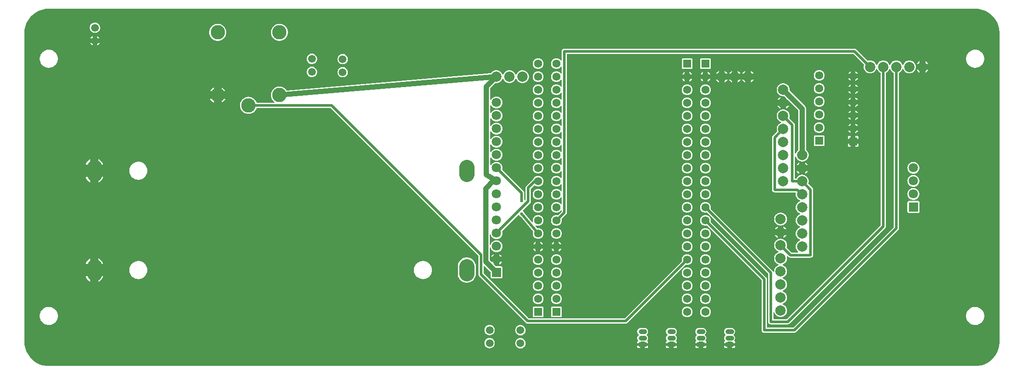
<source format=gbl>
G04 Layer: BottomLayer*
G04 EasyEDA v6.5.9, 2022-08-06 01:20:59*
G04 9b1ba566d4af4bc6ab690ab6380ac67e,c09117847ad249c1abd8b20aa127d3a4,10*
G04 Gerber Generator version 0.2*
G04 Scale: 100 percent, Rotated: No, Reflected: No *
G04 Dimensions in millimeters *
G04 leading zeros omitted , absolute positions ,4 integer and 5 decimal *
%FSLAX45Y45*%
%MOMM*%

%ADD10C,0.5000*%
%ADD11C,1.0000*%
%ADD12C,1.5748*%
%ADD13R,1.5748X1.5748*%
%ADD14C,2.0000*%
%ADD15C,1.5000*%
%ADD16C,2.7940*%
%ADD17C,1.5240*%
%ADD18R,1.6000X0.9000*%
%ADD19C,1.8000*%
%ADD20C,0.6096*%
%ADD21C,3.0000*%
%ADD22C,0.9000*%
%ADD23C,0.0169*%

%LPD*%
G36*
X500227Y25908D02*
G01*
X469900Y26873D01*
X440283Y29718D01*
X410870Y34391D01*
X381812Y40894D01*
X353212Y49225D01*
X325170Y59334D01*
X297840Y71170D01*
X271322Y84734D01*
X245719Y99923D01*
X221081Y116636D01*
X197561Y134924D01*
X175260Y154635D01*
X154178Y175717D01*
X134518Y198069D01*
X116281Y221589D01*
X99568Y246227D01*
X84429Y271881D01*
X70916Y298450D01*
X59080Y325780D01*
X49022Y353822D01*
X40741Y382422D01*
X34290Y411480D01*
X29616Y440893D01*
X26822Y470560D01*
X25908Y500532D01*
X25908Y6499453D01*
X26873Y6530085D01*
X29718Y6559702D01*
X34391Y6589115D01*
X40894Y6618173D01*
X49225Y6646773D01*
X59334Y6674815D01*
X71170Y6702145D01*
X84734Y6728663D01*
X99923Y6754266D01*
X116636Y6778904D01*
X134924Y6802424D01*
X154635Y6824725D01*
X175717Y6845808D01*
X198069Y6865467D01*
X221589Y6883704D01*
X246227Y6900418D01*
X271881Y6915556D01*
X298450Y6929069D01*
X325780Y6940905D01*
X353822Y6950964D01*
X382422Y6959244D01*
X411480Y6965696D01*
X440893Y6970369D01*
X470560Y6973163D01*
X500532Y6974078D01*
X18499429Y6974078D01*
X18530062Y6973112D01*
X18559678Y6970268D01*
X18589091Y6965594D01*
X18618149Y6959092D01*
X18646749Y6950760D01*
X18674791Y6940651D01*
X18702121Y6928815D01*
X18728639Y6915251D01*
X18754242Y6900062D01*
X18778880Y6883349D01*
X18802400Y6865061D01*
X18824702Y6845350D01*
X18845784Y6824268D01*
X18865443Y6801916D01*
X18883680Y6778396D01*
X18900394Y6753758D01*
X18915532Y6728104D01*
X18929045Y6701536D01*
X18940881Y6674205D01*
X18950940Y6646164D01*
X18959220Y6617563D01*
X18965672Y6588506D01*
X18970345Y6559092D01*
X18973139Y6529425D01*
X18974054Y6499453D01*
X18974054Y500532D01*
X18973088Y469900D01*
X18970244Y440283D01*
X18965570Y410870D01*
X18959068Y381812D01*
X18950736Y353212D01*
X18940627Y325170D01*
X18928791Y297840D01*
X18915227Y271322D01*
X18900038Y245719D01*
X18883325Y221081D01*
X18865037Y197561D01*
X18845326Y175260D01*
X18824244Y154178D01*
X18801892Y134518D01*
X18778372Y116281D01*
X18753734Y99568D01*
X18728080Y84429D01*
X18701512Y70916D01*
X18674181Y59080D01*
X18646140Y49022D01*
X18617539Y40741D01*
X18588482Y34290D01*
X18559068Y29616D01*
X18529401Y26822D01*
X18499429Y25908D01*
G37*

%LPC*%
G36*
X1390243Y6503314D02*
G01*
X1403705Y6503314D01*
X1417066Y6505092D01*
X1430070Y6508648D01*
X1442466Y6513931D01*
X1454048Y6520789D01*
X1464665Y6529171D01*
X1474012Y6538823D01*
X1481988Y6549694D01*
X1488490Y6561480D01*
X1493316Y6574078D01*
X1496466Y6587185D01*
X1497787Y6600596D01*
X1497380Y6614058D01*
X1495094Y6627368D01*
X1491132Y6640220D01*
X1485442Y6652463D01*
X1478178Y6663791D01*
X1469491Y6674103D01*
X1459484Y6683146D01*
X1448409Y6690766D01*
X1436370Y6696862D01*
X1423619Y6701281D01*
X1410411Y6703974D01*
X1397000Y6704838D01*
X1383538Y6703974D01*
X1370330Y6701281D01*
X1357579Y6696862D01*
X1345539Y6690766D01*
X1334465Y6683146D01*
X1324457Y6674103D01*
X1315770Y6663791D01*
X1308506Y6652463D01*
X1302816Y6640220D01*
X1298854Y6627368D01*
X1296619Y6614058D01*
X1296162Y6600596D01*
X1297482Y6587185D01*
X1300632Y6574078D01*
X1305458Y6561480D01*
X1311960Y6549694D01*
X1319936Y6538823D01*
X1329283Y6529171D01*
X1339900Y6520789D01*
X1351483Y6513931D01*
X1363878Y6508648D01*
X1376883Y6505092D01*
G37*
G36*
X9057944Y372313D02*
G01*
X9071406Y372313D01*
X9084767Y374091D01*
X9097772Y377698D01*
X9110167Y382930D01*
X9121749Y389788D01*
X9132366Y398170D01*
X9141714Y407822D01*
X9149689Y418693D01*
X9156192Y430530D01*
X9161018Y443077D01*
X9164167Y456184D01*
X9165488Y469595D01*
X9165082Y483057D01*
X9162796Y496366D01*
X9158833Y509219D01*
X9153144Y521462D01*
X9145879Y532841D01*
X9137192Y543102D01*
X9127185Y552145D01*
X9116110Y559765D01*
X9104071Y565861D01*
X9091320Y570280D01*
X9078112Y572973D01*
X9064701Y573887D01*
X9051239Y572973D01*
X9038031Y570280D01*
X9025280Y565861D01*
X9013240Y559765D01*
X9002166Y552145D01*
X8992158Y543102D01*
X8983472Y532841D01*
X8976207Y521462D01*
X8970518Y509219D01*
X8966555Y496366D01*
X8964320Y483057D01*
X8963863Y469595D01*
X8965184Y456184D01*
X8968333Y443077D01*
X8973159Y430530D01*
X8979662Y418693D01*
X8987637Y407822D01*
X8996984Y398170D01*
X9007602Y389788D01*
X9019184Y382930D01*
X9031579Y377698D01*
X9044584Y374091D01*
G37*
G36*
X12518948Y373583D02*
G01*
X12552070Y373583D01*
X12552070Y415645D01*
X12492482Y415645D01*
X12492482Y400050D01*
X12493193Y393750D01*
X12495123Y388264D01*
X12498171Y383387D01*
X12502286Y379272D01*
X12507163Y376224D01*
X12512649Y374294D01*
G37*
G36*
X13090448Y373583D02*
G01*
X13123570Y373583D01*
X13123570Y415645D01*
X13063982Y415645D01*
X13063982Y400050D01*
X13064693Y393750D01*
X13066623Y388264D01*
X13069671Y383387D01*
X13073786Y379272D01*
X13078663Y376224D01*
X13084149Y374294D01*
G37*
G36*
X12644729Y373583D02*
G01*
X12677851Y373583D01*
X12684150Y374294D01*
X12689636Y376224D01*
X12694513Y379272D01*
X12698628Y383387D01*
X12701676Y388264D01*
X12703606Y393750D01*
X12704318Y400050D01*
X12704318Y415645D01*
X12644729Y415645D01*
G37*
G36*
X13775029Y373583D02*
G01*
X13808151Y373583D01*
X13814450Y374294D01*
X13819936Y376224D01*
X13824813Y379272D01*
X13828928Y383387D01*
X13831976Y388264D01*
X13833906Y393750D01*
X13834618Y400050D01*
X13834618Y415645D01*
X13775029Y415645D01*
G37*
G36*
X13216229Y373583D02*
G01*
X13249351Y373583D01*
X13255650Y374294D01*
X13261136Y376224D01*
X13266013Y379272D01*
X13270128Y383387D01*
X13273176Y388264D01*
X13275106Y393750D01*
X13275818Y400050D01*
X13275818Y415645D01*
X13216229Y415645D01*
G37*
G36*
X11960148Y373583D02*
G01*
X11993270Y373583D01*
X11993270Y415645D01*
X11933682Y415645D01*
X11933682Y400050D01*
X11934393Y393750D01*
X11936323Y388264D01*
X11939371Y383387D01*
X11943486Y379272D01*
X11948363Y376224D01*
X11953849Y374294D01*
G37*
G36*
X12085929Y373583D02*
G01*
X12119051Y373583D01*
X12125350Y374294D01*
X12130836Y376224D01*
X12135713Y379272D01*
X12139828Y383387D01*
X12142876Y388264D01*
X12144806Y393750D01*
X12145518Y400050D01*
X12145518Y415645D01*
X12085929Y415645D01*
G37*
G36*
X13649248Y373583D02*
G01*
X13682370Y373583D01*
X13682370Y415645D01*
X13622782Y415645D01*
X13622782Y400050D01*
X13623493Y393750D01*
X13625423Y388264D01*
X13628471Y383387D01*
X13632586Y379272D01*
X13637463Y376224D01*
X13642949Y374294D01*
G37*
G36*
X12492482Y473354D02*
G01*
X12552070Y473354D01*
X12552070Y490524D01*
X12552883Y494588D01*
X12555321Y497992D01*
X12558877Y500126D01*
X12563805Y500583D01*
X12632994Y500583D01*
X12637922Y500126D01*
X12641478Y497992D01*
X12643916Y494588D01*
X12644729Y490524D01*
X12644729Y473354D01*
X12704318Y473354D01*
X12704318Y488950D01*
X12703606Y495249D01*
X12701676Y500735D01*
X12698628Y505612D01*
X12694513Y509727D01*
X12690805Y512013D01*
X12687757Y515061D01*
X12686182Y519074D01*
X12686436Y523392D01*
X12688519Y527202D01*
X12690754Y529844D01*
X12696545Y539343D01*
X12700812Y549605D01*
X12703403Y560425D01*
X12704267Y571500D01*
X12703403Y582574D01*
X12700812Y593394D01*
X12696545Y603656D01*
X12690754Y613156D01*
X12683540Y621639D01*
X12676886Y627278D01*
X12674244Y630732D01*
X12673330Y635000D01*
X12674244Y639267D01*
X12676886Y642721D01*
X12683540Y648360D01*
X12690754Y656844D01*
X12696545Y666343D01*
X12700812Y676605D01*
X12703403Y687425D01*
X12704267Y698500D01*
X12703403Y709574D01*
X12700812Y720394D01*
X12696545Y730656D01*
X12690754Y740156D01*
X12683540Y748639D01*
X12675057Y755853D01*
X12665557Y761644D01*
X12655296Y765911D01*
X12644475Y768502D01*
X12632994Y769416D01*
X12563805Y769416D01*
X12552324Y768502D01*
X12541504Y765911D01*
X12531242Y761644D01*
X12521742Y755853D01*
X12513259Y748639D01*
X12506045Y740156D01*
X12500254Y730656D01*
X12495987Y720394D01*
X12493396Y709574D01*
X12492532Y698500D01*
X12493396Y687425D01*
X12495987Y676605D01*
X12500254Y666343D01*
X12506045Y656844D01*
X12513259Y648360D01*
X12519914Y642721D01*
X12522555Y639267D01*
X12523470Y635000D01*
X12522555Y630732D01*
X12519914Y627278D01*
X12513259Y621639D01*
X12506045Y613156D01*
X12500254Y603656D01*
X12495987Y593394D01*
X12493396Y582574D01*
X12492532Y571500D01*
X12493396Y560425D01*
X12495987Y549605D01*
X12500254Y539343D01*
X12506045Y529844D01*
X12508280Y527202D01*
X12510363Y523392D01*
X12510617Y519074D01*
X12509042Y515061D01*
X12505994Y512013D01*
X12502286Y509727D01*
X12498171Y505612D01*
X12495123Y500735D01*
X12493193Y495249D01*
X12492482Y488950D01*
G37*
G36*
X1306372Y6393840D02*
G01*
X1353108Y6393840D01*
X1353108Y6440627D01*
X1345539Y6436766D01*
X1334465Y6429146D01*
X1324457Y6420104D01*
X1315770Y6409842D01*
X1308506Y6398463D01*
G37*
G36*
X13622782Y473354D02*
G01*
X13682370Y473354D01*
X13682370Y490524D01*
X13683183Y494588D01*
X13685621Y497992D01*
X13689177Y500126D01*
X13694105Y500583D01*
X13763294Y500583D01*
X13768222Y500126D01*
X13771778Y497992D01*
X13774216Y494588D01*
X13775029Y490524D01*
X13775029Y473354D01*
X13834618Y473354D01*
X13834618Y488950D01*
X13833906Y495249D01*
X13831976Y500735D01*
X13828928Y505612D01*
X13824813Y509727D01*
X13821105Y512013D01*
X13818057Y515061D01*
X13816482Y519074D01*
X13816736Y523392D01*
X13818819Y527202D01*
X13821054Y529844D01*
X13826845Y539343D01*
X13831112Y549605D01*
X13833703Y560425D01*
X13834567Y571500D01*
X13833703Y582574D01*
X13831112Y593394D01*
X13826845Y603656D01*
X13821054Y613156D01*
X13813840Y621639D01*
X13807186Y627278D01*
X13804544Y630732D01*
X13803630Y635000D01*
X13804544Y639267D01*
X13807186Y642721D01*
X13813840Y648360D01*
X13821054Y656844D01*
X13826845Y666343D01*
X13831112Y676605D01*
X13833703Y687425D01*
X13834567Y698500D01*
X13833703Y709574D01*
X13831112Y720394D01*
X13826845Y730656D01*
X13821054Y740156D01*
X13813840Y748639D01*
X13805357Y755853D01*
X13795857Y761644D01*
X13785596Y765911D01*
X13774775Y768502D01*
X13763294Y769416D01*
X13694105Y769416D01*
X13682624Y768502D01*
X13671804Y765911D01*
X13661542Y761644D01*
X13652042Y755853D01*
X13643559Y748639D01*
X13636345Y740156D01*
X13630554Y730656D01*
X13626287Y720394D01*
X13623696Y709574D01*
X13622832Y698500D01*
X13623696Y687425D01*
X13626287Y676605D01*
X13630554Y666343D01*
X13636345Y656844D01*
X13643559Y648360D01*
X13650213Y642721D01*
X13652855Y639267D01*
X13653769Y635000D01*
X13652855Y630732D01*
X13650213Y627278D01*
X13643559Y621639D01*
X13636345Y613156D01*
X13630554Y603656D01*
X13626287Y593394D01*
X13623696Y582574D01*
X13622832Y571500D01*
X13623696Y560425D01*
X13626287Y549605D01*
X13630554Y539343D01*
X13636345Y529844D01*
X13638580Y527202D01*
X13640663Y523392D01*
X13640917Y519074D01*
X13639342Y515061D01*
X13636294Y512013D01*
X13632586Y509727D01*
X13628471Y505612D01*
X13625423Y500735D01*
X13623493Y495249D01*
X13622782Y488950D01*
G37*
G36*
X1440840Y6393840D02*
G01*
X1487576Y6393840D01*
X1485442Y6398463D01*
X1478178Y6409842D01*
X1469491Y6420104D01*
X1459484Y6429146D01*
X1448409Y6436766D01*
X1440840Y6440627D01*
G37*
G36*
X13063982Y473354D02*
G01*
X13123570Y473354D01*
X13123570Y490524D01*
X13124383Y494588D01*
X13126821Y497992D01*
X13130377Y500126D01*
X13135305Y500583D01*
X13204494Y500583D01*
X13209422Y500126D01*
X13212978Y497992D01*
X13215416Y494588D01*
X13216229Y490524D01*
X13216229Y473354D01*
X13275818Y473354D01*
X13275818Y488950D01*
X13275106Y495249D01*
X13273176Y500735D01*
X13270128Y505612D01*
X13266013Y509727D01*
X13262305Y512013D01*
X13259257Y515061D01*
X13257682Y519074D01*
X13257936Y523392D01*
X13260019Y527202D01*
X13262254Y529844D01*
X13268045Y539343D01*
X13272312Y549605D01*
X13274903Y560425D01*
X13275767Y571500D01*
X13274903Y582574D01*
X13272312Y593394D01*
X13268045Y603656D01*
X13262254Y613156D01*
X13255040Y621639D01*
X13248386Y627278D01*
X13245744Y630732D01*
X13244830Y635000D01*
X13245744Y639267D01*
X13248386Y642721D01*
X13255040Y648360D01*
X13262254Y656844D01*
X13268045Y666343D01*
X13272312Y676605D01*
X13274903Y687425D01*
X13275767Y698500D01*
X13274903Y709574D01*
X13272312Y720394D01*
X13268045Y730656D01*
X13262254Y740156D01*
X13255040Y748639D01*
X13246557Y755853D01*
X13237057Y761644D01*
X13226796Y765911D01*
X13215975Y768502D01*
X13204494Y769416D01*
X13135305Y769416D01*
X13123824Y768502D01*
X13113004Y765911D01*
X13102742Y761644D01*
X13093242Y755853D01*
X13084759Y748639D01*
X13077545Y740156D01*
X13071754Y730656D01*
X13067487Y720394D01*
X13064896Y709574D01*
X13064032Y698500D01*
X13064896Y687425D01*
X13067487Y676605D01*
X13071754Y666343D01*
X13077545Y656844D01*
X13084759Y648360D01*
X13091413Y642721D01*
X13094055Y639267D01*
X13094969Y635000D01*
X13094055Y630732D01*
X13091413Y627278D01*
X13084759Y621639D01*
X13077545Y613156D01*
X13071754Y603656D01*
X13067487Y593394D01*
X13064896Y582574D01*
X13064032Y571500D01*
X13064896Y560425D01*
X13067487Y549605D01*
X13071754Y539343D01*
X13077545Y529844D01*
X13079780Y527202D01*
X13081863Y523392D01*
X13082117Y519074D01*
X13080542Y515061D01*
X13077494Y512013D01*
X13073786Y509727D01*
X13069671Y505612D01*
X13066623Y500735D01*
X13064693Y495249D01*
X13063982Y488950D01*
G37*
G36*
X3781551Y6348323D02*
G01*
X3799128Y6349238D01*
X3816553Y6352032D01*
X3833571Y6356705D01*
X3849979Y6363106D01*
X3865626Y6371234D01*
X3880307Y6380988D01*
X3893870Y6392214D01*
X3906164Y6404864D01*
X3917035Y6418732D01*
X3926382Y6433667D01*
X3934104Y6449517D01*
X3940098Y6466078D01*
X3944264Y6483197D01*
X3946601Y6500672D01*
X3947109Y6518300D01*
X3945686Y6535877D01*
X3942435Y6553200D01*
X3937304Y6570065D01*
X3930497Y6586321D01*
X3921912Y6601714D01*
X3911803Y6616141D01*
X3900170Y6629400D01*
X3887215Y6641388D01*
X3873093Y6651904D01*
X3857904Y6660845D01*
X3841851Y6668109D01*
X3825138Y6673646D01*
X3807917Y6677406D01*
X3790340Y6679234D01*
X3772763Y6679234D01*
X3755237Y6677406D01*
X3737965Y6673646D01*
X3721252Y6668109D01*
X3705199Y6660845D01*
X3690010Y6651904D01*
X3675887Y6641388D01*
X3662934Y6629400D01*
X3651300Y6616141D01*
X3641191Y6601714D01*
X3632657Y6586321D01*
X3625799Y6570065D01*
X3620668Y6553200D01*
X3617417Y6535877D01*
X3615994Y6518300D01*
X3616502Y6500672D01*
X3618839Y6483197D01*
X3623005Y6466078D01*
X3628999Y6449517D01*
X3636721Y6433667D01*
X3646068Y6418732D01*
X3656939Y6404864D01*
X3669233Y6392214D01*
X3682796Y6380988D01*
X3697478Y6371234D01*
X3713124Y6363106D01*
X3729532Y6356705D01*
X3746550Y6352032D01*
X3763975Y6349238D01*
G37*
G36*
X11933682Y473354D02*
G01*
X11993270Y473354D01*
X11993270Y490524D01*
X11994083Y494588D01*
X11996521Y497992D01*
X12000077Y500126D01*
X12005005Y500583D01*
X12074194Y500583D01*
X12079122Y500126D01*
X12082678Y497992D01*
X12085116Y494588D01*
X12085929Y490524D01*
X12085929Y473354D01*
X12145518Y473354D01*
X12145518Y488950D01*
X12144806Y495249D01*
X12142876Y500735D01*
X12139828Y505612D01*
X12135713Y509727D01*
X12132005Y512013D01*
X12128957Y515061D01*
X12127382Y519074D01*
X12127636Y523392D01*
X12129719Y527202D01*
X12131954Y529844D01*
X12137745Y539343D01*
X12142012Y549605D01*
X12144603Y560425D01*
X12145467Y571500D01*
X12144603Y582574D01*
X12142012Y593394D01*
X12137745Y603656D01*
X12131954Y613156D01*
X12124740Y621639D01*
X12118086Y627278D01*
X12115444Y630732D01*
X12114530Y635000D01*
X12115444Y639267D01*
X12118086Y642721D01*
X12124740Y648360D01*
X12131954Y656844D01*
X12137745Y666343D01*
X12142012Y676605D01*
X12144603Y687425D01*
X12145467Y698500D01*
X12144603Y709574D01*
X12142012Y720394D01*
X12137745Y730656D01*
X12131954Y740156D01*
X12124740Y748639D01*
X12116257Y755853D01*
X12106757Y761644D01*
X12096496Y765911D01*
X12085675Y768502D01*
X12074194Y769416D01*
X12005005Y769416D01*
X11993524Y768502D01*
X11982704Y765911D01*
X11972442Y761644D01*
X11962942Y755853D01*
X11954459Y748639D01*
X11947245Y740156D01*
X11941454Y730656D01*
X11937187Y720394D01*
X11934596Y709574D01*
X11933732Y698500D01*
X11934596Y687425D01*
X11937187Y676605D01*
X11941454Y666343D01*
X11947245Y656844D01*
X11954459Y648360D01*
X11961114Y642721D01*
X11963755Y639267D01*
X11964670Y635000D01*
X11963755Y630732D01*
X11961114Y627278D01*
X11954459Y621639D01*
X11947245Y613156D01*
X11941454Y603656D01*
X11937187Y593394D01*
X11934596Y582574D01*
X11933732Y571500D01*
X11934596Y560425D01*
X11937187Y549605D01*
X11941454Y539343D01*
X11947245Y529844D01*
X11949480Y527202D01*
X11951563Y523392D01*
X11951817Y519074D01*
X11950242Y515061D01*
X11947194Y512013D01*
X11943486Y509727D01*
X11939371Y505612D01*
X11936323Y500735D01*
X11934393Y495249D01*
X11933682Y488950D01*
G37*
G36*
X4981448Y6348323D02*
G01*
X4999024Y6349238D01*
X5016449Y6352032D01*
X5033467Y6356654D01*
X5049875Y6363106D01*
X5065522Y6371234D01*
X5080203Y6380988D01*
X5093766Y6392214D01*
X5106060Y6404864D01*
X5116931Y6418732D01*
X5126278Y6433667D01*
X5134000Y6449517D01*
X5139994Y6466078D01*
X5144160Y6483197D01*
X5146497Y6500672D01*
X5147005Y6518300D01*
X5145582Y6535877D01*
X5142331Y6553200D01*
X5137200Y6570065D01*
X5130393Y6586321D01*
X5121808Y6601714D01*
X5111699Y6616141D01*
X5100066Y6629400D01*
X5087112Y6641388D01*
X5072989Y6651904D01*
X5057800Y6660845D01*
X5041747Y6668109D01*
X5025034Y6673646D01*
X5007813Y6677355D01*
X4990236Y6679234D01*
X4972659Y6679234D01*
X4955133Y6677355D01*
X4937861Y6673646D01*
X4921148Y6668109D01*
X4905095Y6660845D01*
X4889906Y6651904D01*
X4875784Y6641388D01*
X4862830Y6629400D01*
X4851196Y6616141D01*
X4841087Y6601714D01*
X4832553Y6586321D01*
X4825695Y6570065D01*
X4820564Y6553200D01*
X4817313Y6535877D01*
X4815890Y6518300D01*
X4816398Y6500672D01*
X4818735Y6483197D01*
X4822901Y6466078D01*
X4828895Y6449517D01*
X4836617Y6433667D01*
X4845964Y6418732D01*
X4856835Y6404864D01*
X4869129Y6392214D01*
X4882692Y6380988D01*
X4897374Y6371234D01*
X4913020Y6363106D01*
X4929428Y6356654D01*
X4946446Y6352032D01*
X4963871Y6349238D01*
G37*
G36*
X9664700Y623011D02*
G01*
X9678162Y623925D01*
X9691370Y626618D01*
X9704120Y631037D01*
X9716160Y637133D01*
X9727234Y644753D01*
X9737242Y653796D01*
X9745929Y664057D01*
X9753193Y675436D01*
X9758883Y687679D01*
X9762845Y700532D01*
X9765080Y713841D01*
X9765538Y727303D01*
X9764217Y740714D01*
X9761067Y753821D01*
X9756241Y766368D01*
X9749739Y778205D01*
X9741763Y789076D01*
X9732416Y798728D01*
X9721799Y807110D01*
X9710216Y813968D01*
X9697821Y819200D01*
X9684816Y822807D01*
X9671456Y824585D01*
X9657994Y824585D01*
X9644634Y822807D01*
X9631629Y819200D01*
X9619234Y813968D01*
X9607651Y807110D01*
X9597034Y798728D01*
X9587687Y789076D01*
X9579711Y778205D01*
X9573209Y766368D01*
X9568383Y753821D01*
X9565233Y740714D01*
X9563912Y727303D01*
X9564319Y713841D01*
X9566605Y700532D01*
X9570567Y687679D01*
X9576257Y675436D01*
X9583521Y664057D01*
X9592208Y653796D01*
X9602216Y644753D01*
X9613290Y637133D01*
X9625330Y631037D01*
X9638080Y626618D01*
X9651288Y623925D01*
G37*
G36*
X9057944Y626313D02*
G01*
X9071406Y626313D01*
X9084767Y628091D01*
X9097772Y631647D01*
X9110167Y636930D01*
X9121749Y643788D01*
X9132366Y652170D01*
X9141714Y661822D01*
X9149689Y672693D01*
X9156192Y684479D01*
X9161018Y697077D01*
X9164167Y710184D01*
X9165488Y723595D01*
X9165082Y737057D01*
X9162796Y750366D01*
X9158833Y763219D01*
X9153144Y775462D01*
X9145879Y786790D01*
X9137192Y797102D01*
X9127185Y806145D01*
X9116110Y813765D01*
X9104071Y819861D01*
X9091320Y824280D01*
X9078112Y826973D01*
X9064701Y827836D01*
X9051239Y826973D01*
X9038031Y824280D01*
X9025280Y819861D01*
X9013240Y813765D01*
X9002166Y806145D01*
X8992158Y797102D01*
X8983472Y786790D01*
X8976207Y775462D01*
X8970518Y763219D01*
X8966555Y750366D01*
X8964320Y737057D01*
X8963863Y723595D01*
X8965184Y710184D01*
X8968333Y697077D01*
X8973159Y684479D01*
X8979662Y672693D01*
X8987637Y661822D01*
X8996984Y652170D01*
X9007602Y643788D01*
X9019184Y636930D01*
X9031579Y631647D01*
X9044584Y628091D01*
G37*
G36*
X14402257Y672998D02*
G01*
X14985796Y672998D01*
X14990419Y673201D01*
X14994839Y673760D01*
X14999157Y674725D01*
X15003424Y676046D01*
X15007488Y677773D01*
X15011450Y679805D01*
X15015210Y682193D01*
X15018715Y684885D01*
X15022169Y688035D01*
X17003064Y2668930D01*
X17006214Y2672384D01*
X17008906Y2675890D01*
X17011294Y2679649D01*
X17013326Y2683611D01*
X17015053Y2687675D01*
X17016374Y2691942D01*
X17017339Y2696260D01*
X17017898Y2700680D01*
X17018101Y2705303D01*
X17018101Y5720537D01*
X17018863Y5724347D01*
X17020946Y5727598D01*
X17024096Y5729782D01*
X17025721Y5730544D01*
X17038726Y5738418D01*
X17050664Y5747766D01*
X17061434Y5758535D01*
X17070781Y5770473D01*
X17078655Y5783478D01*
X17084954Y5797397D01*
X17087138Y5800598D01*
X17090390Y5802680D01*
X17094200Y5803392D01*
X17098010Y5802680D01*
X17101261Y5800598D01*
X17103445Y5797397D01*
X17109744Y5783478D01*
X17117618Y5770473D01*
X17126966Y5758535D01*
X17137735Y5747766D01*
X17149673Y5738418D01*
X17162678Y5730544D01*
X17176546Y5724296D01*
X17191075Y5719775D01*
X17206010Y5717032D01*
X17221200Y5716117D01*
X17236389Y5717032D01*
X17251324Y5719775D01*
X17265853Y5724296D01*
X17279721Y5730544D01*
X17292726Y5738418D01*
X17304664Y5747766D01*
X17315434Y5758535D01*
X17324781Y5770473D01*
X17332655Y5783478D01*
X17338954Y5797397D01*
X17343424Y5811875D01*
X17346168Y5826810D01*
X17347082Y5842000D01*
X17346168Y5857189D01*
X17343424Y5872124D01*
X17338954Y5886602D01*
X17332655Y5900521D01*
X17324781Y5913526D01*
X17315434Y5925464D01*
X17304664Y5936234D01*
X17292726Y5945581D01*
X17279721Y5953455D01*
X17265853Y5959703D01*
X17251324Y5964224D01*
X17236389Y5966968D01*
X17221200Y5967882D01*
X17206010Y5966968D01*
X17191075Y5964224D01*
X17176546Y5959703D01*
X17162678Y5953455D01*
X17149673Y5945581D01*
X17137735Y5936234D01*
X17126966Y5925464D01*
X17117618Y5913526D01*
X17109744Y5900521D01*
X17103445Y5886602D01*
X17101261Y5883402D01*
X17098010Y5881319D01*
X17094200Y5880608D01*
X17090390Y5881319D01*
X17087138Y5883402D01*
X17084954Y5886602D01*
X17078655Y5900521D01*
X17070781Y5913526D01*
X17061434Y5925464D01*
X17050664Y5936234D01*
X17038726Y5945581D01*
X17025721Y5953455D01*
X17011853Y5959703D01*
X16997324Y5964224D01*
X16982389Y5966968D01*
X16967200Y5967882D01*
X16952010Y5966968D01*
X16937075Y5964224D01*
X16922546Y5959703D01*
X16908678Y5953455D01*
X16895673Y5945581D01*
X16883735Y5936234D01*
X16872966Y5925464D01*
X16863618Y5913526D01*
X16855744Y5900521D01*
X16849445Y5886602D01*
X16847261Y5883402D01*
X16844010Y5881319D01*
X16840200Y5880608D01*
X16836390Y5881319D01*
X16833138Y5883402D01*
X16830954Y5886602D01*
X16824655Y5900521D01*
X16816781Y5913526D01*
X16807434Y5925464D01*
X16796664Y5936234D01*
X16784726Y5945581D01*
X16771721Y5953455D01*
X16757853Y5959703D01*
X16743324Y5964224D01*
X16728389Y5966968D01*
X16713200Y5967882D01*
X16698010Y5966968D01*
X16683075Y5964224D01*
X16668546Y5959703D01*
X16654678Y5953455D01*
X16641673Y5945581D01*
X16629735Y5936234D01*
X16618966Y5925464D01*
X16609618Y5913526D01*
X16601744Y5900521D01*
X16595445Y5886602D01*
X16593261Y5883402D01*
X16590010Y5881319D01*
X16586200Y5880608D01*
X16582390Y5881319D01*
X16579138Y5883402D01*
X16576954Y5886602D01*
X16570655Y5900521D01*
X16562781Y5913526D01*
X16553434Y5925464D01*
X16542664Y5936234D01*
X16530726Y5945581D01*
X16517721Y5953455D01*
X16503853Y5959703D01*
X16489324Y5964224D01*
X16474389Y5966968D01*
X16459200Y5967882D01*
X16444010Y5966968D01*
X16429075Y5964224D01*
X16419626Y5961278D01*
X16415969Y5960821D01*
X16412413Y5961735D01*
X16409416Y5963818D01*
X16190569Y6182664D01*
X16187115Y6185814D01*
X16183610Y6188506D01*
X16179850Y6190894D01*
X16175888Y6192926D01*
X16171824Y6194653D01*
X16167557Y6195974D01*
X16163239Y6196939D01*
X16158819Y6197498D01*
X16154196Y6197701D01*
X10516057Y6197701D01*
X10506760Y6196888D01*
X10498226Y6194602D01*
X10490149Y6190843D01*
X10482884Y6185763D01*
X10476636Y6179515D01*
X10471556Y6172250D01*
X10467797Y6164173D01*
X10465511Y6155639D01*
X10464698Y6146342D01*
X10464698Y5974994D01*
X10463885Y5971032D01*
X10461548Y5967679D01*
X10458094Y5965494D01*
X10454081Y5964885D01*
X10450118Y5965850D01*
X10446867Y5968339D01*
X10437164Y5979515D01*
X10426903Y5988507D01*
X10415524Y5996127D01*
X10403230Y6002172D01*
X10390276Y6006541D01*
X10376865Y6009233D01*
X10363200Y6010148D01*
X10349534Y6009233D01*
X10336123Y6006541D01*
X10323169Y6002172D01*
X10310876Y5996127D01*
X10299496Y5988507D01*
X10289235Y5979464D01*
X10280192Y5969203D01*
X10272572Y5957824D01*
X10266527Y5945530D01*
X10262158Y5932576D01*
X10259466Y5919165D01*
X10258552Y5905500D01*
X10259466Y5891834D01*
X10262158Y5878423D01*
X10266527Y5865469D01*
X10272572Y5853176D01*
X10280192Y5841796D01*
X10289235Y5831535D01*
X10299496Y5822492D01*
X10310876Y5814872D01*
X10323169Y5808827D01*
X10336123Y5804458D01*
X10349534Y5801766D01*
X10363200Y5800852D01*
X10376865Y5801766D01*
X10390276Y5804458D01*
X10403230Y5808827D01*
X10415524Y5814872D01*
X10426903Y5822492D01*
X10437164Y5831484D01*
X10446867Y5842660D01*
X10450118Y5845149D01*
X10454081Y5846114D01*
X10458094Y5845505D01*
X10461548Y5843320D01*
X10463885Y5839968D01*
X10464698Y5836005D01*
X10464698Y5720994D01*
X10463885Y5717032D01*
X10461548Y5713679D01*
X10458094Y5711494D01*
X10454081Y5710885D01*
X10450118Y5711850D01*
X10446867Y5714339D01*
X10437164Y5725515D01*
X10426903Y5734507D01*
X10415524Y5742127D01*
X10403230Y5748172D01*
X10390276Y5752541D01*
X10376865Y5755233D01*
X10363200Y5756148D01*
X10349534Y5755233D01*
X10336123Y5752541D01*
X10323169Y5748172D01*
X10310876Y5742127D01*
X10299496Y5734507D01*
X10289235Y5725464D01*
X10280192Y5715203D01*
X10272572Y5703824D01*
X10266527Y5691530D01*
X10262158Y5678576D01*
X10259466Y5665165D01*
X10258552Y5651500D01*
X10259466Y5637834D01*
X10262158Y5624423D01*
X10266527Y5611469D01*
X10272572Y5599176D01*
X10280192Y5587796D01*
X10289235Y5577535D01*
X10299496Y5568492D01*
X10310876Y5560872D01*
X10323169Y5554827D01*
X10336123Y5550458D01*
X10349534Y5547766D01*
X10363200Y5546852D01*
X10376865Y5547766D01*
X10390276Y5550458D01*
X10403230Y5554827D01*
X10415524Y5560872D01*
X10426903Y5568492D01*
X10437164Y5577484D01*
X10446867Y5588660D01*
X10450118Y5591149D01*
X10454081Y5592114D01*
X10458094Y5591505D01*
X10461548Y5589320D01*
X10463885Y5585968D01*
X10464698Y5582005D01*
X10464698Y5466994D01*
X10463885Y5463032D01*
X10461548Y5459679D01*
X10458094Y5457494D01*
X10454081Y5456885D01*
X10450118Y5457850D01*
X10446867Y5460339D01*
X10437164Y5471515D01*
X10426903Y5480507D01*
X10415524Y5488127D01*
X10403230Y5494172D01*
X10390276Y5498541D01*
X10376865Y5501233D01*
X10363200Y5502148D01*
X10349534Y5501233D01*
X10336123Y5498541D01*
X10323169Y5494172D01*
X10310876Y5488127D01*
X10299496Y5480507D01*
X10289235Y5471464D01*
X10280192Y5461203D01*
X10272572Y5449824D01*
X10266527Y5437530D01*
X10262158Y5424576D01*
X10259466Y5411165D01*
X10258552Y5397500D01*
X10259466Y5383834D01*
X10262158Y5370423D01*
X10266527Y5357469D01*
X10272572Y5345176D01*
X10280192Y5333796D01*
X10289235Y5323535D01*
X10299496Y5314492D01*
X10310876Y5306872D01*
X10323169Y5300827D01*
X10336123Y5296458D01*
X10349534Y5293766D01*
X10363200Y5292852D01*
X10376865Y5293766D01*
X10390276Y5296458D01*
X10403230Y5300827D01*
X10415524Y5306872D01*
X10426903Y5314492D01*
X10437164Y5323484D01*
X10446867Y5334660D01*
X10450118Y5337149D01*
X10454081Y5338114D01*
X10458094Y5337505D01*
X10461548Y5335320D01*
X10463885Y5331968D01*
X10464698Y5328005D01*
X10464698Y5212994D01*
X10463885Y5209032D01*
X10461548Y5205679D01*
X10458094Y5203494D01*
X10454081Y5202885D01*
X10450118Y5203850D01*
X10446867Y5206339D01*
X10437164Y5217515D01*
X10426903Y5226507D01*
X10415524Y5234127D01*
X10403230Y5240172D01*
X10390276Y5244541D01*
X10376865Y5247233D01*
X10363200Y5248148D01*
X10349534Y5247233D01*
X10336123Y5244541D01*
X10323169Y5240172D01*
X10310876Y5234127D01*
X10299496Y5226507D01*
X10289235Y5217464D01*
X10280192Y5207203D01*
X10272572Y5195824D01*
X10266527Y5183530D01*
X10262158Y5170576D01*
X10259466Y5157165D01*
X10258552Y5143500D01*
X10259466Y5129834D01*
X10262158Y5116423D01*
X10266527Y5103469D01*
X10272572Y5091176D01*
X10280192Y5079796D01*
X10289235Y5069535D01*
X10299496Y5060492D01*
X10310876Y5052872D01*
X10323169Y5046827D01*
X10336123Y5042458D01*
X10349534Y5039766D01*
X10363200Y5038852D01*
X10376865Y5039766D01*
X10390276Y5042458D01*
X10403230Y5046827D01*
X10415524Y5052872D01*
X10426903Y5060492D01*
X10437164Y5069484D01*
X10446867Y5080660D01*
X10450118Y5083149D01*
X10454081Y5084114D01*
X10458094Y5083505D01*
X10461548Y5081320D01*
X10463885Y5077968D01*
X10464698Y5074005D01*
X10464698Y4958994D01*
X10463885Y4955032D01*
X10461548Y4951679D01*
X10458094Y4949494D01*
X10454081Y4948885D01*
X10450118Y4949850D01*
X10446867Y4952339D01*
X10437164Y4963515D01*
X10426903Y4972507D01*
X10415524Y4980127D01*
X10403230Y4986172D01*
X10390276Y4990541D01*
X10376865Y4993233D01*
X10363200Y4994148D01*
X10349534Y4993233D01*
X10336123Y4990541D01*
X10323169Y4986172D01*
X10310876Y4980127D01*
X10299496Y4972507D01*
X10289235Y4963464D01*
X10280192Y4953203D01*
X10272572Y4941824D01*
X10266527Y4929530D01*
X10262158Y4916576D01*
X10259466Y4903165D01*
X10258552Y4889500D01*
X10259466Y4875834D01*
X10262158Y4862423D01*
X10266527Y4849469D01*
X10272572Y4837176D01*
X10280192Y4825796D01*
X10289235Y4815535D01*
X10299496Y4806492D01*
X10310876Y4798872D01*
X10323169Y4792827D01*
X10336123Y4788458D01*
X10349534Y4785766D01*
X10363200Y4784852D01*
X10376865Y4785766D01*
X10390276Y4788458D01*
X10403230Y4792827D01*
X10415524Y4798872D01*
X10426903Y4806492D01*
X10437164Y4815484D01*
X10446867Y4826660D01*
X10450118Y4829149D01*
X10454081Y4830114D01*
X10458094Y4829505D01*
X10461548Y4827320D01*
X10463885Y4823968D01*
X10464698Y4820005D01*
X10464698Y4704994D01*
X10463885Y4701032D01*
X10461548Y4697679D01*
X10458094Y4695494D01*
X10454081Y4694885D01*
X10450118Y4695850D01*
X10446867Y4698339D01*
X10437164Y4709515D01*
X10426903Y4718507D01*
X10415524Y4726127D01*
X10403230Y4732172D01*
X10390276Y4736541D01*
X10376865Y4739233D01*
X10363200Y4740148D01*
X10349534Y4739233D01*
X10336123Y4736541D01*
X10323169Y4732172D01*
X10310876Y4726127D01*
X10299496Y4718507D01*
X10289235Y4709464D01*
X10280192Y4699203D01*
X10272572Y4687824D01*
X10266527Y4675530D01*
X10262158Y4662576D01*
X10259466Y4649165D01*
X10258552Y4635500D01*
X10259466Y4621834D01*
X10262158Y4608423D01*
X10266527Y4595469D01*
X10272572Y4583176D01*
X10280192Y4571796D01*
X10289235Y4561535D01*
X10299496Y4552492D01*
X10310876Y4544872D01*
X10323169Y4538827D01*
X10336123Y4534458D01*
X10349534Y4531766D01*
X10363200Y4530852D01*
X10376865Y4531766D01*
X10390276Y4534458D01*
X10403230Y4538827D01*
X10415524Y4544872D01*
X10426903Y4552492D01*
X10437164Y4561484D01*
X10446867Y4572660D01*
X10450118Y4575149D01*
X10454081Y4576114D01*
X10458094Y4575505D01*
X10461548Y4573320D01*
X10463885Y4569968D01*
X10464698Y4566005D01*
X10464698Y4450994D01*
X10463885Y4447032D01*
X10461548Y4443679D01*
X10458094Y4441494D01*
X10454081Y4440885D01*
X10450118Y4441850D01*
X10446867Y4444339D01*
X10437164Y4455515D01*
X10426903Y4464507D01*
X10415524Y4472127D01*
X10403230Y4478172D01*
X10390276Y4482541D01*
X10376865Y4485233D01*
X10363200Y4486148D01*
X10349534Y4485233D01*
X10336123Y4482541D01*
X10323169Y4478172D01*
X10310876Y4472127D01*
X10299496Y4464507D01*
X10289235Y4455464D01*
X10280192Y4445203D01*
X10272572Y4433824D01*
X10266527Y4421530D01*
X10262158Y4408576D01*
X10259466Y4395165D01*
X10258552Y4381500D01*
X10259466Y4367834D01*
X10262158Y4354423D01*
X10266527Y4341469D01*
X10272572Y4329176D01*
X10280192Y4317796D01*
X10289235Y4307535D01*
X10299496Y4298492D01*
X10310876Y4290872D01*
X10323169Y4284827D01*
X10336123Y4280458D01*
X10349534Y4277766D01*
X10363200Y4276852D01*
X10376865Y4277766D01*
X10390276Y4280458D01*
X10403230Y4284827D01*
X10415524Y4290872D01*
X10426903Y4298492D01*
X10437164Y4307484D01*
X10446867Y4318660D01*
X10450118Y4321149D01*
X10454081Y4322114D01*
X10458094Y4321505D01*
X10461548Y4319320D01*
X10463885Y4315968D01*
X10464698Y4312005D01*
X10464698Y4196994D01*
X10463885Y4193032D01*
X10461548Y4189679D01*
X10458094Y4187494D01*
X10454081Y4186885D01*
X10450118Y4187850D01*
X10446867Y4190339D01*
X10437164Y4201515D01*
X10426903Y4210507D01*
X10415524Y4218127D01*
X10403230Y4224172D01*
X10390276Y4228541D01*
X10376865Y4231233D01*
X10363200Y4232148D01*
X10349534Y4231233D01*
X10336123Y4228541D01*
X10323169Y4224172D01*
X10310876Y4218127D01*
X10299496Y4210507D01*
X10289235Y4201464D01*
X10280192Y4191203D01*
X10272572Y4179824D01*
X10266527Y4167530D01*
X10262158Y4154576D01*
X10259466Y4141165D01*
X10258552Y4127500D01*
X10259466Y4113834D01*
X10262158Y4100423D01*
X10266527Y4087469D01*
X10272572Y4075176D01*
X10280192Y4063796D01*
X10289235Y4053535D01*
X10299496Y4044492D01*
X10310876Y4036872D01*
X10323169Y4030827D01*
X10336123Y4026458D01*
X10349534Y4023766D01*
X10363200Y4022851D01*
X10376865Y4023766D01*
X10390276Y4026458D01*
X10403230Y4030827D01*
X10415524Y4036872D01*
X10426903Y4044492D01*
X10437164Y4053484D01*
X10446867Y4064660D01*
X10450118Y4067149D01*
X10454081Y4068114D01*
X10458094Y4067505D01*
X10461548Y4065320D01*
X10463885Y4061968D01*
X10464698Y4058005D01*
X10464698Y3942994D01*
X10463885Y3939032D01*
X10461548Y3935679D01*
X10458094Y3933494D01*
X10454081Y3932885D01*
X10450118Y3933850D01*
X10446867Y3936339D01*
X10437164Y3947515D01*
X10426903Y3956507D01*
X10415524Y3964127D01*
X10403230Y3970172D01*
X10390276Y3974541D01*
X10376865Y3977233D01*
X10363200Y3978148D01*
X10349534Y3977233D01*
X10336123Y3974541D01*
X10323169Y3970172D01*
X10310876Y3964127D01*
X10299496Y3956507D01*
X10289235Y3947464D01*
X10280192Y3937203D01*
X10272572Y3925824D01*
X10266527Y3913530D01*
X10262158Y3900576D01*
X10259466Y3887165D01*
X10258552Y3873500D01*
X10259466Y3859834D01*
X10262158Y3846423D01*
X10266527Y3833469D01*
X10272572Y3821176D01*
X10280192Y3809796D01*
X10289235Y3799535D01*
X10299496Y3790492D01*
X10310876Y3782872D01*
X10323169Y3776827D01*
X10336123Y3772458D01*
X10349534Y3769766D01*
X10363200Y3768851D01*
X10376865Y3769766D01*
X10390276Y3772458D01*
X10403230Y3776827D01*
X10415524Y3782872D01*
X10426903Y3790492D01*
X10437164Y3799484D01*
X10446867Y3810660D01*
X10450118Y3813149D01*
X10454081Y3814114D01*
X10458094Y3813505D01*
X10461548Y3811320D01*
X10463885Y3807968D01*
X10464698Y3804005D01*
X10464698Y3688994D01*
X10463885Y3685032D01*
X10461548Y3681679D01*
X10458094Y3679494D01*
X10454081Y3678885D01*
X10450118Y3679850D01*
X10446867Y3682339D01*
X10437164Y3693515D01*
X10426903Y3702507D01*
X10415524Y3710127D01*
X10403230Y3716172D01*
X10390276Y3720541D01*
X10376865Y3723233D01*
X10363200Y3724148D01*
X10349534Y3723233D01*
X10336123Y3720541D01*
X10323169Y3716172D01*
X10310876Y3710127D01*
X10299496Y3702507D01*
X10289235Y3693464D01*
X10280192Y3683203D01*
X10272572Y3671824D01*
X10266527Y3659530D01*
X10262158Y3646576D01*
X10259466Y3633165D01*
X10258552Y3619500D01*
X10259466Y3605834D01*
X10262158Y3592423D01*
X10266527Y3579469D01*
X10272572Y3567176D01*
X10280192Y3555796D01*
X10289235Y3545535D01*
X10299496Y3536492D01*
X10310876Y3528872D01*
X10323169Y3522827D01*
X10336123Y3518458D01*
X10349534Y3515766D01*
X10363200Y3514851D01*
X10376865Y3515766D01*
X10390276Y3518458D01*
X10403230Y3522827D01*
X10415524Y3528872D01*
X10426903Y3536492D01*
X10437164Y3545484D01*
X10446867Y3556660D01*
X10450118Y3559149D01*
X10454081Y3560114D01*
X10458094Y3559505D01*
X10461548Y3557320D01*
X10463885Y3553968D01*
X10464698Y3550005D01*
X10464698Y3434994D01*
X10463885Y3431032D01*
X10461548Y3427679D01*
X10458094Y3425494D01*
X10454081Y3424885D01*
X10450118Y3425850D01*
X10446867Y3428339D01*
X10437164Y3439515D01*
X10426903Y3448507D01*
X10415524Y3456127D01*
X10403230Y3462172D01*
X10390276Y3466541D01*
X10376865Y3469233D01*
X10363200Y3470148D01*
X10349534Y3469233D01*
X10336123Y3466541D01*
X10323169Y3462172D01*
X10310876Y3456127D01*
X10299496Y3448507D01*
X10289235Y3439464D01*
X10280192Y3429203D01*
X10272572Y3417824D01*
X10266527Y3405530D01*
X10262158Y3392576D01*
X10259466Y3379165D01*
X10258552Y3365500D01*
X10259466Y3351834D01*
X10262158Y3338423D01*
X10266527Y3325469D01*
X10272572Y3313176D01*
X10280192Y3301796D01*
X10289235Y3291535D01*
X10299496Y3282492D01*
X10310876Y3274872D01*
X10323169Y3268827D01*
X10336123Y3264458D01*
X10349534Y3261766D01*
X10363200Y3260852D01*
X10376865Y3261766D01*
X10390276Y3264458D01*
X10403230Y3268827D01*
X10415524Y3274872D01*
X10426903Y3282492D01*
X10437164Y3291484D01*
X10446867Y3302660D01*
X10450118Y3305149D01*
X10454081Y3306114D01*
X10458094Y3305505D01*
X10461548Y3303320D01*
X10463885Y3299968D01*
X10464698Y3296005D01*
X10464698Y3180994D01*
X10463885Y3177032D01*
X10461548Y3173679D01*
X10458094Y3171494D01*
X10454081Y3170885D01*
X10450118Y3171850D01*
X10446867Y3174339D01*
X10437164Y3185515D01*
X10426903Y3194507D01*
X10415524Y3202127D01*
X10403230Y3208172D01*
X10390276Y3212541D01*
X10376865Y3215233D01*
X10363200Y3216148D01*
X10349534Y3215233D01*
X10336123Y3212541D01*
X10323169Y3208172D01*
X10310876Y3202127D01*
X10299496Y3194507D01*
X10289235Y3185464D01*
X10280192Y3175203D01*
X10272572Y3163824D01*
X10266527Y3151530D01*
X10262158Y3138576D01*
X10259466Y3125165D01*
X10258552Y3111500D01*
X10259466Y3097834D01*
X10262158Y3084423D01*
X10266527Y3071469D01*
X10272572Y3059176D01*
X10280192Y3047796D01*
X10289235Y3037535D01*
X10299496Y3028492D01*
X10310876Y3020872D01*
X10323169Y3014827D01*
X10336123Y3010458D01*
X10349534Y3007766D01*
X10363200Y3006852D01*
X10376865Y3007766D01*
X10390276Y3010458D01*
X10403230Y3014827D01*
X10415524Y3020872D01*
X10426903Y3028492D01*
X10437164Y3037484D01*
X10446867Y3048660D01*
X10450118Y3051149D01*
X10454081Y3052114D01*
X10458094Y3051505D01*
X10461548Y3049320D01*
X10463885Y3045968D01*
X10464698Y3042005D01*
X10464698Y3035198D01*
X10463936Y3031286D01*
X10461701Y3028035D01*
X10395762Y2962046D01*
X10393070Y2960166D01*
X10389920Y2959201D01*
X10386618Y2959303D01*
X10376865Y2961233D01*
X10363200Y2962148D01*
X10349534Y2961233D01*
X10336123Y2958541D01*
X10323169Y2954172D01*
X10310876Y2948127D01*
X10299496Y2940507D01*
X10289235Y2931464D01*
X10280192Y2921203D01*
X10272572Y2909824D01*
X10266527Y2897530D01*
X10262158Y2884576D01*
X10259466Y2871165D01*
X10258552Y2857500D01*
X10259466Y2843834D01*
X10262158Y2830423D01*
X10266527Y2817469D01*
X10272572Y2805176D01*
X10280192Y2793796D01*
X10289235Y2783535D01*
X10299496Y2774492D01*
X10310876Y2766872D01*
X10323169Y2760827D01*
X10336123Y2756458D01*
X10349534Y2753766D01*
X10363200Y2752852D01*
X10376865Y2753766D01*
X10390276Y2756458D01*
X10403230Y2760827D01*
X10415524Y2766872D01*
X10426903Y2774492D01*
X10437164Y2783535D01*
X10446207Y2793796D01*
X10453827Y2805176D01*
X10459872Y2817469D01*
X10464241Y2830423D01*
X10466933Y2843834D01*
X10467848Y2857500D01*
X10466933Y2871165D01*
X10465003Y2880918D01*
X10464901Y2884220D01*
X10465866Y2887370D01*
X10467746Y2890062D01*
X10551464Y2973730D01*
X10554614Y2977184D01*
X10557306Y2980690D01*
X10559694Y2984449D01*
X10561726Y2988411D01*
X10563453Y2992475D01*
X10564774Y2996742D01*
X10565739Y3001060D01*
X10566298Y3005480D01*
X10566501Y3010103D01*
X10566501Y6085738D01*
X10567263Y6089599D01*
X10569498Y6092901D01*
X10572800Y6095136D01*
X10576661Y6095898D01*
X16129101Y6095898D01*
X16133013Y6095136D01*
X16136264Y6092901D01*
X16337381Y5891784D01*
X16339464Y5888786D01*
X16340378Y5885230D01*
X16339921Y5881573D01*
X16336975Y5872124D01*
X16334232Y5857189D01*
X16333317Y5842000D01*
X16334232Y5826810D01*
X16336975Y5811875D01*
X16341496Y5797346D01*
X16347744Y5783478D01*
X16355618Y5770473D01*
X16364966Y5758535D01*
X16375735Y5747766D01*
X16387673Y5738418D01*
X16400678Y5730544D01*
X16414546Y5724296D01*
X16429075Y5719775D01*
X16444010Y5717032D01*
X16459200Y5716117D01*
X16474389Y5717032D01*
X16489324Y5719775D01*
X16503853Y5724296D01*
X16517721Y5730544D01*
X16530726Y5738418D01*
X16542664Y5747766D01*
X16553434Y5758535D01*
X16562781Y5770473D01*
X16570655Y5783478D01*
X16576954Y5797397D01*
X16579138Y5800598D01*
X16582390Y5802680D01*
X16586200Y5803392D01*
X16590010Y5802680D01*
X16593261Y5800598D01*
X16595445Y5797397D01*
X16601744Y5783478D01*
X16609618Y5770473D01*
X16618966Y5758535D01*
X16629735Y5747766D01*
X16641673Y5738418D01*
X16654678Y5730544D01*
X16656304Y5729782D01*
X16659453Y5727598D01*
X16661536Y5724347D01*
X16662298Y5720537D01*
X16662298Y2768498D01*
X16661536Y2764586D01*
X16659301Y2761335D01*
X14840864Y942898D01*
X14837613Y940663D01*
X14833701Y939901D01*
X14589861Y939901D01*
X14586000Y940663D01*
X14582698Y942898D01*
X14580463Y946200D01*
X14579701Y950061D01*
X14579701Y1063752D01*
X14580514Y1067714D01*
X14582851Y1071118D01*
X14586356Y1073251D01*
X14590369Y1073861D01*
X14594332Y1072845D01*
X14597583Y1070356D01*
X14599564Y1066749D01*
X14601596Y1060246D01*
X14607844Y1046378D01*
X14615718Y1033373D01*
X14625066Y1021435D01*
X14635835Y1010666D01*
X14647773Y1001318D01*
X14660778Y993444D01*
X14674646Y987196D01*
X14689175Y982675D01*
X14704110Y979932D01*
X14719300Y979017D01*
X14734489Y979932D01*
X14749424Y982675D01*
X14763953Y987196D01*
X14777821Y993444D01*
X14790826Y1001318D01*
X14802764Y1010666D01*
X14813534Y1021435D01*
X14822881Y1033373D01*
X14830755Y1046378D01*
X14837003Y1060246D01*
X14841524Y1074775D01*
X14844268Y1089710D01*
X14845182Y1104900D01*
X14844268Y1120089D01*
X14841524Y1135024D01*
X14837003Y1149553D01*
X14830755Y1163421D01*
X14822881Y1176426D01*
X14813534Y1188364D01*
X14802764Y1199134D01*
X14790826Y1208481D01*
X14777821Y1216355D01*
X14763902Y1222654D01*
X14760701Y1224838D01*
X14758619Y1228090D01*
X14757907Y1231900D01*
X14758619Y1235710D01*
X14760701Y1238961D01*
X14763902Y1241145D01*
X14777821Y1247444D01*
X14790826Y1255318D01*
X14802764Y1264666D01*
X14813534Y1275435D01*
X14822881Y1287373D01*
X14830755Y1300378D01*
X14837003Y1314246D01*
X14841524Y1328775D01*
X14844268Y1343710D01*
X14845182Y1358900D01*
X14844268Y1374089D01*
X14841524Y1389024D01*
X14837003Y1403553D01*
X14830755Y1417421D01*
X14822881Y1430426D01*
X14813534Y1442364D01*
X14802764Y1453134D01*
X14790826Y1462481D01*
X14777821Y1470355D01*
X14763902Y1476654D01*
X14760701Y1478838D01*
X14758619Y1482090D01*
X14757907Y1485900D01*
X14758619Y1489710D01*
X14760701Y1492961D01*
X14763902Y1495145D01*
X14777821Y1501444D01*
X14790826Y1509318D01*
X14802764Y1518666D01*
X14813534Y1529435D01*
X14822881Y1541373D01*
X14830755Y1554378D01*
X14837003Y1568246D01*
X14841524Y1582775D01*
X14844268Y1597710D01*
X14845182Y1612900D01*
X14844268Y1628089D01*
X14841524Y1643024D01*
X14837003Y1657553D01*
X14830755Y1671421D01*
X14822881Y1684426D01*
X14813534Y1696364D01*
X14802764Y1707134D01*
X14790826Y1716481D01*
X14777821Y1724355D01*
X14763902Y1730654D01*
X14760701Y1732838D01*
X14758619Y1736089D01*
X14757907Y1739900D01*
X14758619Y1743710D01*
X14760701Y1746961D01*
X14763902Y1749145D01*
X14777821Y1755444D01*
X14790826Y1763318D01*
X14802764Y1772666D01*
X14813534Y1783435D01*
X14822881Y1795373D01*
X14830755Y1808378D01*
X14837003Y1822246D01*
X14841524Y1836775D01*
X14844268Y1851710D01*
X14845182Y1866900D01*
X14844268Y1882089D01*
X14841524Y1897024D01*
X14837003Y1911553D01*
X14830755Y1925421D01*
X14822881Y1938426D01*
X14813534Y1950364D01*
X14802764Y1961134D01*
X14790826Y1970481D01*
X14777821Y1978355D01*
X14763902Y1984654D01*
X14760701Y1986838D01*
X14758619Y1990089D01*
X14757907Y1993900D01*
X14758619Y1997710D01*
X14760701Y2000961D01*
X14763902Y2003145D01*
X14777821Y2009444D01*
X14790826Y2017318D01*
X14802764Y2026666D01*
X14813534Y2037435D01*
X14822881Y2049373D01*
X14830755Y2062378D01*
X14837003Y2076246D01*
X14841524Y2090775D01*
X14844268Y2105710D01*
X14845182Y2120900D01*
X14844268Y2136089D01*
X14841524Y2151024D01*
X14840356Y2154732D01*
X14840000Y2159203D01*
X14841575Y2163368D01*
X14844826Y2166467D01*
X14849043Y2167890D01*
X14853462Y2167331D01*
X14857272Y2164943D01*
X14873630Y2148535D01*
X14877084Y2145385D01*
X14880590Y2142693D01*
X14884349Y2140305D01*
X14888311Y2138273D01*
X14892375Y2136546D01*
X14896642Y2135225D01*
X14900960Y2134260D01*
X14905380Y2133701D01*
X14910003Y2133498D01*
X15303042Y2133498D01*
X15312339Y2134311D01*
X15320873Y2136597D01*
X15328950Y2140356D01*
X15336215Y2145436D01*
X15342463Y2151684D01*
X15347543Y2158949D01*
X15351302Y2167026D01*
X15353588Y2175560D01*
X15354401Y2184857D01*
X15354401Y3454196D01*
X15354198Y3458819D01*
X15353639Y3463239D01*
X15352674Y3467557D01*
X15351353Y3471824D01*
X15349626Y3475888D01*
X15347594Y3479850D01*
X15345206Y3483610D01*
X15342514Y3487115D01*
X15339364Y3490569D01*
X15260218Y3569715D01*
X15258135Y3572713D01*
X15257221Y3576269D01*
X15257678Y3579926D01*
X15260624Y3589375D01*
X15263368Y3604310D01*
X15264282Y3619500D01*
X15263368Y3634689D01*
X15260624Y3649624D01*
X15256103Y3664153D01*
X15249855Y3678021D01*
X15241981Y3691026D01*
X15232634Y3702964D01*
X15221864Y3713734D01*
X15209926Y3723081D01*
X15196921Y3730955D01*
X15183002Y3737254D01*
X15168524Y3741724D01*
X15153589Y3744468D01*
X15138400Y3745382D01*
X15123210Y3744468D01*
X15108275Y3741724D01*
X15093797Y3737254D01*
X15079878Y3730955D01*
X15066873Y3723081D01*
X15054935Y3713734D01*
X15044166Y3702964D01*
X15034818Y3691026D01*
X15026944Y3678021D01*
X15026182Y3676396D01*
X15023998Y3673246D01*
X15020747Y3671163D01*
X15016937Y3670401D01*
X15008961Y3670401D01*
X15005100Y3671163D01*
X15001798Y3673398D01*
X14999563Y3676700D01*
X14998801Y3680561D01*
X14998801Y4086351D01*
X14999614Y4090314D01*
X15001951Y4093718D01*
X15005456Y4095851D01*
X15009469Y4096461D01*
X15013432Y4095445D01*
X15016683Y4092956D01*
X15018664Y4089349D01*
X15020696Y4082846D01*
X15026944Y4068978D01*
X15034818Y4055973D01*
X15044166Y4044035D01*
X15054935Y4033265D01*
X15066873Y4023918D01*
X15079878Y4016044D01*
X15093797Y4009745D01*
X15108275Y4005275D01*
X15123210Y4002532D01*
X15138400Y4001617D01*
X15153589Y4002532D01*
X15168524Y4005275D01*
X15183002Y4009745D01*
X15196921Y4016044D01*
X15209926Y4023918D01*
X15221864Y4033265D01*
X15232634Y4044035D01*
X15241981Y4055973D01*
X15249855Y4068978D01*
X15256103Y4082846D01*
X15260624Y4097375D01*
X15263368Y4112310D01*
X15264282Y4127500D01*
X15263368Y4142689D01*
X15260624Y4157624D01*
X15256103Y4172153D01*
X15249855Y4186021D01*
X15241981Y4199026D01*
X15232634Y4210964D01*
X15221864Y4221734D01*
X15218206Y4224629D01*
X15216124Y4226814D01*
X15214752Y4229608D01*
X15214295Y4232605D01*
X15214244Y5031841D01*
X15213431Y5040680D01*
X15213025Y5043119D01*
X15210891Y5051755D01*
X15210129Y5054092D01*
X15206726Y5062321D01*
X15205608Y5064506D01*
X15200985Y5072126D01*
X15193924Y5080965D01*
X14898166Y5376773D01*
X14895830Y5380380D01*
X14895220Y5384596D01*
X14895982Y5397500D01*
X14895068Y5412689D01*
X14892324Y5427624D01*
X14887803Y5442153D01*
X14881555Y5456021D01*
X14873681Y5469026D01*
X14864334Y5480964D01*
X14853564Y5491734D01*
X14841626Y5501081D01*
X14828621Y5508955D01*
X14814753Y5515203D01*
X14800224Y5519724D01*
X14785289Y5522468D01*
X14770100Y5523382D01*
X14754910Y5522468D01*
X14739975Y5519724D01*
X14725446Y5515203D01*
X14711578Y5508955D01*
X14698573Y5501081D01*
X14686635Y5491734D01*
X14675866Y5480964D01*
X14666518Y5469026D01*
X14658644Y5456021D01*
X14652396Y5442153D01*
X14647875Y5427624D01*
X14645132Y5412689D01*
X14644217Y5397500D01*
X14645132Y5382310D01*
X14647875Y5367375D01*
X14652396Y5352846D01*
X14658644Y5338978D01*
X14666518Y5325973D01*
X14675866Y5314035D01*
X14686635Y5303266D01*
X14698573Y5293918D01*
X14711578Y5286044D01*
X14725497Y5279745D01*
X14739975Y5275275D01*
X14754910Y5272532D01*
X14770100Y5271617D01*
X14783003Y5272379D01*
X14787219Y5271770D01*
X14790826Y5269433D01*
X14823490Y5236768D01*
X14825675Y5233466D01*
X14826437Y5229606D01*
X14826437Y5199837D01*
X14856206Y5199837D01*
X14860066Y5199075D01*
X14863368Y5196890D01*
X15059507Y5000752D01*
X15061742Y4997450D01*
X15062504Y4993538D01*
X15062504Y4232605D01*
X15062047Y4229608D01*
X15060676Y4226814D01*
X15058593Y4224629D01*
X15054935Y4221734D01*
X15044166Y4210964D01*
X15034818Y4199026D01*
X15026944Y4186021D01*
X15020696Y4172153D01*
X15018664Y4165650D01*
X15016683Y4162044D01*
X15013432Y4159554D01*
X15009469Y4158538D01*
X15005456Y4159148D01*
X15001951Y4161282D01*
X14999614Y4164634D01*
X14998801Y4168648D01*
X14998801Y4711496D01*
X14998598Y4716119D01*
X14998039Y4720539D01*
X14997074Y4724857D01*
X14995753Y4729124D01*
X14994026Y4733188D01*
X14991994Y4737150D01*
X14989606Y4740910D01*
X14986914Y4744415D01*
X14983764Y4747869D01*
X14891918Y4839716D01*
X14889835Y4842713D01*
X14888921Y4846269D01*
X14889378Y4849926D01*
X14892324Y4859375D01*
X14895068Y4874310D01*
X14895982Y4889500D01*
X14895068Y4904689D01*
X14892324Y4919624D01*
X14887803Y4934153D01*
X14881555Y4948021D01*
X14873681Y4961026D01*
X14864334Y4972964D01*
X14853564Y4983734D01*
X14841626Y4993081D01*
X14828621Y5000955D01*
X14814702Y5007254D01*
X14800224Y5011724D01*
X14785289Y5014468D01*
X14770100Y5015382D01*
X14754910Y5014468D01*
X14739975Y5011724D01*
X14725497Y5007254D01*
X14711578Y5000955D01*
X14698573Y4993081D01*
X14686635Y4983734D01*
X14675866Y4972964D01*
X14666518Y4961026D01*
X14658644Y4948021D01*
X14652396Y4934153D01*
X14647875Y4919624D01*
X14645132Y4904689D01*
X14644217Y4889500D01*
X14645132Y4874310D01*
X14647875Y4859375D01*
X14652396Y4844846D01*
X14658644Y4830978D01*
X14666518Y4817973D01*
X14675866Y4806035D01*
X14686635Y4795266D01*
X14698573Y4785918D01*
X14711578Y4778044D01*
X14725497Y4771745D01*
X14728698Y4769561D01*
X14730780Y4766310D01*
X14731492Y4762500D01*
X14730780Y4758690D01*
X14728698Y4755438D01*
X14725497Y4753254D01*
X14711578Y4746955D01*
X14698573Y4739081D01*
X14686635Y4729734D01*
X14675866Y4718964D01*
X14666518Y4707026D01*
X14658644Y4694021D01*
X14652396Y4680153D01*
X14647875Y4665624D01*
X14645132Y4650689D01*
X14644217Y4635500D01*
X14645132Y4620310D01*
X14647875Y4605375D01*
X14650821Y4595926D01*
X14651278Y4592269D01*
X14650364Y4588713D01*
X14648281Y4585716D01*
X14569135Y4506569D01*
X14565985Y4503115D01*
X14563293Y4499610D01*
X14560905Y4495850D01*
X14558873Y4491888D01*
X14557146Y4487824D01*
X14555825Y4483557D01*
X14554860Y4479239D01*
X14554301Y4474819D01*
X14554098Y4470196D01*
X14554098Y3454857D01*
X14554911Y3445560D01*
X14557197Y3437026D01*
X14560956Y3428949D01*
X14566036Y3421684D01*
X14572284Y3415436D01*
X14579549Y3410356D01*
X14587626Y3406597D01*
X14596160Y3404311D01*
X14605457Y3403498D01*
X15005405Y3403498D01*
X15009723Y3402533D01*
X15013228Y3399840D01*
X15015260Y3395929D01*
X15015413Y3391509D01*
X15013432Y3380689D01*
X15012517Y3365500D01*
X15013432Y3350310D01*
X15016175Y3335375D01*
X15020696Y3320846D01*
X15026944Y3306978D01*
X15034818Y3293973D01*
X15044166Y3282035D01*
X15054935Y3271265D01*
X15066873Y3261918D01*
X15079878Y3254044D01*
X15093797Y3247745D01*
X15096998Y3245561D01*
X15099080Y3242310D01*
X15099792Y3238500D01*
X15099080Y3234690D01*
X15096998Y3231438D01*
X15093797Y3229254D01*
X15079878Y3222955D01*
X15066873Y3215081D01*
X15054935Y3205734D01*
X15044166Y3194964D01*
X15034818Y3183026D01*
X15026944Y3170021D01*
X15020696Y3156153D01*
X15016175Y3141624D01*
X15013432Y3126689D01*
X15012517Y3111500D01*
X15013432Y3096310D01*
X15016175Y3081375D01*
X15020696Y3066846D01*
X15026944Y3052978D01*
X15034818Y3039973D01*
X15044166Y3028035D01*
X15054935Y3017266D01*
X15066873Y3007918D01*
X15079878Y3000044D01*
X15093797Y2993745D01*
X15096998Y2991561D01*
X15099080Y2988310D01*
X15099792Y2984500D01*
X15099080Y2980690D01*
X15096998Y2977438D01*
X15093797Y2975254D01*
X15079878Y2968955D01*
X15066873Y2961081D01*
X15054935Y2951734D01*
X15044166Y2940964D01*
X15034818Y2929026D01*
X15026944Y2916021D01*
X15020696Y2902153D01*
X15016175Y2887624D01*
X15013432Y2872689D01*
X15012517Y2857500D01*
X15013432Y2842310D01*
X15016175Y2827375D01*
X15020696Y2812846D01*
X15026944Y2798978D01*
X15034818Y2785973D01*
X15044166Y2774035D01*
X15054935Y2763266D01*
X15066873Y2753918D01*
X15079878Y2746044D01*
X15093797Y2739745D01*
X15096998Y2737561D01*
X15099080Y2734310D01*
X15099792Y2730500D01*
X15099080Y2726690D01*
X15096998Y2723438D01*
X15093797Y2721254D01*
X15079878Y2714955D01*
X15066873Y2707081D01*
X15054935Y2697734D01*
X15044166Y2686964D01*
X15034818Y2675026D01*
X15026944Y2662021D01*
X15020696Y2648153D01*
X15016175Y2633624D01*
X15013432Y2618689D01*
X15012517Y2603500D01*
X15013432Y2588310D01*
X15016175Y2573375D01*
X15020696Y2558846D01*
X15026944Y2544978D01*
X15034818Y2531973D01*
X15044166Y2520035D01*
X15054935Y2509266D01*
X15066873Y2499918D01*
X15079878Y2492044D01*
X15093797Y2485745D01*
X15096998Y2483561D01*
X15099080Y2480310D01*
X15099792Y2476500D01*
X15099080Y2472690D01*
X15096998Y2469438D01*
X15093797Y2467254D01*
X15079878Y2460955D01*
X15066873Y2453081D01*
X15054935Y2443734D01*
X15044166Y2432964D01*
X15034818Y2421026D01*
X15026944Y2408021D01*
X15020696Y2394153D01*
X15016175Y2379624D01*
X15013432Y2364689D01*
X15012517Y2349500D01*
X15013432Y2334310D01*
X15016175Y2319375D01*
X15020696Y2304846D01*
X15026944Y2290978D01*
X15034818Y2277973D01*
X15044166Y2266035D01*
X15054935Y2255266D01*
X15057221Y2253488D01*
X15059913Y2250287D01*
X15061082Y2246274D01*
X15060574Y2242159D01*
X15058440Y2238603D01*
X15055037Y2236165D01*
X15050973Y2235301D01*
X14935098Y2235301D01*
X14931186Y2236063D01*
X14927935Y2238298D01*
X14841118Y2325116D01*
X14839035Y2328113D01*
X14838121Y2331669D01*
X14838578Y2335326D01*
X14841524Y2344775D01*
X14844268Y2359710D01*
X14845182Y2374900D01*
X14844268Y2390089D01*
X14841524Y2405024D01*
X14837003Y2419553D01*
X14830755Y2433421D01*
X14822881Y2446426D01*
X14813534Y2458364D01*
X14802764Y2469134D01*
X14790826Y2478481D01*
X14777821Y2486355D01*
X14763902Y2492654D01*
X14749424Y2497124D01*
X14734489Y2499868D01*
X14719300Y2500782D01*
X14704110Y2499868D01*
X14689175Y2497124D01*
X14674697Y2492654D01*
X14660778Y2486355D01*
X14647773Y2478481D01*
X14635835Y2469134D01*
X14625066Y2458364D01*
X14615718Y2446426D01*
X14607844Y2433421D01*
X14601596Y2419553D01*
X14597075Y2405024D01*
X14594332Y2390089D01*
X14593417Y2374900D01*
X14594332Y2359710D01*
X14597075Y2344775D01*
X14601596Y2330246D01*
X14607844Y2316378D01*
X14615718Y2303373D01*
X14625066Y2291435D01*
X14635835Y2280666D01*
X14647773Y2271318D01*
X14660778Y2263444D01*
X14674697Y2257145D01*
X14677898Y2254961D01*
X14679980Y2251710D01*
X14680692Y2247900D01*
X14679980Y2244090D01*
X14677898Y2240838D01*
X14674697Y2238654D01*
X14660778Y2232355D01*
X14647773Y2224481D01*
X14635835Y2215134D01*
X14625066Y2204364D01*
X14615718Y2192426D01*
X14607844Y2179421D01*
X14601596Y2165553D01*
X14597075Y2151024D01*
X14594332Y2136089D01*
X14593417Y2120900D01*
X14594332Y2105710D01*
X14597075Y2090775D01*
X14601596Y2076246D01*
X14607844Y2062378D01*
X14615718Y2049373D01*
X14625066Y2037435D01*
X14635835Y2026666D01*
X14647773Y2017318D01*
X14660778Y2009444D01*
X14674697Y2003145D01*
X14677898Y2000961D01*
X14679980Y1997710D01*
X14680692Y1993900D01*
X14679980Y1990089D01*
X14677898Y1986838D01*
X14674697Y1984654D01*
X14660778Y1978355D01*
X14647773Y1970481D01*
X14635835Y1961134D01*
X14625066Y1950364D01*
X14615718Y1938426D01*
X14607844Y1925421D01*
X14601596Y1911553D01*
X14597075Y1897024D01*
X14594332Y1882089D01*
X14593468Y1868220D01*
X14592300Y1864004D01*
X14589455Y1860702D01*
X14585442Y1858924D01*
X14581073Y1858924D01*
X14577161Y1860804D01*
X14574316Y1864156D01*
X14570506Y1870710D01*
X14567814Y1874215D01*
X14564664Y1877669D01*
X13363346Y3078937D01*
X13361466Y3081629D01*
X13360501Y3084779D01*
X13360603Y3088081D01*
X13362533Y3097834D01*
X13363448Y3111500D01*
X13362533Y3125165D01*
X13359841Y3138576D01*
X13355472Y3151530D01*
X13349427Y3163824D01*
X13341807Y3175203D01*
X13332764Y3185464D01*
X13322503Y3194507D01*
X13311124Y3202127D01*
X13298830Y3208172D01*
X13285876Y3212541D01*
X13272465Y3215233D01*
X13258800Y3216148D01*
X13245134Y3215233D01*
X13231723Y3212541D01*
X13218769Y3208172D01*
X13206476Y3202127D01*
X13195096Y3194507D01*
X13184835Y3185464D01*
X13175792Y3175203D01*
X13168172Y3163824D01*
X13162127Y3151530D01*
X13157758Y3138576D01*
X13155066Y3125165D01*
X13154151Y3111500D01*
X13155066Y3097834D01*
X13157758Y3084423D01*
X13162127Y3071469D01*
X13168172Y3059176D01*
X13175792Y3047796D01*
X13184835Y3037535D01*
X13195096Y3028492D01*
X13206476Y3020872D01*
X13218769Y3014827D01*
X13231723Y3010458D01*
X13245134Y3007766D01*
X13258800Y3006852D01*
X13272465Y3007766D01*
X13282218Y3009696D01*
X13285520Y3009798D01*
X13288670Y3008833D01*
X13291362Y3006953D01*
X14474901Y1823364D01*
X14477136Y1820113D01*
X14477898Y1816201D01*
X14477898Y889457D01*
X14478711Y880160D01*
X14480997Y871626D01*
X14484756Y863549D01*
X14489836Y856284D01*
X14496084Y850036D01*
X14503349Y844956D01*
X14511426Y841197D01*
X14519960Y838911D01*
X14529257Y838098D01*
X14858796Y838098D01*
X14863419Y838301D01*
X14867839Y838860D01*
X14872157Y839825D01*
X14876424Y841146D01*
X14880488Y842873D01*
X14884450Y844905D01*
X14888210Y847293D01*
X14891715Y849985D01*
X14895169Y853135D01*
X16749064Y2707030D01*
X16752214Y2710484D01*
X16754906Y2713990D01*
X16757294Y2717749D01*
X16759326Y2721711D01*
X16761053Y2725775D01*
X16762374Y2730042D01*
X16763339Y2734360D01*
X16763898Y2738780D01*
X16764101Y2743403D01*
X16764101Y5720537D01*
X16764863Y5724347D01*
X16766946Y5727598D01*
X16770096Y5729782D01*
X16771721Y5730544D01*
X16784726Y5738418D01*
X16796664Y5747766D01*
X16807434Y5758535D01*
X16816781Y5770473D01*
X16824655Y5783478D01*
X16830954Y5797397D01*
X16833138Y5800598D01*
X16836390Y5802680D01*
X16840200Y5803392D01*
X16844010Y5802680D01*
X16847261Y5800598D01*
X16849445Y5797397D01*
X16855744Y5783478D01*
X16863618Y5770473D01*
X16872966Y5758535D01*
X16883735Y5747766D01*
X16895673Y5738418D01*
X16908678Y5730544D01*
X16910304Y5729782D01*
X16913453Y5727598D01*
X16915536Y5724347D01*
X16916298Y5720537D01*
X16916298Y2730398D01*
X16915536Y2726486D01*
X16913301Y2723235D01*
X14967864Y777798D01*
X14964613Y775563D01*
X14960701Y774801D01*
X14462861Y774801D01*
X14459000Y775563D01*
X14455698Y777798D01*
X14453463Y781100D01*
X14452701Y784961D01*
X14452701Y1714296D01*
X14452498Y1718919D01*
X14451939Y1723339D01*
X14450974Y1727657D01*
X14449653Y1731924D01*
X14447926Y1735988D01*
X14445894Y1739950D01*
X14443506Y1743710D01*
X14440814Y1747215D01*
X14437664Y1750669D01*
X13363346Y2824937D01*
X13361466Y2827629D01*
X13360501Y2830779D01*
X13360603Y2834081D01*
X13362533Y2843834D01*
X13363448Y2857500D01*
X13362533Y2871165D01*
X13359841Y2884576D01*
X13355472Y2897530D01*
X13349427Y2909824D01*
X13341807Y2921203D01*
X13332764Y2931464D01*
X13322503Y2940507D01*
X13311124Y2948127D01*
X13298830Y2954172D01*
X13285876Y2958541D01*
X13272465Y2961233D01*
X13258800Y2962148D01*
X13245134Y2961233D01*
X13231723Y2958541D01*
X13218769Y2954172D01*
X13206476Y2948127D01*
X13195096Y2940507D01*
X13184835Y2931464D01*
X13175792Y2921203D01*
X13168172Y2909824D01*
X13162127Y2897530D01*
X13157758Y2884576D01*
X13155066Y2871165D01*
X13154151Y2857500D01*
X13155066Y2843834D01*
X13157758Y2830423D01*
X13162127Y2817469D01*
X13168172Y2805176D01*
X13175792Y2793796D01*
X13184835Y2783535D01*
X13195096Y2774492D01*
X13206476Y2766872D01*
X13218769Y2760827D01*
X13231723Y2756458D01*
X13245134Y2753766D01*
X13258800Y2752852D01*
X13272465Y2753766D01*
X13282218Y2755696D01*
X13285520Y2755798D01*
X13288670Y2754833D01*
X13291362Y2752953D01*
X14347901Y1696364D01*
X14350136Y1693113D01*
X14350898Y1689201D01*
X14350898Y724357D01*
X14351711Y715060D01*
X14353997Y706526D01*
X14357756Y698449D01*
X14362836Y691184D01*
X14369084Y684936D01*
X14376349Y679856D01*
X14384426Y676097D01*
X14392960Y673811D01*
G37*
G36*
X1440840Y6259220D02*
G01*
X1442466Y6259931D01*
X1454048Y6266789D01*
X1464665Y6275171D01*
X1474012Y6284823D01*
X1481988Y6295694D01*
X1487728Y6306108D01*
X1440840Y6306108D01*
G37*
G36*
X504545Y824179D02*
G01*
X522579Y825550D01*
X540410Y828802D01*
X557784Y833882D01*
X574548Y840689D01*
X590550Y849223D01*
X605586Y859332D01*
X619455Y870915D01*
X632104Y883869D01*
X643382Y898093D01*
X653084Y913384D01*
X661162Y929538D01*
X667562Y946505D01*
X672185Y964031D01*
X674979Y981913D01*
X675894Y999998D01*
X674979Y1018082D01*
X672185Y1035964D01*
X667562Y1053490D01*
X661162Y1070457D01*
X653084Y1086612D01*
X643382Y1101902D01*
X632104Y1116126D01*
X619455Y1129080D01*
X605586Y1140663D01*
X590550Y1150772D01*
X574548Y1159306D01*
X557784Y1166114D01*
X540410Y1171194D01*
X522579Y1174445D01*
X504545Y1175816D01*
X486409Y1175359D01*
X468477Y1173022D01*
X450850Y1168908D01*
X433730Y1162913D01*
X417322Y1155242D01*
X401828Y1145946D01*
X387299Y1135075D01*
X374040Y1122781D01*
X362051Y1109167D01*
X351586Y1094384D01*
X342646Y1078636D01*
X335432Y1062024D01*
X329895Y1044803D01*
X326186Y1027074D01*
X324358Y1009040D01*
X324358Y990955D01*
X326186Y972921D01*
X329895Y955192D01*
X335432Y937971D01*
X342646Y921359D01*
X351586Y905611D01*
X362051Y890828D01*
X374040Y877214D01*
X387299Y864920D01*
X401828Y854049D01*
X417322Y844753D01*
X433730Y837082D01*
X450850Y831087D01*
X468477Y826973D01*
X486409Y824636D01*
G37*
G36*
X18504509Y824179D02*
G01*
X18522543Y825550D01*
X18540374Y828802D01*
X18557748Y833882D01*
X18574512Y840689D01*
X18590514Y849223D01*
X18605550Y859332D01*
X18619419Y870915D01*
X18632068Y883869D01*
X18643346Y898093D01*
X18653048Y913384D01*
X18661126Y929538D01*
X18667526Y946505D01*
X18672149Y964031D01*
X18674943Y981913D01*
X18675858Y999998D01*
X18674943Y1018082D01*
X18672149Y1035964D01*
X18667526Y1053490D01*
X18661126Y1070457D01*
X18653048Y1086612D01*
X18643346Y1101902D01*
X18632068Y1116126D01*
X18619419Y1129080D01*
X18605550Y1140663D01*
X18590514Y1150772D01*
X18574512Y1159306D01*
X18557748Y1166114D01*
X18540374Y1171194D01*
X18522543Y1174445D01*
X18504509Y1175816D01*
X18486374Y1175359D01*
X18468441Y1173022D01*
X18450814Y1168908D01*
X18433694Y1162913D01*
X18417286Y1155242D01*
X18401792Y1145946D01*
X18387263Y1135075D01*
X18374004Y1122781D01*
X18362015Y1109167D01*
X18351550Y1094384D01*
X18342610Y1078636D01*
X18335396Y1062024D01*
X18329859Y1044803D01*
X18326150Y1027074D01*
X18324322Y1009040D01*
X18324322Y990955D01*
X18326150Y972921D01*
X18329859Y955192D01*
X18335396Y937971D01*
X18342610Y921359D01*
X18351550Y905611D01*
X18362015Y890828D01*
X18374004Y877214D01*
X18387263Y864920D01*
X18401792Y854049D01*
X18417286Y844753D01*
X18433694Y837082D01*
X18450814Y831087D01*
X18468441Y826973D01*
X18486374Y824636D01*
G37*
G36*
X1353108Y6259220D02*
G01*
X1353108Y6306108D01*
X1306220Y6306108D01*
X1311960Y6295694D01*
X1319936Y6284823D01*
X1329283Y6275171D01*
X1339900Y6266789D01*
X1351483Y6259931D01*
G37*
G36*
X9804603Y850798D02*
G01*
X11709196Y850798D01*
X11713819Y851001D01*
X11718239Y851560D01*
X11722557Y852525D01*
X11726824Y853846D01*
X11730888Y855573D01*
X11734850Y857605D01*
X11738610Y859993D01*
X11742115Y862685D01*
X11745569Y865835D01*
X12870637Y1990953D01*
X12873329Y1992833D01*
X12876479Y1993798D01*
X12879781Y1993696D01*
X12889534Y1991766D01*
X12903200Y1990852D01*
X12916865Y1991766D01*
X12930276Y1994458D01*
X12943230Y1998827D01*
X12955524Y2004872D01*
X12966903Y2012492D01*
X12977164Y2021535D01*
X12986207Y2031796D01*
X12993827Y2043175D01*
X12999872Y2055469D01*
X13004241Y2068423D01*
X13006933Y2081834D01*
X13007848Y2095500D01*
X13006933Y2109165D01*
X13004241Y2122576D01*
X12999872Y2135530D01*
X12993827Y2147824D01*
X12986207Y2159203D01*
X12977164Y2169464D01*
X12966903Y2178507D01*
X12955524Y2186127D01*
X12943230Y2192172D01*
X12930276Y2196541D01*
X12916865Y2199233D01*
X12903200Y2200148D01*
X12889534Y2199233D01*
X12876123Y2196541D01*
X12863169Y2192172D01*
X12850876Y2186127D01*
X12839496Y2178507D01*
X12829235Y2169464D01*
X12820192Y2159203D01*
X12812572Y2147824D01*
X12806527Y2135530D01*
X12802158Y2122576D01*
X12799466Y2109165D01*
X12798552Y2095500D01*
X12799466Y2081834D01*
X12801396Y2072081D01*
X12801498Y2068779D01*
X12800533Y2065629D01*
X12798653Y2062937D01*
X11691264Y955598D01*
X11688013Y953363D01*
X11684101Y952601D01*
X9829698Y952601D01*
X9825786Y953363D01*
X9822535Y955598D01*
X8955074Y1823059D01*
X8952839Y1826310D01*
X8952077Y1830222D01*
X8952077Y1964639D01*
X8952839Y1968550D01*
X8955074Y1971852D01*
X8958376Y1974037D01*
X8962237Y1974799D01*
X8966149Y1974037D01*
X8969451Y1971852D01*
X9080754Y1860499D01*
X9082989Y1857197D01*
X9083751Y1853336D01*
X9083751Y1759559D01*
X9084462Y1753209D01*
X9086342Y1747774D01*
X9089440Y1742846D01*
X9093555Y1738782D01*
X9098432Y1735683D01*
X9103918Y1733753D01*
X9110218Y1733042D01*
X9289084Y1733042D01*
X9295384Y1733753D01*
X9300870Y1735683D01*
X9305747Y1738782D01*
X9309862Y1742846D01*
X9312960Y1747774D01*
X9314840Y1753209D01*
X9315551Y1759559D01*
X9315551Y1938375D01*
X9314840Y1944725D01*
X9312960Y1950161D01*
X9309862Y1955088D01*
X9305747Y1959152D01*
X9300870Y1962251D01*
X9295384Y1964182D01*
X9289084Y1964893D01*
X9195308Y1964893D01*
X9191396Y1965655D01*
X9188094Y1967839D01*
X9151010Y2004974D01*
X9148775Y2008276D01*
X9148013Y2012137D01*
X9148013Y2051507D01*
X9108643Y2051507D01*
X9104782Y2052269D01*
X9101480Y2054504D01*
X9070492Y2085492D01*
X9068257Y2088794D01*
X9067495Y2092655D01*
X9067495Y2324252D01*
X9068308Y2328265D01*
X9070644Y2331618D01*
X9074099Y2333802D01*
X9078112Y2334412D01*
X9082074Y2333447D01*
X9085326Y2330958D01*
X9087307Y2327402D01*
X9091625Y2314194D01*
X9097822Y2301036D01*
X9105595Y2288743D01*
X9114891Y2277516D01*
X9125508Y2267559D01*
X9137294Y2259025D01*
X9150045Y2252014D01*
X9163558Y2246630D01*
X9177680Y2243023D01*
X9192107Y2241194D01*
X9206636Y2241194D01*
X9221063Y2243023D01*
X9235186Y2246630D01*
X9248698Y2252014D01*
X9261449Y2259025D01*
X9273235Y2267559D01*
X9283852Y2277516D01*
X9293148Y2288743D01*
X9300921Y2301036D01*
X9307118Y2314194D01*
X9311640Y2328062D01*
X9314332Y2342337D01*
X9315246Y2356866D01*
X9314332Y2371394D01*
X9311640Y2385669D01*
X9307118Y2399538D01*
X9300921Y2412695D01*
X9293148Y2424988D01*
X9283852Y2436215D01*
X9273235Y2446172D01*
X9261449Y2454706D01*
X9248698Y2461717D01*
X9235186Y2467102D01*
X9221063Y2470708D01*
X9206636Y2472537D01*
X9192107Y2472537D01*
X9177680Y2470708D01*
X9163558Y2467102D01*
X9150045Y2461717D01*
X9137294Y2454706D01*
X9125508Y2446172D01*
X9114891Y2436215D01*
X9105595Y2424988D01*
X9097822Y2412695D01*
X9091625Y2399538D01*
X9087307Y2386330D01*
X9085326Y2382774D01*
X9082074Y2380284D01*
X9078112Y2379319D01*
X9074099Y2379929D01*
X9070644Y2382113D01*
X9068308Y2385466D01*
X9067495Y2389479D01*
X9067495Y2578252D01*
X9068308Y2582265D01*
X9070644Y2585618D01*
X9074099Y2587802D01*
X9078112Y2588412D01*
X9082074Y2587447D01*
X9085326Y2584958D01*
X9087307Y2581402D01*
X9091625Y2568194D01*
X9097822Y2555036D01*
X9105595Y2542743D01*
X9114891Y2531516D01*
X9125508Y2521559D01*
X9137294Y2513025D01*
X9150045Y2506014D01*
X9163558Y2500630D01*
X9177680Y2497023D01*
X9192107Y2495194D01*
X9206636Y2495194D01*
X9221063Y2497023D01*
X9235186Y2500630D01*
X9248698Y2506014D01*
X9261449Y2513025D01*
X9273235Y2521559D01*
X9283852Y2531516D01*
X9293148Y2542743D01*
X9300921Y2555036D01*
X9307118Y2568194D01*
X9311640Y2582062D01*
X9314332Y2596337D01*
X9315246Y2610866D01*
X9314332Y2625394D01*
X9311640Y2639669D01*
X9310725Y2642412D01*
X9310268Y2646070D01*
X9311132Y2649677D01*
X9313214Y2652725D01*
X9623247Y2962757D01*
X9626447Y2964942D01*
X9630257Y2965754D01*
X9634067Y2965043D01*
X9637369Y2963011D01*
X9639655Y2959862D01*
X9641281Y2956306D01*
X9646920Y2948279D01*
X9653879Y2941320D01*
X9661906Y2935681D01*
X9664090Y2934716D01*
X9667595Y2931972D01*
X9906406Y2645359D01*
X9908133Y2642412D01*
X9908794Y2639009D01*
X9908235Y2635605D01*
X9906558Y2630576D01*
X9903866Y2617165D01*
X9902952Y2603500D01*
X9903866Y2589834D01*
X9906558Y2576423D01*
X9910927Y2563469D01*
X9916972Y2551176D01*
X9924592Y2539796D01*
X9933635Y2529535D01*
X9943896Y2520492D01*
X9955276Y2512872D01*
X9967569Y2506827D01*
X9980523Y2502458D01*
X9993934Y2499766D01*
X10007600Y2498852D01*
X10021265Y2499766D01*
X10034676Y2502458D01*
X10047630Y2506827D01*
X10059924Y2512872D01*
X10071303Y2520492D01*
X10081564Y2529535D01*
X10090607Y2539796D01*
X10098227Y2551176D01*
X10104272Y2563469D01*
X10108641Y2576423D01*
X10111333Y2589834D01*
X10112248Y2603500D01*
X10111333Y2617165D01*
X10108641Y2630576D01*
X10104272Y2643530D01*
X10098227Y2655824D01*
X10090607Y2667203D01*
X10081564Y2677464D01*
X10071303Y2686507D01*
X10059924Y2694127D01*
X10047630Y2700172D01*
X10034676Y2704541D01*
X10021265Y2707233D01*
X10007600Y2708148D01*
X9992969Y2707132D01*
X9989820Y2707386D01*
X9986873Y2708656D01*
X9984486Y2710738D01*
X9956088Y2744876D01*
X9954056Y2748737D01*
X9953853Y2753055D01*
X9955479Y2757119D01*
X9958679Y2760065D01*
X9962794Y2761488D01*
X9967163Y2760980D01*
X9980523Y2756458D01*
X9993934Y2753766D01*
X10007600Y2752852D01*
X10021265Y2753766D01*
X10034676Y2756458D01*
X10047630Y2760827D01*
X10059924Y2766872D01*
X10071303Y2774492D01*
X10081564Y2783535D01*
X10090607Y2793796D01*
X10098227Y2805176D01*
X10104272Y2817469D01*
X10108641Y2830423D01*
X10111333Y2843834D01*
X10112248Y2857500D01*
X10111333Y2871165D01*
X10108641Y2884576D01*
X10104272Y2897530D01*
X10098227Y2909824D01*
X10090607Y2921203D01*
X10081564Y2931464D01*
X10071303Y2940507D01*
X10059924Y2948127D01*
X10047630Y2954172D01*
X10034676Y2958541D01*
X10021265Y2961233D01*
X10007600Y2962148D01*
X9993934Y2961233D01*
X9980523Y2958541D01*
X9967569Y2954172D01*
X9955276Y2948127D01*
X9943896Y2940507D01*
X9933635Y2931464D01*
X9924592Y2921203D01*
X9916972Y2909824D01*
X9910927Y2897530D01*
X9906558Y2884576D01*
X9903866Y2871165D01*
X9902952Y2857500D01*
X9903866Y2843834D01*
X9905593Y2835249D01*
X9905492Y2830830D01*
X9903460Y2826867D01*
X9900005Y2824124D01*
X9895687Y2823108D01*
X9891318Y2824073D01*
X9887813Y2826766D01*
X9745776Y2997200D01*
X9743795Y3001060D01*
X9743033Y3003753D01*
X9738918Y3012694D01*
X9733280Y3020720D01*
X9726320Y3027680D01*
X9718294Y3033318D01*
X9714738Y3034944D01*
X9711588Y3037230D01*
X9709556Y3040532D01*
X9708845Y3044342D01*
X9709658Y3048152D01*
X9711842Y3051352D01*
X9852964Y3192424D01*
X9856114Y3195878D01*
X9858806Y3199384D01*
X9861194Y3203143D01*
X9863226Y3207105D01*
X9864953Y3211169D01*
X9866274Y3215436D01*
X9867239Y3219754D01*
X9867798Y3224174D01*
X9868001Y3228797D01*
X9868001Y3467201D01*
X9868763Y3471113D01*
X9870998Y3474364D01*
X9931501Y3534918D01*
X9934346Y3536950D01*
X9937699Y3537864D01*
X9941204Y3537610D01*
X9944354Y3536187D01*
X9955276Y3528872D01*
X9967569Y3522827D01*
X9980523Y3518458D01*
X9993934Y3515766D01*
X10007600Y3514851D01*
X10021265Y3515766D01*
X10034676Y3518458D01*
X10047630Y3522827D01*
X10059924Y3528872D01*
X10071303Y3536492D01*
X10081564Y3545535D01*
X10090607Y3555796D01*
X10098227Y3567176D01*
X10104272Y3579469D01*
X10108641Y3592423D01*
X10111333Y3605834D01*
X10112248Y3619500D01*
X10111333Y3633165D01*
X10108641Y3646576D01*
X10104272Y3659530D01*
X10098227Y3671824D01*
X10090607Y3683203D01*
X10081564Y3693464D01*
X10071303Y3702507D01*
X10059924Y3710127D01*
X10047630Y3716172D01*
X10034676Y3720541D01*
X10021265Y3723233D01*
X10007600Y3724148D01*
X9993934Y3723233D01*
X9980523Y3720541D01*
X9967569Y3716172D01*
X9955276Y3710127D01*
X9943896Y3702507D01*
X9933635Y3693464D01*
X9924592Y3683203D01*
X9916972Y3671824D01*
X9910622Y3658920D01*
X9908082Y3655517D01*
X9781235Y3528669D01*
X9778085Y3525215D01*
X9775393Y3521710D01*
X9773005Y3517950D01*
X9770973Y3513988D01*
X9769246Y3509924D01*
X9767925Y3505657D01*
X9766960Y3501339D01*
X9766401Y3496919D01*
X9766198Y3492296D01*
X9766198Y3253892D01*
X9765436Y3249980D01*
X9762083Y3245561D01*
X9758527Y3243275D01*
X9754362Y3242614D01*
X9750298Y3243732D01*
X9746996Y3246374D01*
X9745116Y3250133D01*
X9743033Y3257753D01*
X9741966Y3260090D01*
X9741001Y3264408D01*
X9741001Y3389680D01*
X9740798Y3394303D01*
X9740239Y3398723D01*
X9739274Y3403041D01*
X9737953Y3407308D01*
X9736226Y3411372D01*
X9734194Y3415334D01*
X9731806Y3419094D01*
X9729114Y3422599D01*
X9725964Y3426053D01*
X9313214Y3838752D01*
X9311132Y3841800D01*
X9310268Y3845407D01*
X9310725Y3849065D01*
X9311640Y3851808D01*
X9314332Y3866083D01*
X9315246Y3880612D01*
X9314332Y3895140D01*
X9311640Y3909415D01*
X9307118Y3923284D01*
X9300921Y3936441D01*
X9293148Y3948734D01*
X9283852Y3959961D01*
X9273235Y3969918D01*
X9261449Y3978452D01*
X9248698Y3985463D01*
X9235186Y3990848D01*
X9221063Y3994454D01*
X9206636Y3996283D01*
X9192107Y3996283D01*
X9177680Y3994454D01*
X9163558Y3990848D01*
X9150045Y3985463D01*
X9137294Y3978452D01*
X9125508Y3969918D01*
X9114891Y3959961D01*
X9105595Y3948734D01*
X9098940Y3938219D01*
X9095892Y3935120D01*
X9091828Y3933596D01*
X9087510Y3933901D01*
X9083751Y3935984D01*
X9081109Y3939438D01*
X9080195Y3943654D01*
X9080195Y4071569D01*
X9081109Y4075785D01*
X9083751Y4079240D01*
X9087510Y4081322D01*
X9091828Y4081627D01*
X9095892Y4080103D01*
X9098940Y4077004D01*
X9105595Y4066489D01*
X9114891Y4055262D01*
X9125508Y4045305D01*
X9137294Y4036771D01*
X9150045Y4029760D01*
X9163558Y4024376D01*
X9177680Y4020769D01*
X9192107Y4018940D01*
X9206636Y4018940D01*
X9221063Y4020769D01*
X9235186Y4024376D01*
X9248698Y4029760D01*
X9261449Y4036771D01*
X9273235Y4045305D01*
X9283852Y4055262D01*
X9293148Y4066489D01*
X9300921Y4078782D01*
X9307118Y4091940D01*
X9311640Y4105808D01*
X9314332Y4120083D01*
X9315246Y4134612D01*
X9314332Y4149140D01*
X9311640Y4163415D01*
X9307118Y4177284D01*
X9300921Y4190441D01*
X9293148Y4202734D01*
X9283852Y4213961D01*
X9273235Y4223918D01*
X9261449Y4232452D01*
X9248698Y4239463D01*
X9235186Y4244848D01*
X9221063Y4248454D01*
X9206636Y4250283D01*
X9192107Y4250283D01*
X9177680Y4248454D01*
X9163558Y4244848D01*
X9150045Y4239463D01*
X9137294Y4232452D01*
X9125508Y4223918D01*
X9114891Y4213961D01*
X9105595Y4202734D01*
X9098940Y4192219D01*
X9095892Y4189120D01*
X9091828Y4187596D01*
X9087510Y4187901D01*
X9083751Y4189984D01*
X9081109Y4193438D01*
X9080195Y4197654D01*
X9080195Y4325569D01*
X9081109Y4329785D01*
X9083751Y4333240D01*
X9087510Y4335322D01*
X9091828Y4335627D01*
X9095892Y4334103D01*
X9098940Y4331004D01*
X9105595Y4320489D01*
X9114891Y4309262D01*
X9125508Y4299305D01*
X9137294Y4290771D01*
X9150045Y4283760D01*
X9163558Y4278376D01*
X9177680Y4274769D01*
X9192107Y4272940D01*
X9206636Y4272940D01*
X9221063Y4274769D01*
X9235186Y4278376D01*
X9248698Y4283760D01*
X9261449Y4290771D01*
X9273235Y4299305D01*
X9283852Y4309262D01*
X9293148Y4320489D01*
X9300921Y4332782D01*
X9307118Y4345940D01*
X9311640Y4359808D01*
X9314332Y4374083D01*
X9315246Y4388612D01*
X9314332Y4403140D01*
X9311640Y4417415D01*
X9307118Y4431284D01*
X9300921Y4444441D01*
X9293148Y4456734D01*
X9283852Y4467961D01*
X9273235Y4477918D01*
X9261449Y4486452D01*
X9248698Y4493463D01*
X9235186Y4498848D01*
X9221063Y4502454D01*
X9206636Y4504283D01*
X9192107Y4504283D01*
X9177680Y4502454D01*
X9163558Y4498848D01*
X9150045Y4493463D01*
X9137294Y4486452D01*
X9125508Y4477918D01*
X9114891Y4467961D01*
X9105595Y4456734D01*
X9098940Y4446219D01*
X9095892Y4443120D01*
X9091828Y4441596D01*
X9087510Y4441901D01*
X9083751Y4443984D01*
X9081109Y4447438D01*
X9080195Y4451654D01*
X9080195Y4579569D01*
X9081109Y4583785D01*
X9083751Y4587240D01*
X9087510Y4589322D01*
X9091828Y4589627D01*
X9095892Y4588103D01*
X9098940Y4585004D01*
X9105595Y4574489D01*
X9114891Y4563262D01*
X9125508Y4553305D01*
X9137294Y4544771D01*
X9150045Y4537760D01*
X9163558Y4532376D01*
X9177680Y4528769D01*
X9192107Y4526940D01*
X9206636Y4526940D01*
X9221063Y4528769D01*
X9235186Y4532376D01*
X9248698Y4537760D01*
X9261449Y4544771D01*
X9273235Y4553305D01*
X9283852Y4563262D01*
X9293148Y4574489D01*
X9300921Y4586782D01*
X9307118Y4599940D01*
X9311640Y4613808D01*
X9314332Y4628083D01*
X9315246Y4642612D01*
X9314332Y4657140D01*
X9311640Y4671415D01*
X9307118Y4685284D01*
X9300921Y4698441D01*
X9293148Y4710734D01*
X9283852Y4721961D01*
X9273235Y4731918D01*
X9261449Y4740452D01*
X9248698Y4747463D01*
X9235186Y4752848D01*
X9221063Y4756454D01*
X9206636Y4758283D01*
X9192107Y4758283D01*
X9177680Y4756454D01*
X9163558Y4752848D01*
X9150045Y4747463D01*
X9137294Y4740452D01*
X9125508Y4731918D01*
X9114891Y4721961D01*
X9105595Y4710734D01*
X9098940Y4700219D01*
X9095892Y4697120D01*
X9091828Y4695596D01*
X9087510Y4695901D01*
X9083751Y4697984D01*
X9081109Y4701438D01*
X9080195Y4705654D01*
X9080195Y4833569D01*
X9081109Y4837785D01*
X9083751Y4841240D01*
X9087510Y4843322D01*
X9091828Y4843627D01*
X9095892Y4842103D01*
X9098940Y4839004D01*
X9105595Y4828489D01*
X9114891Y4817262D01*
X9125508Y4807305D01*
X9137294Y4798771D01*
X9150045Y4791760D01*
X9163558Y4786376D01*
X9177680Y4782769D01*
X9192107Y4780940D01*
X9206636Y4780940D01*
X9221063Y4782769D01*
X9235186Y4786376D01*
X9248698Y4791760D01*
X9261449Y4798771D01*
X9273235Y4807305D01*
X9283852Y4817262D01*
X9293148Y4828489D01*
X9300921Y4840782D01*
X9307118Y4853940D01*
X9311640Y4867808D01*
X9314332Y4882083D01*
X9315246Y4896612D01*
X9314332Y4911140D01*
X9311640Y4925415D01*
X9307118Y4939284D01*
X9300921Y4952441D01*
X9293148Y4964734D01*
X9283852Y4975961D01*
X9273235Y4985918D01*
X9261449Y4994452D01*
X9248698Y5001463D01*
X9235186Y5006848D01*
X9221063Y5010454D01*
X9206636Y5012283D01*
X9192107Y5012283D01*
X9177680Y5010454D01*
X9163558Y5006848D01*
X9150045Y5001463D01*
X9137294Y4994452D01*
X9125508Y4985918D01*
X9114891Y4975961D01*
X9105595Y4964734D01*
X9098940Y4954219D01*
X9095892Y4951120D01*
X9091828Y4949596D01*
X9087510Y4949901D01*
X9083751Y4951984D01*
X9081109Y4955438D01*
X9080195Y4959654D01*
X9080195Y5087569D01*
X9081109Y5091785D01*
X9083751Y5095240D01*
X9087510Y5097322D01*
X9091828Y5097627D01*
X9095892Y5096103D01*
X9098940Y5093004D01*
X9105595Y5082489D01*
X9114891Y5071262D01*
X9125508Y5061305D01*
X9137294Y5052771D01*
X9150045Y5045760D01*
X9163558Y5040376D01*
X9177680Y5036769D01*
X9192107Y5034940D01*
X9206636Y5034940D01*
X9221063Y5036769D01*
X9235186Y5040376D01*
X9248698Y5045760D01*
X9261449Y5052771D01*
X9273235Y5061305D01*
X9283852Y5071262D01*
X9293148Y5082489D01*
X9300921Y5094782D01*
X9307118Y5107940D01*
X9311640Y5121808D01*
X9314332Y5136083D01*
X9315246Y5150612D01*
X9314332Y5165140D01*
X9311640Y5179415D01*
X9307118Y5193284D01*
X9300921Y5206441D01*
X9293148Y5218734D01*
X9283852Y5229961D01*
X9273235Y5239918D01*
X9261449Y5248452D01*
X9248698Y5255463D01*
X9235186Y5260848D01*
X9221063Y5264454D01*
X9206636Y5266283D01*
X9192107Y5266283D01*
X9177680Y5264454D01*
X9163558Y5260848D01*
X9150045Y5255463D01*
X9137294Y5248452D01*
X9125508Y5239918D01*
X9114891Y5229961D01*
X9105595Y5218734D01*
X9098940Y5208219D01*
X9095892Y5205120D01*
X9091828Y5203596D01*
X9087510Y5203901D01*
X9083751Y5205984D01*
X9081109Y5209438D01*
X9080195Y5213654D01*
X9080195Y5425338D01*
X9080957Y5429250D01*
X9083192Y5432552D01*
X9174073Y5523433D01*
X9177680Y5525770D01*
X9181896Y5526379D01*
X9194800Y5525617D01*
X9209989Y5526532D01*
X9224924Y5529275D01*
X9239453Y5533796D01*
X9253321Y5540044D01*
X9266326Y5547918D01*
X9278264Y5557266D01*
X9289034Y5568035D01*
X9298381Y5579973D01*
X9306255Y5592978D01*
X9312554Y5606897D01*
X9314738Y5610098D01*
X9317990Y5612180D01*
X9321800Y5612892D01*
X9325610Y5612180D01*
X9328861Y5610098D01*
X9331045Y5606897D01*
X9337344Y5592978D01*
X9345218Y5579973D01*
X9354566Y5568035D01*
X9365335Y5557266D01*
X9377273Y5547918D01*
X9390278Y5540044D01*
X9404146Y5533796D01*
X9418675Y5529275D01*
X9433610Y5526532D01*
X9448800Y5525617D01*
X9463989Y5526532D01*
X9478924Y5529275D01*
X9493453Y5533796D01*
X9507321Y5540044D01*
X9520326Y5547918D01*
X9532264Y5557266D01*
X9543034Y5568035D01*
X9552381Y5579973D01*
X9560255Y5592978D01*
X9566554Y5606897D01*
X9568738Y5610098D01*
X9571990Y5612180D01*
X9575800Y5612892D01*
X9579610Y5612180D01*
X9582861Y5610098D01*
X9585045Y5606897D01*
X9591344Y5592978D01*
X9599218Y5579973D01*
X9608566Y5568035D01*
X9619335Y5557266D01*
X9631273Y5547918D01*
X9644278Y5540044D01*
X9658146Y5533796D01*
X9672675Y5529275D01*
X9687610Y5526532D01*
X9702800Y5525617D01*
X9717989Y5526532D01*
X9732924Y5529275D01*
X9747453Y5533796D01*
X9761321Y5540044D01*
X9774326Y5547918D01*
X9786264Y5557266D01*
X9797034Y5568035D01*
X9806381Y5579973D01*
X9814255Y5592978D01*
X9820503Y5606846D01*
X9825024Y5621375D01*
X9827768Y5636310D01*
X9828682Y5651500D01*
X9827768Y5666689D01*
X9825024Y5681624D01*
X9820503Y5696153D01*
X9814255Y5710021D01*
X9806381Y5723026D01*
X9797034Y5734964D01*
X9786264Y5745734D01*
X9774326Y5755081D01*
X9761321Y5762955D01*
X9747453Y5769203D01*
X9732924Y5773724D01*
X9717989Y5776468D01*
X9702800Y5777382D01*
X9687610Y5776468D01*
X9672675Y5773724D01*
X9658146Y5769203D01*
X9644278Y5762955D01*
X9631273Y5755081D01*
X9619335Y5745734D01*
X9608566Y5734964D01*
X9599218Y5723026D01*
X9591344Y5710021D01*
X9585045Y5696102D01*
X9582861Y5692902D01*
X9579610Y5690819D01*
X9575800Y5690108D01*
X9571990Y5690819D01*
X9568738Y5692902D01*
X9566554Y5696102D01*
X9560255Y5710021D01*
X9552381Y5723026D01*
X9543034Y5734964D01*
X9532264Y5745734D01*
X9520326Y5755081D01*
X9507321Y5762955D01*
X9493453Y5769203D01*
X9478924Y5773724D01*
X9463989Y5776468D01*
X9448800Y5777382D01*
X9433610Y5776468D01*
X9418675Y5773724D01*
X9404146Y5769203D01*
X9390278Y5762955D01*
X9377273Y5755081D01*
X9365335Y5745734D01*
X9354566Y5734964D01*
X9345218Y5723026D01*
X9337344Y5710021D01*
X9331045Y5696102D01*
X9328861Y5692902D01*
X9325610Y5690819D01*
X9321800Y5690108D01*
X9317990Y5690819D01*
X9314738Y5692902D01*
X9312554Y5696102D01*
X9306255Y5710021D01*
X9298381Y5723026D01*
X9289034Y5734964D01*
X9278264Y5745734D01*
X9266326Y5755081D01*
X9253321Y5762955D01*
X9239453Y5769203D01*
X9224924Y5773724D01*
X9209989Y5776468D01*
X9194800Y5777382D01*
X9179610Y5776468D01*
X9164675Y5773724D01*
X9150146Y5769203D01*
X9136278Y5762955D01*
X9123273Y5755081D01*
X9111335Y5745734D01*
X9100566Y5735015D01*
X9090558Y5722112D01*
X9087408Y5719419D01*
X9083395Y5718251D01*
X5127548Y5382463D01*
X5124043Y5382768D01*
X5120843Y5384292D01*
X5118354Y5386730D01*
X5111750Y5396179D01*
X5100116Y5409438D01*
X5087162Y5421376D01*
X5073040Y5431891D01*
X5057851Y5440832D01*
X5041798Y5448147D01*
X5025085Y5453684D01*
X5007864Y5457393D01*
X4990287Y5459272D01*
X4972710Y5459272D01*
X4955184Y5457393D01*
X4937912Y5453684D01*
X4921199Y5448147D01*
X4905146Y5440832D01*
X4889957Y5431891D01*
X4875834Y5421376D01*
X4862880Y5409438D01*
X4851247Y5396179D01*
X4841138Y5381752D01*
X4832604Y5366308D01*
X4825746Y5350052D01*
X4820615Y5333187D01*
X4817364Y5315864D01*
X4815941Y5298287D01*
X4816449Y5280710D01*
X4818786Y5263235D01*
X4822952Y5246116D01*
X4828946Y5229504D01*
X4836668Y5213654D01*
X4846015Y5198719D01*
X4856886Y5184851D01*
X4869180Y5172202D01*
X4880559Y5162804D01*
X4883150Y5159552D01*
X4884216Y5155590D01*
X4883658Y5151526D01*
X4881473Y5148021D01*
X4878120Y5145633D01*
X4874056Y5144820D01*
X4546244Y5144820D01*
X4542383Y5145582D01*
X4539081Y5147767D01*
X4536897Y5151018D01*
X4530445Y5166309D01*
X4521860Y5181752D01*
X4511751Y5196179D01*
X4500118Y5209438D01*
X4487164Y5221376D01*
X4473041Y5231892D01*
X4457852Y5240832D01*
X4441799Y5248097D01*
X4425086Y5253634D01*
X4407865Y5257393D01*
X4390288Y5259273D01*
X4372711Y5259273D01*
X4355134Y5257393D01*
X4337913Y5253634D01*
X4321200Y5248097D01*
X4305147Y5240832D01*
X4289958Y5231892D01*
X4275836Y5221376D01*
X4262882Y5209438D01*
X4251248Y5196179D01*
X4241139Y5181752D01*
X4232554Y5166309D01*
X4225747Y5150053D01*
X4220616Y5133187D01*
X4217365Y5115864D01*
X4215942Y5098288D01*
X4216450Y5080711D01*
X4218787Y5063236D01*
X4222953Y5046116D01*
X4228947Y5029504D01*
X4236669Y5013655D01*
X4246016Y4998720D01*
X4256887Y4984851D01*
X4269181Y4972202D01*
X4282744Y4960975D01*
X4297426Y4951222D01*
X4313072Y4943094D01*
X4329480Y4936693D01*
X4346498Y4932070D01*
X4363923Y4929225D01*
X4381500Y4928311D01*
X4399076Y4929225D01*
X4416501Y4932070D01*
X4433519Y4936693D01*
X4449927Y4943094D01*
X4465574Y4951222D01*
X4480255Y4960975D01*
X4493818Y4972202D01*
X4506112Y4984851D01*
X4516983Y4998720D01*
X4526330Y5013655D01*
X4534052Y5029504D01*
X4536490Y5036261D01*
X4538675Y5039766D01*
X4542028Y5042154D01*
X4546041Y5042966D01*
X5967933Y5042966D01*
X5971794Y5042204D01*
X5975096Y5040020D01*
X8847277Y2167788D01*
X8849512Y2164537D01*
X8850274Y2160625D01*
X8850274Y1805127D01*
X8850477Y1800504D01*
X8851036Y1796084D01*
X8852001Y1791766D01*
X8853322Y1787499D01*
X8855049Y1783435D01*
X8857081Y1779473D01*
X8859469Y1775714D01*
X8862161Y1772208D01*
X8865311Y1768754D01*
X9768230Y865835D01*
X9771684Y862685D01*
X9775190Y859993D01*
X9778949Y857605D01*
X9782911Y855573D01*
X9786975Y853846D01*
X9791242Y852525D01*
X9795560Y851560D01*
X9799980Y851001D01*
G37*
G36*
X5606034Y5899302D02*
G01*
X5619496Y5899302D01*
X5632856Y5901080D01*
X5645861Y5904636D01*
X5658256Y5909919D01*
X5669838Y5916777D01*
X5680456Y5925159D01*
X5689803Y5934811D01*
X5697778Y5945682D01*
X5704281Y5957468D01*
X5709107Y5970066D01*
X5712256Y5983173D01*
X5713577Y5996584D01*
X5713171Y6010046D01*
X5710885Y6023356D01*
X5706922Y6036208D01*
X5701233Y6048451D01*
X5693968Y6059779D01*
X5685282Y6070092D01*
X5675274Y6079134D01*
X5664200Y6086754D01*
X5652160Y6092850D01*
X5639409Y6097270D01*
X5626201Y6099962D01*
X5612790Y6100826D01*
X5599328Y6099962D01*
X5586120Y6097270D01*
X5573369Y6092850D01*
X5561330Y6086754D01*
X5550255Y6079134D01*
X5540248Y6070092D01*
X5531561Y6059779D01*
X5524296Y6048451D01*
X5518607Y6036208D01*
X5514644Y6023356D01*
X5512409Y6010046D01*
X5511952Y5996584D01*
X5513273Y5983173D01*
X5516422Y5970066D01*
X5521248Y5957468D01*
X5527751Y5945682D01*
X5535726Y5934811D01*
X5545074Y5925159D01*
X5555691Y5916777D01*
X5567273Y5909919D01*
X5579668Y5904636D01*
X5592673Y5901080D01*
G37*
G36*
X17362779Y5898337D02*
G01*
X17418862Y5898337D01*
X17418862Y5954420D01*
X17416678Y5953455D01*
X17403673Y5945581D01*
X17391735Y5936234D01*
X17380966Y5925464D01*
X17371618Y5913526D01*
X17363744Y5900521D01*
G37*
G36*
X12903200Y974852D02*
G01*
X12916865Y975766D01*
X12930276Y978458D01*
X12943230Y982827D01*
X12955524Y988872D01*
X12966903Y996492D01*
X12977164Y1005535D01*
X12986207Y1015796D01*
X12993827Y1027176D01*
X12999872Y1039469D01*
X13004241Y1052423D01*
X13006933Y1065834D01*
X13007848Y1079500D01*
X13006933Y1093165D01*
X13004241Y1106576D01*
X12999872Y1119530D01*
X12993827Y1131824D01*
X12986207Y1143203D01*
X12977164Y1153464D01*
X12966903Y1162507D01*
X12955524Y1170127D01*
X12943230Y1176172D01*
X12930276Y1180541D01*
X12916865Y1183233D01*
X12903200Y1184148D01*
X12889534Y1183233D01*
X12876123Y1180541D01*
X12863169Y1176172D01*
X12850876Y1170127D01*
X12839496Y1162507D01*
X12829235Y1153464D01*
X12820192Y1143203D01*
X12812572Y1131824D01*
X12806527Y1119530D01*
X12802158Y1106576D01*
X12799466Y1093165D01*
X12798552Y1079500D01*
X12799466Y1065834D01*
X12802158Y1052423D01*
X12806527Y1039469D01*
X12812572Y1027176D01*
X12820192Y1015796D01*
X12829235Y1005535D01*
X12839496Y996492D01*
X12850876Y988872D01*
X12863169Y982827D01*
X12876123Y978458D01*
X12889534Y975766D01*
G37*
G36*
X13258800Y974852D02*
G01*
X13272465Y975766D01*
X13285876Y978458D01*
X13298830Y982827D01*
X13311124Y988872D01*
X13322503Y996492D01*
X13332764Y1005535D01*
X13341807Y1015796D01*
X13349427Y1027176D01*
X13355472Y1039469D01*
X13359841Y1052423D01*
X13362533Y1065834D01*
X13363448Y1079500D01*
X13362533Y1093165D01*
X13359841Y1106576D01*
X13355472Y1119530D01*
X13349427Y1131824D01*
X13341807Y1143203D01*
X13332764Y1153464D01*
X13322503Y1162507D01*
X13311124Y1170127D01*
X13298830Y1176172D01*
X13285876Y1180541D01*
X13272465Y1183233D01*
X13258800Y1184148D01*
X13245134Y1183233D01*
X13231723Y1180541D01*
X13218769Y1176172D01*
X13206476Y1170127D01*
X13195096Y1162507D01*
X13184835Y1153464D01*
X13175792Y1143203D01*
X13168172Y1131824D01*
X13162127Y1119530D01*
X13157758Y1106576D01*
X13155066Y1093165D01*
X13154151Y1079500D01*
X13155066Y1065834D01*
X13157758Y1052423D01*
X13162127Y1039469D01*
X13168172Y1027176D01*
X13175792Y1015796D01*
X13184835Y1005535D01*
X13195096Y996492D01*
X13206476Y988872D01*
X13218769Y982827D01*
X13231723Y978458D01*
X13245134Y975766D01*
G37*
G36*
X9929418Y974852D02*
G01*
X10085781Y974852D01*
X10092080Y975563D01*
X10097566Y977493D01*
X10102443Y980541D01*
X10106558Y984656D01*
X10109606Y989533D01*
X10111536Y995019D01*
X10112248Y1001318D01*
X10112248Y1157681D01*
X10111536Y1163980D01*
X10109606Y1169466D01*
X10106558Y1174343D01*
X10102443Y1178458D01*
X10097566Y1181506D01*
X10092080Y1183436D01*
X10085781Y1184148D01*
X9929418Y1184148D01*
X9923119Y1183436D01*
X9917633Y1181506D01*
X9912756Y1178458D01*
X9908641Y1174343D01*
X9905593Y1169466D01*
X9903663Y1163980D01*
X9902952Y1157681D01*
X9902952Y1001318D01*
X9903663Y995019D01*
X9905593Y989533D01*
X9908641Y984656D01*
X9912756Y980541D01*
X9917633Y977493D01*
X9923119Y975563D01*
G37*
G36*
X10285018Y974852D02*
G01*
X10441381Y974852D01*
X10447680Y975563D01*
X10453166Y977493D01*
X10458043Y980541D01*
X10462158Y984656D01*
X10465206Y989533D01*
X10467136Y995019D01*
X10467848Y1001318D01*
X10467848Y1157681D01*
X10467136Y1163980D01*
X10465206Y1169466D01*
X10462158Y1174343D01*
X10458043Y1178458D01*
X10453166Y1181506D01*
X10447680Y1183436D01*
X10441381Y1184148D01*
X10285018Y1184148D01*
X10278719Y1183436D01*
X10273233Y1181506D01*
X10268356Y1178458D01*
X10264241Y1174343D01*
X10261193Y1169466D01*
X10259263Y1163980D01*
X10258552Y1157681D01*
X10258552Y1001318D01*
X10259263Y995019D01*
X10261193Y989533D01*
X10264241Y984656D01*
X10268356Y980541D01*
X10273233Y977493D01*
X10278719Y975563D01*
G37*
G36*
X17531537Y5898337D02*
G01*
X17587620Y5898337D01*
X17586655Y5900521D01*
X17578781Y5913526D01*
X17569434Y5925464D01*
X17558664Y5936234D01*
X17546726Y5945581D01*
X17533721Y5953455D01*
X17531537Y5954420D01*
G37*
G36*
X10007600Y1228852D02*
G01*
X10021265Y1229766D01*
X10034676Y1232458D01*
X10047630Y1236827D01*
X10059924Y1242872D01*
X10071303Y1250492D01*
X10081564Y1259535D01*
X10090607Y1269796D01*
X10098227Y1281176D01*
X10104272Y1293469D01*
X10108641Y1306423D01*
X10111333Y1319834D01*
X10112248Y1333500D01*
X10111333Y1347165D01*
X10108641Y1360576D01*
X10104272Y1373530D01*
X10098227Y1385824D01*
X10090607Y1397203D01*
X10081564Y1407464D01*
X10071303Y1416507D01*
X10059924Y1424127D01*
X10047630Y1430172D01*
X10034676Y1434541D01*
X10021265Y1437233D01*
X10007600Y1438148D01*
X9993934Y1437233D01*
X9980523Y1434541D01*
X9967569Y1430172D01*
X9955276Y1424127D01*
X9943896Y1416507D01*
X9933635Y1407464D01*
X9924592Y1397203D01*
X9916972Y1385824D01*
X9910927Y1373530D01*
X9906558Y1360576D01*
X9903866Y1347165D01*
X9902952Y1333500D01*
X9903866Y1319834D01*
X9906558Y1306423D01*
X9910927Y1293469D01*
X9916972Y1281176D01*
X9924592Y1269796D01*
X9933635Y1259535D01*
X9943896Y1250492D01*
X9955276Y1242872D01*
X9967569Y1236827D01*
X9980523Y1232458D01*
X9993934Y1229766D01*
G37*
G36*
X10363200Y1228852D02*
G01*
X10376865Y1229766D01*
X10390276Y1232458D01*
X10403230Y1236827D01*
X10415524Y1242872D01*
X10426903Y1250492D01*
X10437164Y1259535D01*
X10446207Y1269796D01*
X10453827Y1281176D01*
X10459872Y1293469D01*
X10464241Y1306423D01*
X10466933Y1319834D01*
X10467848Y1333500D01*
X10466933Y1347165D01*
X10464241Y1360576D01*
X10459872Y1373530D01*
X10453827Y1385824D01*
X10446207Y1397203D01*
X10437164Y1407464D01*
X10426903Y1416507D01*
X10415524Y1424127D01*
X10403230Y1430172D01*
X10390276Y1434541D01*
X10376865Y1437233D01*
X10363200Y1438148D01*
X10349534Y1437233D01*
X10336123Y1434541D01*
X10323169Y1430172D01*
X10310876Y1424127D01*
X10299496Y1416507D01*
X10289235Y1407464D01*
X10280192Y1397203D01*
X10272572Y1385824D01*
X10266527Y1373530D01*
X10262158Y1360576D01*
X10259466Y1347165D01*
X10258552Y1333500D01*
X10259466Y1319834D01*
X10262158Y1306423D01*
X10266527Y1293469D01*
X10272572Y1281176D01*
X10280192Y1269796D01*
X10289235Y1259535D01*
X10299496Y1250492D01*
X10310876Y1242872D01*
X10323169Y1236827D01*
X10336123Y1232458D01*
X10349534Y1229766D01*
G37*
G36*
X12903200Y1228852D02*
G01*
X12916865Y1229766D01*
X12930276Y1232458D01*
X12943230Y1236827D01*
X12955524Y1242872D01*
X12966903Y1250492D01*
X12977164Y1259535D01*
X12986207Y1269796D01*
X12993827Y1281176D01*
X12999872Y1293469D01*
X13004241Y1306423D01*
X13006933Y1319834D01*
X13007848Y1333500D01*
X13006933Y1347165D01*
X13004241Y1360576D01*
X12999872Y1373530D01*
X12993827Y1385824D01*
X12986207Y1397203D01*
X12977164Y1407464D01*
X12966903Y1416507D01*
X12955524Y1424127D01*
X12943230Y1430172D01*
X12930276Y1434541D01*
X12916865Y1437233D01*
X12903200Y1438148D01*
X12889534Y1437233D01*
X12876123Y1434541D01*
X12863169Y1430172D01*
X12850876Y1424127D01*
X12839496Y1416507D01*
X12829235Y1407464D01*
X12820192Y1397203D01*
X12812572Y1385824D01*
X12806527Y1373530D01*
X12802158Y1360576D01*
X12799466Y1347165D01*
X12798552Y1333500D01*
X12799466Y1319834D01*
X12802158Y1306423D01*
X12806527Y1293469D01*
X12812572Y1281176D01*
X12820192Y1269796D01*
X12829235Y1259535D01*
X12839496Y1250492D01*
X12850876Y1242872D01*
X12863169Y1236827D01*
X12876123Y1232458D01*
X12889534Y1229766D01*
G37*
G36*
X13258800Y1228852D02*
G01*
X13272465Y1229766D01*
X13285876Y1232458D01*
X13298830Y1236827D01*
X13311124Y1242872D01*
X13322503Y1250492D01*
X13332764Y1259535D01*
X13341807Y1269796D01*
X13349427Y1281176D01*
X13355472Y1293469D01*
X13359841Y1306423D01*
X13362533Y1319834D01*
X13363448Y1333500D01*
X13362533Y1347165D01*
X13359841Y1360576D01*
X13355472Y1373530D01*
X13349427Y1385824D01*
X13341807Y1397203D01*
X13332764Y1407464D01*
X13322503Y1416507D01*
X13311124Y1424127D01*
X13298830Y1430172D01*
X13285876Y1434541D01*
X13272465Y1437233D01*
X13258800Y1438148D01*
X13245134Y1437233D01*
X13231723Y1434541D01*
X13218769Y1430172D01*
X13206476Y1424127D01*
X13195096Y1416507D01*
X13184835Y1407464D01*
X13175792Y1397203D01*
X13168172Y1385824D01*
X13162127Y1373530D01*
X13157758Y1360576D01*
X13155066Y1347165D01*
X13154151Y1333500D01*
X13155066Y1319834D01*
X13157758Y1306423D01*
X13162127Y1293469D01*
X13168172Y1281176D01*
X13175792Y1269796D01*
X13184835Y1259535D01*
X13195096Y1250492D01*
X13206476Y1242872D01*
X13218769Y1236827D01*
X13231723Y1232458D01*
X13245134Y1229766D01*
G37*
G36*
X10363200Y1482852D02*
G01*
X10376865Y1483766D01*
X10390276Y1486458D01*
X10403230Y1490827D01*
X10415524Y1496872D01*
X10426903Y1504492D01*
X10437164Y1513535D01*
X10446207Y1523796D01*
X10453827Y1535176D01*
X10459872Y1547469D01*
X10464241Y1560423D01*
X10466933Y1573834D01*
X10467848Y1587500D01*
X10466933Y1601165D01*
X10464241Y1614576D01*
X10459872Y1627530D01*
X10453827Y1639824D01*
X10446207Y1651203D01*
X10437164Y1661464D01*
X10426903Y1670507D01*
X10415524Y1678127D01*
X10403230Y1684172D01*
X10390276Y1688541D01*
X10376865Y1691233D01*
X10363200Y1692148D01*
X10349534Y1691233D01*
X10336123Y1688541D01*
X10323169Y1684172D01*
X10310876Y1678127D01*
X10299496Y1670507D01*
X10289235Y1661464D01*
X10280192Y1651203D01*
X10272572Y1639824D01*
X10266527Y1627530D01*
X10262158Y1614576D01*
X10259466Y1601165D01*
X10258552Y1587500D01*
X10259466Y1573834D01*
X10262158Y1560423D01*
X10266527Y1547469D01*
X10272572Y1535176D01*
X10280192Y1523796D01*
X10289235Y1513535D01*
X10299496Y1504492D01*
X10310876Y1496872D01*
X10323169Y1490827D01*
X10336123Y1486458D01*
X10349534Y1483766D01*
G37*
G36*
X10007600Y1482852D02*
G01*
X10021265Y1483766D01*
X10034676Y1486458D01*
X10047630Y1490827D01*
X10059924Y1496872D01*
X10071303Y1504492D01*
X10081564Y1513535D01*
X10090607Y1523796D01*
X10098227Y1535176D01*
X10104272Y1547469D01*
X10108641Y1560423D01*
X10111333Y1573834D01*
X10112248Y1587500D01*
X10111333Y1601165D01*
X10108641Y1614576D01*
X10104272Y1627530D01*
X10098227Y1639824D01*
X10090607Y1651203D01*
X10081564Y1661464D01*
X10071303Y1670507D01*
X10059924Y1678127D01*
X10047630Y1684172D01*
X10034676Y1688541D01*
X10021265Y1691233D01*
X10007600Y1692148D01*
X9993934Y1691233D01*
X9980523Y1688541D01*
X9967569Y1684172D01*
X9955276Y1678127D01*
X9943896Y1670507D01*
X9933635Y1661464D01*
X9924592Y1651203D01*
X9916972Y1639824D01*
X9910927Y1627530D01*
X9906558Y1614576D01*
X9903866Y1601165D01*
X9902952Y1587500D01*
X9903866Y1573834D01*
X9906558Y1560423D01*
X9910927Y1547469D01*
X9916972Y1535176D01*
X9924592Y1523796D01*
X9933635Y1513535D01*
X9943896Y1504492D01*
X9955276Y1496872D01*
X9967569Y1490827D01*
X9980523Y1486458D01*
X9993934Y1483766D01*
G37*
G36*
X12903200Y1482852D02*
G01*
X12916865Y1483766D01*
X12930276Y1486458D01*
X12943230Y1490827D01*
X12955524Y1496872D01*
X12966903Y1504492D01*
X12977164Y1513535D01*
X12986207Y1523796D01*
X12993827Y1535176D01*
X12999872Y1547469D01*
X13004241Y1560423D01*
X13006933Y1573834D01*
X13007848Y1587500D01*
X13006933Y1601165D01*
X13004241Y1614576D01*
X12999872Y1627530D01*
X12993827Y1639824D01*
X12986207Y1651203D01*
X12977164Y1661464D01*
X12966903Y1670507D01*
X12955524Y1678127D01*
X12943230Y1684172D01*
X12930276Y1688541D01*
X12916865Y1691233D01*
X12903200Y1692148D01*
X12889534Y1691233D01*
X12876123Y1688541D01*
X12863169Y1684172D01*
X12850876Y1678127D01*
X12839496Y1670507D01*
X12829235Y1661464D01*
X12820192Y1651203D01*
X12812572Y1639824D01*
X12806527Y1627530D01*
X12802158Y1614576D01*
X12799466Y1601165D01*
X12798552Y1587500D01*
X12799466Y1573834D01*
X12802158Y1560423D01*
X12806527Y1547469D01*
X12812572Y1535176D01*
X12820192Y1523796D01*
X12829235Y1513535D01*
X12839496Y1504492D01*
X12850876Y1496872D01*
X12863169Y1490827D01*
X12876123Y1486458D01*
X12889534Y1483766D01*
G37*
G36*
X13258800Y1482852D02*
G01*
X13272465Y1483766D01*
X13285876Y1486458D01*
X13298830Y1490827D01*
X13311124Y1496872D01*
X13322503Y1504492D01*
X13332764Y1513535D01*
X13341807Y1523796D01*
X13349427Y1535176D01*
X13355472Y1547469D01*
X13359841Y1560423D01*
X13362533Y1573834D01*
X13363448Y1587500D01*
X13362533Y1601165D01*
X13359841Y1614576D01*
X13355472Y1627530D01*
X13349427Y1639824D01*
X13341807Y1651203D01*
X13332764Y1661464D01*
X13322503Y1670507D01*
X13311124Y1678127D01*
X13298830Y1684172D01*
X13285876Y1688541D01*
X13272465Y1691233D01*
X13258800Y1692148D01*
X13245134Y1691233D01*
X13231723Y1688541D01*
X13218769Y1684172D01*
X13206476Y1678127D01*
X13195096Y1670507D01*
X13184835Y1661464D01*
X13175792Y1651203D01*
X13168172Y1639824D01*
X13162127Y1627530D01*
X13157758Y1614576D01*
X13155066Y1601165D01*
X13154151Y1587500D01*
X13155066Y1573834D01*
X13157758Y1560423D01*
X13162127Y1547469D01*
X13168172Y1535176D01*
X13175792Y1523796D01*
X13184835Y1513535D01*
X13195096Y1504492D01*
X13206476Y1496872D01*
X13218769Y1490827D01*
X13231723Y1486458D01*
X13245134Y1483766D01*
G37*
G36*
X8613394Y1646834D02*
G01*
X8631224Y1646834D01*
X8648954Y1648612D01*
X8666378Y1652219D01*
X8683396Y1657553D01*
X8699754Y1664563D01*
X8715349Y1673250D01*
X8729980Y1683410D01*
X8743492Y1694992D01*
X8755735Y1707946D01*
X8766657Y1722018D01*
X8776106Y1737156D01*
X8783929Y1753158D01*
X8790127Y1769821D01*
X8794597Y1787093D01*
X8797290Y1804720D01*
X8798204Y1822754D01*
X8798204Y1962251D01*
X8797290Y1980285D01*
X8794597Y1997913D01*
X8790127Y2015134D01*
X8783929Y2031847D01*
X8776106Y2047849D01*
X8766657Y2062988D01*
X8755735Y2077059D01*
X8743492Y2090013D01*
X8729980Y2101596D01*
X8715349Y2111756D01*
X8699754Y2120442D01*
X8683396Y2127453D01*
X8666378Y2132787D01*
X8648954Y2136343D01*
X8631224Y2138172D01*
X8613394Y2138172D01*
X8595664Y2136343D01*
X8578189Y2132787D01*
X8561222Y2127453D01*
X8544814Y2120442D01*
X8529269Y2111756D01*
X8514638Y2101596D01*
X8501126Y2090013D01*
X8488832Y2077059D01*
X8477910Y2062988D01*
X8468512Y2047849D01*
X8460638Y2031847D01*
X8454491Y2015134D01*
X8450021Y1997913D01*
X8447328Y1980285D01*
X8446414Y1962251D01*
X8446414Y1822754D01*
X8447328Y1804720D01*
X8450021Y1787093D01*
X8454491Y1769821D01*
X8460638Y1753158D01*
X8468512Y1737156D01*
X8477910Y1722018D01*
X8488832Y1707946D01*
X8501126Y1694992D01*
X8514638Y1683410D01*
X8529269Y1673250D01*
X8544814Y1664563D01*
X8561222Y1657553D01*
X8578189Y1652219D01*
X8595664Y1648612D01*
G37*
G36*
X1466646Y1666748D02*
G01*
X1478330Y1673250D01*
X1492961Y1683410D01*
X1506474Y1694992D01*
X1518767Y1707946D01*
X1529689Y1722018D01*
X1539087Y1737156D01*
X1546961Y1753158D01*
X1553108Y1769821D01*
X1554784Y1776171D01*
X1466646Y1776171D01*
G37*
G36*
X1303934Y1666748D02*
G01*
X1303934Y1776171D01*
X1215847Y1776171D01*
X1217472Y1769821D01*
X1223670Y1753158D01*
X1231493Y1737156D01*
X1240942Y1722018D01*
X1251864Y1707946D01*
X1264107Y1694992D01*
X1277620Y1683410D01*
X1292250Y1673250D01*
G37*
G36*
X7773314Y1716684D02*
G01*
X7791399Y1718056D01*
X7809179Y1721307D01*
X7826603Y1726387D01*
X7843367Y1733194D01*
X7859318Y1741728D01*
X7874355Y1751838D01*
X7888274Y1763420D01*
X7900924Y1776374D01*
X7912150Y1790598D01*
X7921853Y1805889D01*
X7929981Y1822043D01*
X7936331Y1839010D01*
X7940954Y1856536D01*
X7943748Y1874418D01*
X7944662Y1892503D01*
X7943748Y1910588D01*
X7940954Y1928469D01*
X7936331Y1945995D01*
X7929981Y1962962D01*
X7921853Y1979117D01*
X7912150Y1994407D01*
X7900924Y2008632D01*
X7888274Y2021586D01*
X7874355Y2033168D01*
X7859318Y2043277D01*
X7843367Y2051812D01*
X7826603Y2058619D01*
X7809179Y2063699D01*
X7791399Y2066950D01*
X7773314Y2068322D01*
X7755229Y2067864D01*
X7737246Y2065528D01*
X7719618Y2061413D01*
X7702550Y2055418D01*
X7686141Y2047748D01*
X7670596Y2038451D01*
X7656118Y2027580D01*
X7642809Y2015286D01*
X7630871Y2001672D01*
X7620355Y1986889D01*
X7611465Y1971141D01*
X7604201Y1954530D01*
X7598714Y1937308D01*
X7595006Y1919579D01*
X7593126Y1901545D01*
X7593126Y1883460D01*
X7595006Y1865426D01*
X7598714Y1847697D01*
X7604201Y1830476D01*
X7611465Y1813864D01*
X7620355Y1798116D01*
X7630871Y1783334D01*
X7642809Y1769719D01*
X7656118Y1757425D01*
X7670596Y1746554D01*
X7686141Y1737258D01*
X7702550Y1729587D01*
X7719618Y1723593D01*
X7737246Y1719478D01*
X7755229Y1717141D01*
G37*
G36*
X2243328Y1716684D02*
G01*
X2261412Y1718056D01*
X2279192Y1721307D01*
X2296617Y1726387D01*
X2313381Y1733194D01*
X2329332Y1741728D01*
X2344369Y1751838D01*
X2358288Y1763420D01*
X2370937Y1776374D01*
X2382164Y1790598D01*
X2391867Y1805889D01*
X2399995Y1822043D01*
X2406345Y1839010D01*
X2410968Y1856536D01*
X2413762Y1874418D01*
X2414676Y1892503D01*
X2413762Y1910588D01*
X2410968Y1928469D01*
X2406345Y1945995D01*
X2399995Y1962962D01*
X2391867Y1979117D01*
X2382164Y1994407D01*
X2370937Y2008632D01*
X2358288Y2021586D01*
X2344369Y2033168D01*
X2329332Y2043277D01*
X2313381Y2051812D01*
X2296617Y2058619D01*
X2279192Y2063699D01*
X2261412Y2066950D01*
X2243328Y2068322D01*
X2225243Y2067864D01*
X2207260Y2065528D01*
X2189632Y2061413D01*
X2172563Y2055418D01*
X2156155Y2047748D01*
X2140610Y2038451D01*
X2126132Y2027580D01*
X2112822Y2015286D01*
X2100884Y2001672D01*
X2090369Y1986889D01*
X2081479Y1971141D01*
X2074214Y1954530D01*
X2068728Y1937308D01*
X2065020Y1919579D01*
X2063140Y1901545D01*
X2063140Y1883460D01*
X2065020Y1865426D01*
X2068728Y1847697D01*
X2074214Y1830476D01*
X2081479Y1813864D01*
X2090369Y1798116D01*
X2100884Y1783334D01*
X2112822Y1769719D01*
X2126132Y1757425D01*
X2140610Y1746554D01*
X2156155Y1737258D01*
X2172563Y1729587D01*
X2189632Y1723593D01*
X2207260Y1719478D01*
X2225243Y1717141D01*
G37*
G36*
X6210300Y5893511D02*
G01*
X6223762Y5894425D01*
X6236970Y5897118D01*
X6249720Y5901537D01*
X6261760Y5907633D01*
X6272834Y5915253D01*
X6282842Y5924296D01*
X6291529Y5934557D01*
X6298793Y5945936D01*
X6304483Y5958179D01*
X6308445Y5971032D01*
X6310680Y5984341D01*
X6311138Y5997803D01*
X6309817Y6011214D01*
X6306667Y6024321D01*
X6301841Y6036868D01*
X6295339Y6048705D01*
X6287363Y6059576D01*
X6278016Y6069228D01*
X6267399Y6077610D01*
X6255816Y6084468D01*
X6243421Y6089700D01*
X6230416Y6093307D01*
X6217056Y6095085D01*
X6203594Y6095085D01*
X6190234Y6093307D01*
X6177229Y6089700D01*
X6164834Y6084468D01*
X6153251Y6077610D01*
X6142634Y6069228D01*
X6133287Y6059576D01*
X6125311Y6048705D01*
X6118809Y6036868D01*
X6113983Y6024321D01*
X6110833Y6011214D01*
X6109512Y5997803D01*
X6109919Y5984341D01*
X6112205Y5971032D01*
X6116167Y5958179D01*
X6121857Y5945936D01*
X6129121Y5934557D01*
X6137808Y5924296D01*
X6147816Y5915253D01*
X6158890Y5907633D01*
X6170930Y5901537D01*
X6183680Y5897118D01*
X6196888Y5894425D01*
G37*
G36*
X10007600Y1736852D02*
G01*
X10021265Y1737766D01*
X10034676Y1740458D01*
X10047630Y1744827D01*
X10059924Y1750872D01*
X10071303Y1758492D01*
X10081564Y1767535D01*
X10090607Y1777796D01*
X10098227Y1789175D01*
X10104272Y1801469D01*
X10108641Y1814423D01*
X10111333Y1827834D01*
X10112248Y1841500D01*
X10111333Y1855165D01*
X10108641Y1868576D01*
X10104272Y1881530D01*
X10098227Y1893824D01*
X10090607Y1905203D01*
X10081564Y1915464D01*
X10071303Y1924507D01*
X10059924Y1932127D01*
X10047630Y1938172D01*
X10034676Y1942541D01*
X10021265Y1945233D01*
X10007600Y1946148D01*
X9993934Y1945233D01*
X9980523Y1942541D01*
X9967569Y1938172D01*
X9955276Y1932127D01*
X9943896Y1924507D01*
X9933635Y1915464D01*
X9924592Y1905203D01*
X9916972Y1893824D01*
X9910927Y1881530D01*
X9906558Y1868576D01*
X9903866Y1855165D01*
X9902952Y1841500D01*
X9903866Y1827834D01*
X9906558Y1814423D01*
X9910927Y1801469D01*
X9916972Y1789175D01*
X9924592Y1777796D01*
X9933635Y1767535D01*
X9943896Y1758492D01*
X9955276Y1750872D01*
X9967569Y1744827D01*
X9980523Y1740458D01*
X9993934Y1737766D01*
G37*
G36*
X12903200Y1736852D02*
G01*
X12916865Y1737766D01*
X12930276Y1740458D01*
X12943230Y1744827D01*
X12955524Y1750872D01*
X12966903Y1758492D01*
X12977164Y1767535D01*
X12986207Y1777796D01*
X12993827Y1789175D01*
X12999872Y1801469D01*
X13004241Y1814423D01*
X13006933Y1827834D01*
X13007848Y1841500D01*
X13006933Y1855165D01*
X13004241Y1868576D01*
X12999872Y1881530D01*
X12993827Y1893824D01*
X12986207Y1905203D01*
X12977164Y1915464D01*
X12966903Y1924507D01*
X12955524Y1932127D01*
X12943230Y1938172D01*
X12930276Y1942541D01*
X12916865Y1945233D01*
X12903200Y1946148D01*
X12889534Y1945233D01*
X12876123Y1942541D01*
X12863169Y1938172D01*
X12850876Y1932127D01*
X12839496Y1924507D01*
X12829235Y1915464D01*
X12820192Y1905203D01*
X12812572Y1893824D01*
X12806527Y1881530D01*
X12802158Y1868576D01*
X12799466Y1855165D01*
X12798552Y1841500D01*
X12799466Y1827834D01*
X12802158Y1814423D01*
X12806527Y1801469D01*
X12812572Y1789175D01*
X12820192Y1777796D01*
X12829235Y1767535D01*
X12839496Y1758492D01*
X12850876Y1750872D01*
X12863169Y1744827D01*
X12876123Y1740458D01*
X12889534Y1737766D01*
G37*
G36*
X10363200Y1736852D02*
G01*
X10376865Y1737766D01*
X10390276Y1740458D01*
X10403230Y1744827D01*
X10415524Y1750872D01*
X10426903Y1758492D01*
X10437164Y1767535D01*
X10446207Y1777796D01*
X10453827Y1789175D01*
X10459872Y1801469D01*
X10464241Y1814423D01*
X10466933Y1827834D01*
X10467848Y1841500D01*
X10466933Y1855165D01*
X10464241Y1868576D01*
X10459872Y1881530D01*
X10453827Y1893824D01*
X10446207Y1905203D01*
X10437164Y1915464D01*
X10426903Y1924507D01*
X10415524Y1932127D01*
X10403230Y1938172D01*
X10390276Y1942541D01*
X10376865Y1945233D01*
X10363200Y1946148D01*
X10349534Y1945233D01*
X10336123Y1942541D01*
X10323169Y1938172D01*
X10310876Y1932127D01*
X10299496Y1924507D01*
X10289235Y1915464D01*
X10280192Y1905203D01*
X10272572Y1893824D01*
X10266527Y1881530D01*
X10262158Y1868576D01*
X10259466Y1855165D01*
X10258552Y1841500D01*
X10259466Y1827834D01*
X10262158Y1814423D01*
X10266527Y1801469D01*
X10272572Y1789175D01*
X10280192Y1777796D01*
X10289235Y1767535D01*
X10299496Y1758492D01*
X10310876Y1750872D01*
X10323169Y1744827D01*
X10336123Y1740458D01*
X10349534Y1737766D01*
G37*
G36*
X13258800Y1736852D02*
G01*
X13272465Y1737766D01*
X13285876Y1740458D01*
X13298830Y1744827D01*
X13311124Y1750872D01*
X13322503Y1758492D01*
X13332764Y1767535D01*
X13341807Y1777796D01*
X13349427Y1789175D01*
X13355472Y1801469D01*
X13359841Y1814423D01*
X13362533Y1827834D01*
X13363448Y1841500D01*
X13362533Y1855165D01*
X13359841Y1868576D01*
X13355472Y1881530D01*
X13349427Y1893824D01*
X13341807Y1905203D01*
X13332764Y1915464D01*
X13322503Y1924507D01*
X13311124Y1932127D01*
X13298830Y1938172D01*
X13285876Y1942541D01*
X13272465Y1945233D01*
X13258800Y1946148D01*
X13245134Y1945233D01*
X13231723Y1942541D01*
X13218769Y1938172D01*
X13206476Y1932127D01*
X13195096Y1924507D01*
X13184835Y1915464D01*
X13175792Y1905203D01*
X13168172Y1893824D01*
X13162127Y1881530D01*
X13157758Y1868576D01*
X13155066Y1855165D01*
X13154151Y1841500D01*
X13155066Y1827834D01*
X13157758Y1814423D01*
X13162127Y1801469D01*
X13168172Y1789175D01*
X13175792Y1777796D01*
X13184835Y1767535D01*
X13195096Y1758492D01*
X13206476Y1750872D01*
X13218769Y1744827D01*
X13231723Y1740458D01*
X13245134Y1737766D01*
G37*
G36*
X18504509Y5824169D02*
G01*
X18522543Y5825540D01*
X18540374Y5828792D01*
X18557748Y5833872D01*
X18574512Y5840679D01*
X18590514Y5849213D01*
X18605550Y5859322D01*
X18619419Y5870905D01*
X18632068Y5883859D01*
X18643346Y5898083D01*
X18653048Y5913374D01*
X18661126Y5929528D01*
X18667526Y5946495D01*
X18672149Y5964021D01*
X18674943Y5981903D01*
X18675858Y5999988D01*
X18674943Y6018072D01*
X18672149Y6035954D01*
X18667526Y6053480D01*
X18661126Y6070447D01*
X18653048Y6086602D01*
X18643346Y6101892D01*
X18632068Y6116116D01*
X18619419Y6129070D01*
X18605550Y6140653D01*
X18590514Y6150762D01*
X18574512Y6159296D01*
X18557748Y6166104D01*
X18540374Y6171184D01*
X18522543Y6174435D01*
X18504509Y6175806D01*
X18486374Y6175349D01*
X18468441Y6173012D01*
X18450814Y6168898D01*
X18433694Y6162903D01*
X18417286Y6155232D01*
X18401792Y6145936D01*
X18387263Y6135065D01*
X18374004Y6122771D01*
X18362015Y6109157D01*
X18351550Y6094374D01*
X18342610Y6078626D01*
X18335396Y6062014D01*
X18329859Y6044793D01*
X18326150Y6027064D01*
X18324322Y6009030D01*
X18324322Y5990945D01*
X18326150Y5972911D01*
X18329859Y5955182D01*
X18335396Y5937961D01*
X18342610Y5921349D01*
X18351550Y5905601D01*
X18362015Y5890818D01*
X18374004Y5877204D01*
X18387263Y5864910D01*
X18401792Y5854039D01*
X18417286Y5844743D01*
X18433694Y5837072D01*
X18450814Y5831078D01*
X18468441Y5826963D01*
X18486374Y5824626D01*
G37*
G36*
X10007600Y1990852D02*
G01*
X10021265Y1991766D01*
X10034676Y1994458D01*
X10047630Y1998827D01*
X10059924Y2004872D01*
X10071303Y2012492D01*
X10081564Y2021535D01*
X10090607Y2031796D01*
X10098227Y2043175D01*
X10104272Y2055469D01*
X10108641Y2068423D01*
X10111333Y2081834D01*
X10112248Y2095500D01*
X10111333Y2109165D01*
X10108641Y2122576D01*
X10104272Y2135530D01*
X10098227Y2147824D01*
X10090607Y2159203D01*
X10081564Y2169464D01*
X10071303Y2178507D01*
X10059924Y2186127D01*
X10047630Y2192172D01*
X10034676Y2196541D01*
X10021265Y2199233D01*
X10007600Y2200148D01*
X9993934Y2199233D01*
X9980523Y2196541D01*
X9967569Y2192172D01*
X9955276Y2186127D01*
X9943896Y2178507D01*
X9933635Y2169464D01*
X9924592Y2159203D01*
X9916972Y2147824D01*
X9910927Y2135530D01*
X9906558Y2122576D01*
X9903866Y2109165D01*
X9902952Y2095500D01*
X9903866Y2081834D01*
X9906558Y2068423D01*
X9910927Y2055469D01*
X9916972Y2043175D01*
X9924592Y2031796D01*
X9933635Y2021535D01*
X9943896Y2012492D01*
X9955276Y2004872D01*
X9967569Y1998827D01*
X9980523Y1994458D01*
X9993934Y1991766D01*
G37*
G36*
X10363200Y1990852D02*
G01*
X10376865Y1991766D01*
X10390276Y1994458D01*
X10403230Y1998827D01*
X10415524Y2004872D01*
X10426903Y2012492D01*
X10437164Y2021535D01*
X10446207Y2031796D01*
X10453827Y2043175D01*
X10459872Y2055469D01*
X10464241Y2068423D01*
X10466933Y2081834D01*
X10467848Y2095500D01*
X10466933Y2109165D01*
X10464241Y2122576D01*
X10459872Y2135530D01*
X10453827Y2147824D01*
X10446207Y2159203D01*
X10437164Y2169464D01*
X10426903Y2178507D01*
X10415524Y2186127D01*
X10403230Y2192172D01*
X10390276Y2196541D01*
X10376865Y2199233D01*
X10363200Y2200148D01*
X10349534Y2199233D01*
X10336123Y2196541D01*
X10323169Y2192172D01*
X10310876Y2186127D01*
X10299496Y2178507D01*
X10289235Y2169464D01*
X10280192Y2159203D01*
X10272572Y2147824D01*
X10266527Y2135530D01*
X10262158Y2122576D01*
X10259466Y2109165D01*
X10258552Y2095500D01*
X10259466Y2081834D01*
X10262158Y2068423D01*
X10266527Y2055469D01*
X10272572Y2043175D01*
X10280192Y2031796D01*
X10289235Y2021535D01*
X10299496Y2012492D01*
X10310876Y2004872D01*
X10323169Y1998827D01*
X10336123Y1994458D01*
X10349534Y1991766D01*
G37*
G36*
X13258800Y1990852D02*
G01*
X13272465Y1991766D01*
X13285876Y1994458D01*
X13298830Y1998827D01*
X13311124Y2004872D01*
X13322503Y2012492D01*
X13332764Y2021535D01*
X13341807Y2031796D01*
X13349427Y2043175D01*
X13355472Y2055469D01*
X13359841Y2068423D01*
X13362533Y2081834D01*
X13363448Y2095500D01*
X13362533Y2109165D01*
X13359841Y2122576D01*
X13355472Y2135530D01*
X13349427Y2147824D01*
X13341807Y2159203D01*
X13332764Y2169464D01*
X13322503Y2178507D01*
X13311124Y2186127D01*
X13298830Y2192172D01*
X13285876Y2196541D01*
X13272465Y2199233D01*
X13258800Y2200148D01*
X13245134Y2199233D01*
X13231723Y2196541D01*
X13218769Y2192172D01*
X13206476Y2186127D01*
X13195096Y2178507D01*
X13184835Y2169464D01*
X13175792Y2159203D01*
X13168172Y2147824D01*
X13162127Y2135530D01*
X13157758Y2122576D01*
X13155066Y2109165D01*
X13154151Y2095500D01*
X13155066Y2081834D01*
X13157758Y2068423D01*
X13162127Y2055469D01*
X13168172Y2043175D01*
X13175792Y2031796D01*
X13184835Y2021535D01*
X13195096Y2012492D01*
X13206476Y2004872D01*
X13218769Y1998827D01*
X13231723Y1994458D01*
X13245134Y1991766D01*
G37*
G36*
X504545Y5824169D02*
G01*
X522579Y5825540D01*
X540410Y5828792D01*
X557784Y5833872D01*
X574548Y5840679D01*
X590550Y5849213D01*
X605586Y5859322D01*
X619455Y5870905D01*
X632104Y5883859D01*
X643382Y5898083D01*
X653084Y5913374D01*
X661162Y5929528D01*
X667562Y5946495D01*
X672185Y5964021D01*
X674979Y5981903D01*
X675894Y5999988D01*
X674979Y6018072D01*
X672185Y6035954D01*
X667562Y6053480D01*
X661162Y6070447D01*
X653084Y6086602D01*
X643382Y6101892D01*
X632104Y6116116D01*
X619455Y6129070D01*
X605586Y6140653D01*
X590550Y6150762D01*
X574548Y6159296D01*
X557784Y6166104D01*
X540410Y6171184D01*
X522579Y6174435D01*
X504545Y6175806D01*
X486409Y6175349D01*
X468477Y6173012D01*
X450850Y6168898D01*
X433730Y6162903D01*
X417322Y6155232D01*
X401828Y6145936D01*
X387299Y6135065D01*
X374040Y6122771D01*
X362051Y6109157D01*
X351586Y6094374D01*
X342646Y6078626D01*
X335432Y6062014D01*
X329895Y6044793D01*
X326186Y6027064D01*
X324358Y6009030D01*
X324358Y5990945D01*
X326186Y5972911D01*
X329895Y5955182D01*
X335432Y5937961D01*
X342646Y5921349D01*
X351586Y5905601D01*
X362051Y5890818D01*
X374040Y5877204D01*
X387299Y5864910D01*
X401828Y5854039D01*
X417322Y5844743D01*
X433730Y5837072D01*
X450850Y5831078D01*
X468477Y5826963D01*
X486409Y5824626D01*
G37*
G36*
X9250730Y1999132D02*
G01*
X9261449Y2005025D01*
X9273235Y2013559D01*
X9283852Y2023516D01*
X9293148Y2034743D01*
X9300921Y2047036D01*
X9303054Y2051507D01*
X9250730Y2051507D01*
G37*
G36*
X1466646Y2008835D02*
G01*
X1554784Y2008835D01*
X1553108Y2015134D01*
X1546961Y2031847D01*
X1539087Y2047849D01*
X1529689Y2062988D01*
X1518767Y2077059D01*
X1506474Y2089962D01*
X1492961Y2101596D01*
X1478330Y2111756D01*
X1466646Y2118258D01*
G37*
G36*
X1215847Y2008835D02*
G01*
X1303934Y2008835D01*
X1303934Y2118258D01*
X1292250Y2111756D01*
X1277620Y2101596D01*
X1264107Y2089962D01*
X1251864Y2077059D01*
X1240942Y2062988D01*
X1231493Y2047849D01*
X1223670Y2031847D01*
X1217472Y2015134D01*
G37*
G36*
X12825018Y5800852D02*
G01*
X12981381Y5800852D01*
X12987680Y5801563D01*
X12993166Y5803493D01*
X12998043Y5806541D01*
X13002158Y5810656D01*
X13005206Y5815533D01*
X13007136Y5821019D01*
X13007848Y5827318D01*
X13007848Y5983681D01*
X13007136Y5989980D01*
X13005206Y5995466D01*
X13002158Y6000343D01*
X12998043Y6004458D01*
X12993166Y6007506D01*
X12987680Y6009436D01*
X12981381Y6010148D01*
X12825018Y6010148D01*
X12818719Y6009436D01*
X12813233Y6007506D01*
X12808356Y6004458D01*
X12804241Y6000343D01*
X12801193Y5995466D01*
X12799263Y5989980D01*
X12798552Y5983681D01*
X12798552Y5827318D01*
X12799263Y5821019D01*
X12801193Y5815533D01*
X12804241Y5810656D01*
X12808356Y5806541D01*
X12813233Y5803493D01*
X12818719Y5801563D01*
G37*
G36*
X9095689Y2154224D02*
G01*
X9148013Y2154224D01*
X9148013Y2206599D01*
X9137294Y2200706D01*
X9125508Y2192172D01*
X9114891Y2182215D01*
X9105595Y2170988D01*
X9097822Y2158695D01*
G37*
G36*
X9250730Y2154224D02*
G01*
X9303054Y2154224D01*
X9300921Y2158695D01*
X9293148Y2170988D01*
X9283852Y2182215D01*
X9273235Y2192172D01*
X9261449Y2200706D01*
X9250730Y2206599D01*
G37*
G36*
X13180618Y5800852D02*
G01*
X13336981Y5800852D01*
X13343280Y5801563D01*
X13348766Y5803493D01*
X13353643Y5806541D01*
X13357758Y5810656D01*
X13360806Y5815533D01*
X13362736Y5821019D01*
X13363448Y5827318D01*
X13363448Y5983681D01*
X13362736Y5989980D01*
X13360806Y5995466D01*
X13357758Y6000343D01*
X13353643Y6004458D01*
X13348766Y6007506D01*
X13343280Y6009436D01*
X13336981Y6010148D01*
X13180618Y6010148D01*
X13174319Y6009436D01*
X13168833Y6007506D01*
X13163956Y6004458D01*
X13159841Y6000343D01*
X13156793Y5995466D01*
X13154863Y5989980D01*
X13154151Y5983681D01*
X13154151Y5827318D01*
X13154863Y5821019D01*
X13156793Y5815533D01*
X13159841Y5810656D01*
X13163956Y5806541D01*
X13168833Y5803493D01*
X13174319Y5801563D01*
G37*
G36*
X10007600Y5800852D02*
G01*
X10021265Y5801766D01*
X10034676Y5804458D01*
X10047630Y5808827D01*
X10059924Y5814872D01*
X10071303Y5822492D01*
X10081564Y5831535D01*
X10090607Y5841796D01*
X10098227Y5853176D01*
X10104272Y5865469D01*
X10108641Y5878423D01*
X10111333Y5891834D01*
X10112248Y5905500D01*
X10111333Y5919165D01*
X10108641Y5932576D01*
X10104272Y5945530D01*
X10098227Y5957824D01*
X10090607Y5969203D01*
X10081564Y5979464D01*
X10071303Y5988507D01*
X10059924Y5996127D01*
X10047630Y6002172D01*
X10034676Y6006541D01*
X10021265Y6009233D01*
X10007600Y6010148D01*
X9993934Y6009233D01*
X9980523Y6006541D01*
X9967569Y6002172D01*
X9955276Y5996127D01*
X9943896Y5988507D01*
X9933635Y5979464D01*
X9924592Y5969203D01*
X9916972Y5957824D01*
X9910927Y5945530D01*
X9906558Y5932576D01*
X9903866Y5919165D01*
X9902952Y5905500D01*
X9903866Y5891834D01*
X9906558Y5878423D01*
X9910927Y5865469D01*
X9916972Y5853176D01*
X9924592Y5841796D01*
X9933635Y5831535D01*
X9943896Y5822492D01*
X9955276Y5814872D01*
X9967569Y5808827D01*
X9980523Y5804458D01*
X9993934Y5801766D01*
G37*
G36*
X13258800Y2244852D02*
G01*
X13272465Y2245766D01*
X13285876Y2248458D01*
X13298830Y2252827D01*
X13311124Y2258872D01*
X13322503Y2266492D01*
X13332764Y2275535D01*
X13341807Y2285796D01*
X13349427Y2297176D01*
X13355472Y2309469D01*
X13359841Y2322423D01*
X13362533Y2335834D01*
X13363448Y2349500D01*
X13362533Y2363165D01*
X13359841Y2376576D01*
X13355472Y2389530D01*
X13349427Y2401824D01*
X13341807Y2413203D01*
X13332764Y2423464D01*
X13322503Y2432507D01*
X13311124Y2440127D01*
X13298830Y2446172D01*
X13285876Y2450541D01*
X13272465Y2453233D01*
X13258800Y2454148D01*
X13245134Y2453233D01*
X13231723Y2450541D01*
X13218769Y2446172D01*
X13206476Y2440127D01*
X13195096Y2432507D01*
X13184835Y2423464D01*
X13175792Y2413203D01*
X13168172Y2401824D01*
X13162127Y2389530D01*
X13157758Y2376576D01*
X13155066Y2363165D01*
X13154151Y2349500D01*
X13155066Y2335834D01*
X13157758Y2322423D01*
X13162127Y2309469D01*
X13168172Y2297176D01*
X13175792Y2285796D01*
X13184835Y2275535D01*
X13195096Y2266492D01*
X13206476Y2258872D01*
X13218769Y2252827D01*
X13231723Y2248458D01*
X13245134Y2245766D01*
G37*
G36*
X12903200Y2244852D02*
G01*
X12916865Y2245766D01*
X12930276Y2248458D01*
X12943230Y2252827D01*
X12955524Y2258872D01*
X12966903Y2266492D01*
X12977164Y2275535D01*
X12986207Y2285796D01*
X12993827Y2297176D01*
X12999872Y2309469D01*
X13004241Y2322423D01*
X13006933Y2335834D01*
X13007848Y2349500D01*
X13006933Y2363165D01*
X13004241Y2376576D01*
X12999872Y2389530D01*
X12993827Y2401824D01*
X12986207Y2413203D01*
X12977164Y2423464D01*
X12966903Y2432507D01*
X12955524Y2440127D01*
X12943230Y2446172D01*
X12930276Y2450541D01*
X12916865Y2453233D01*
X12903200Y2454148D01*
X12889534Y2453233D01*
X12876123Y2450541D01*
X12863169Y2446172D01*
X12850876Y2440127D01*
X12839496Y2432507D01*
X12829235Y2423464D01*
X12820192Y2413203D01*
X12812572Y2401824D01*
X12806527Y2389530D01*
X12802158Y2376576D01*
X12799466Y2363165D01*
X12798552Y2349500D01*
X12799466Y2335834D01*
X12802158Y2322423D01*
X12806527Y2309469D01*
X12812572Y2297176D01*
X12820192Y2285796D01*
X12829235Y2275535D01*
X12839496Y2266492D01*
X12850876Y2258872D01*
X12863169Y2252827D01*
X12876123Y2248458D01*
X12889534Y2245766D01*
G37*
G36*
X10053320Y2255621D02*
G01*
X10059924Y2258872D01*
X10071303Y2266492D01*
X10081564Y2275535D01*
X10090607Y2285796D01*
X10098227Y2297176D01*
X10101478Y2303780D01*
X10053320Y2303780D01*
G37*
G36*
X10408920Y2255621D02*
G01*
X10415524Y2258872D01*
X10426903Y2266492D01*
X10437164Y2275535D01*
X10446207Y2285796D01*
X10453827Y2297176D01*
X10457078Y2303780D01*
X10408920Y2303780D01*
G37*
G36*
X9961880Y2255621D02*
G01*
X9961880Y2303780D01*
X9913721Y2303780D01*
X9916972Y2297176D01*
X9924592Y2285796D01*
X9933635Y2275535D01*
X9943896Y2266492D01*
X9955276Y2258872D01*
G37*
G36*
X10317480Y2255621D02*
G01*
X10317480Y2303780D01*
X10269321Y2303780D01*
X10272572Y2297176D01*
X10280192Y2285796D01*
X10289235Y2275535D01*
X10299496Y2266492D01*
X10310876Y2258872D01*
G37*
G36*
X17418862Y5729579D02*
G01*
X17418862Y5785662D01*
X17362779Y5785662D01*
X17363744Y5783478D01*
X17371618Y5770473D01*
X17380966Y5758535D01*
X17391735Y5747766D01*
X17403673Y5738418D01*
X17416678Y5730544D01*
G37*
G36*
X9913721Y2395220D02*
G01*
X9961880Y2395220D01*
X9961880Y2443378D01*
X9955276Y2440127D01*
X9943896Y2432507D01*
X9933635Y2423464D01*
X9924592Y2413203D01*
X9916972Y2401824D01*
G37*
G36*
X10269321Y2395220D02*
G01*
X10317480Y2395220D01*
X10317480Y2443378D01*
X10310876Y2440127D01*
X10299496Y2432507D01*
X10289235Y2423464D01*
X10280192Y2413203D01*
X10272572Y2401824D01*
G37*
G36*
X10053320Y2395220D02*
G01*
X10101478Y2395220D01*
X10098227Y2401824D01*
X10090607Y2413203D01*
X10081564Y2423464D01*
X10071303Y2432507D01*
X10059924Y2440127D01*
X10053320Y2443378D01*
G37*
G36*
X10408920Y2395220D02*
G01*
X10457078Y2395220D01*
X10453827Y2401824D01*
X10446207Y2413203D01*
X10437164Y2423464D01*
X10426903Y2432507D01*
X10415524Y2440127D01*
X10408920Y2443378D01*
G37*
G36*
X17531537Y5729579D02*
G01*
X17533721Y5730544D01*
X17546726Y5738418D01*
X17558664Y5747766D01*
X17569434Y5758535D01*
X17578781Y5770473D01*
X17586655Y5783478D01*
X17587620Y5785662D01*
X17531537Y5785662D01*
G37*
G36*
X10363200Y2498852D02*
G01*
X10376865Y2499766D01*
X10390276Y2502458D01*
X10403230Y2506827D01*
X10415524Y2512872D01*
X10426903Y2520492D01*
X10437164Y2529535D01*
X10446207Y2539796D01*
X10453827Y2551176D01*
X10459872Y2563469D01*
X10464241Y2576423D01*
X10466933Y2589834D01*
X10467848Y2603500D01*
X10466933Y2617165D01*
X10464241Y2630576D01*
X10459872Y2643530D01*
X10453827Y2655824D01*
X10446207Y2667203D01*
X10437164Y2677464D01*
X10426903Y2686507D01*
X10415524Y2694127D01*
X10403230Y2700172D01*
X10390276Y2704541D01*
X10376865Y2707233D01*
X10363200Y2708148D01*
X10349534Y2707233D01*
X10336123Y2704541D01*
X10323169Y2700172D01*
X10310876Y2694127D01*
X10299496Y2686507D01*
X10289235Y2677464D01*
X10280192Y2667203D01*
X10272572Y2655824D01*
X10266527Y2643530D01*
X10262158Y2630576D01*
X10259466Y2617165D01*
X10258552Y2603500D01*
X10259466Y2589834D01*
X10262158Y2576423D01*
X10266527Y2563469D01*
X10272572Y2551176D01*
X10280192Y2539796D01*
X10289235Y2529535D01*
X10299496Y2520492D01*
X10310876Y2512872D01*
X10323169Y2506827D01*
X10336123Y2502458D01*
X10349534Y2499766D01*
G37*
G36*
X12903200Y2498852D02*
G01*
X12916865Y2499766D01*
X12930276Y2502458D01*
X12943230Y2506827D01*
X12955524Y2512872D01*
X12966903Y2520492D01*
X12977164Y2529535D01*
X12986207Y2539796D01*
X12993827Y2551176D01*
X12999872Y2563469D01*
X13004241Y2576423D01*
X13006933Y2589834D01*
X13007848Y2603500D01*
X13006933Y2617165D01*
X13004241Y2630576D01*
X12999872Y2643530D01*
X12993827Y2655824D01*
X12986207Y2667203D01*
X12977164Y2677464D01*
X12966903Y2686507D01*
X12955524Y2694127D01*
X12943230Y2700172D01*
X12930276Y2704541D01*
X12916865Y2707233D01*
X12903200Y2708148D01*
X12889534Y2707233D01*
X12876123Y2704541D01*
X12863169Y2700172D01*
X12850876Y2694127D01*
X12839496Y2686507D01*
X12829235Y2677464D01*
X12820192Y2667203D01*
X12812572Y2655824D01*
X12806527Y2643530D01*
X12802158Y2630576D01*
X12799466Y2617165D01*
X12798552Y2603500D01*
X12799466Y2589834D01*
X12802158Y2576423D01*
X12806527Y2563469D01*
X12812572Y2551176D01*
X12820192Y2539796D01*
X12829235Y2529535D01*
X12839496Y2520492D01*
X12850876Y2512872D01*
X12863169Y2506827D01*
X12876123Y2502458D01*
X12889534Y2499766D01*
G37*
G36*
X13258800Y2498852D02*
G01*
X13272465Y2499766D01*
X13285876Y2502458D01*
X13298830Y2506827D01*
X13311124Y2512872D01*
X13322503Y2520492D01*
X13332764Y2529535D01*
X13341807Y2539796D01*
X13349427Y2551176D01*
X13355472Y2563469D01*
X13359841Y2576423D01*
X13362533Y2589834D01*
X13363448Y2603500D01*
X13362533Y2617165D01*
X13359841Y2630576D01*
X13355472Y2643530D01*
X13349427Y2655824D01*
X13341807Y2667203D01*
X13332764Y2677464D01*
X13322503Y2686507D01*
X13311124Y2694127D01*
X13298830Y2700172D01*
X13285876Y2704541D01*
X13272465Y2707233D01*
X13258800Y2708148D01*
X13245134Y2707233D01*
X13231723Y2704541D01*
X13218769Y2700172D01*
X13206476Y2694127D01*
X13195096Y2686507D01*
X13184835Y2677464D01*
X13175792Y2667203D01*
X13168172Y2655824D01*
X13162127Y2643530D01*
X13157758Y2630576D01*
X13155066Y2617165D01*
X13154151Y2603500D01*
X13155066Y2589834D01*
X13157758Y2576423D01*
X13162127Y2563469D01*
X13168172Y2551176D01*
X13175792Y2539796D01*
X13184835Y2529535D01*
X13195096Y2520492D01*
X13206476Y2512872D01*
X13218769Y2506827D01*
X13231723Y2502458D01*
X13245134Y2499766D01*
G37*
G36*
X16174719Y5709920D02*
G01*
X16222878Y5709920D01*
X16219627Y5716524D01*
X16212007Y5727903D01*
X16202964Y5738164D01*
X16192703Y5747207D01*
X16181324Y5754827D01*
X16174719Y5758078D01*
G37*
G36*
X14662962Y2516479D02*
G01*
X14662962Y2572562D01*
X14606879Y2572562D01*
X14607844Y2570378D01*
X14615718Y2557373D01*
X14625066Y2545435D01*
X14635835Y2534666D01*
X14647773Y2525318D01*
X14660778Y2517444D01*
G37*
G36*
X14775637Y2516479D02*
G01*
X14777821Y2517444D01*
X14790826Y2525318D01*
X14802764Y2534666D01*
X14813534Y2545435D01*
X14822881Y2557373D01*
X14830755Y2570378D01*
X14831720Y2572562D01*
X14775637Y2572562D01*
G37*
G36*
X14775637Y2685237D02*
G01*
X14831720Y2685237D01*
X14830755Y2687421D01*
X14822881Y2700426D01*
X14813534Y2712364D01*
X14802764Y2723134D01*
X14790826Y2732481D01*
X14777821Y2740355D01*
X14775637Y2741320D01*
G37*
G36*
X14606879Y2685237D02*
G01*
X14662962Y2685237D01*
X14662962Y2741320D01*
X14660778Y2740355D01*
X14647773Y2732481D01*
X14635835Y2723134D01*
X14625066Y2712364D01*
X14615718Y2700426D01*
X14607844Y2687421D01*
G37*
G36*
X16035121Y5709920D02*
G01*
X16083280Y5709920D01*
X16083280Y5758078D01*
X16076676Y5754827D01*
X16065296Y5747207D01*
X16055035Y5738164D01*
X16045992Y5727903D01*
X16038372Y5716524D01*
G37*
G36*
X12903200Y2752852D02*
G01*
X12916865Y2753766D01*
X12930276Y2756458D01*
X12943230Y2760827D01*
X12955524Y2766872D01*
X12966903Y2774492D01*
X12977164Y2783535D01*
X12986207Y2793796D01*
X12993827Y2805176D01*
X12999872Y2817469D01*
X13004241Y2830423D01*
X13006933Y2843834D01*
X13007848Y2857500D01*
X13006933Y2871165D01*
X13004241Y2884576D01*
X12999872Y2897530D01*
X12993827Y2909824D01*
X12986207Y2921203D01*
X12977164Y2931464D01*
X12966903Y2940507D01*
X12955524Y2948127D01*
X12943230Y2954172D01*
X12930276Y2958541D01*
X12916865Y2961233D01*
X12903200Y2962148D01*
X12889534Y2961233D01*
X12876123Y2958541D01*
X12863169Y2954172D01*
X12850876Y2948127D01*
X12839496Y2940507D01*
X12829235Y2931464D01*
X12820192Y2921203D01*
X12812572Y2909824D01*
X12806527Y2897530D01*
X12802158Y2884576D01*
X12799466Y2871165D01*
X12798552Y2857500D01*
X12799466Y2843834D01*
X12802158Y2830423D01*
X12806527Y2817469D01*
X12812572Y2805176D01*
X12820192Y2793796D01*
X12829235Y2783535D01*
X12839496Y2774492D01*
X12850876Y2766872D01*
X12863169Y2760827D01*
X12876123Y2756458D01*
X12889534Y2753766D01*
G37*
G36*
X13886637Y5707837D02*
G01*
X13942720Y5707837D01*
X13941755Y5710021D01*
X13933881Y5723026D01*
X13924534Y5734964D01*
X13913764Y5745734D01*
X13901826Y5755081D01*
X13888821Y5762955D01*
X13886637Y5763920D01*
G37*
G36*
X13632637Y5707837D02*
G01*
X13688720Y5707837D01*
X13687755Y5710021D01*
X13679881Y5723026D01*
X13670534Y5734964D01*
X13659764Y5745734D01*
X13647826Y5755081D01*
X13634821Y5762955D01*
X13632637Y5763920D01*
G37*
G36*
X13463879Y5707837D02*
G01*
X13519962Y5707837D01*
X13519962Y5763920D01*
X13517778Y5762955D01*
X13504773Y5755081D01*
X13492835Y5745734D01*
X13482066Y5734964D01*
X13472718Y5723026D01*
X13464844Y5710021D01*
G37*
G36*
X14719300Y2757017D02*
G01*
X14734489Y2757932D01*
X14749424Y2760675D01*
X14763902Y2765145D01*
X14777821Y2771444D01*
X14790826Y2779318D01*
X14802764Y2788666D01*
X14813534Y2799435D01*
X14822881Y2811373D01*
X14830755Y2824378D01*
X14837003Y2838246D01*
X14841524Y2852775D01*
X14844268Y2867710D01*
X14845182Y2882900D01*
X14844268Y2898089D01*
X14841524Y2913024D01*
X14837003Y2927553D01*
X14830755Y2941421D01*
X14822881Y2954426D01*
X14813534Y2966364D01*
X14802764Y2977134D01*
X14790826Y2986481D01*
X14777821Y2994355D01*
X14763953Y3000603D01*
X14749424Y3005124D01*
X14734489Y3007868D01*
X14719300Y3008782D01*
X14704110Y3007868D01*
X14689175Y3005124D01*
X14674646Y3000603D01*
X14660778Y2994355D01*
X14647773Y2986481D01*
X14635835Y2977134D01*
X14625066Y2966364D01*
X14615718Y2954426D01*
X14607844Y2941421D01*
X14601596Y2927553D01*
X14597075Y2913024D01*
X14594332Y2898089D01*
X14593417Y2882900D01*
X14594332Y2867710D01*
X14597075Y2852775D01*
X14601596Y2838246D01*
X14607844Y2824378D01*
X14615718Y2811373D01*
X14625066Y2799435D01*
X14635835Y2788666D01*
X14647773Y2779318D01*
X14660778Y2771444D01*
X14674697Y2765145D01*
X14689175Y2760675D01*
X14704110Y2757932D01*
G37*
G36*
X13971879Y5707837D02*
G01*
X14027962Y5707837D01*
X14027962Y5763920D01*
X14025778Y5762955D01*
X14012773Y5755081D01*
X14000835Y5745734D01*
X13990066Y5734964D01*
X13980718Y5723026D01*
X13972844Y5710021D01*
G37*
G36*
X13717879Y5707837D02*
G01*
X13773962Y5707837D01*
X13773962Y5763920D01*
X13771778Y5762955D01*
X13758773Y5755081D01*
X13746835Y5745734D01*
X13736066Y5734964D01*
X13726718Y5723026D01*
X13718844Y5710021D01*
G37*
G36*
X17210278Y3002940D02*
G01*
X17389094Y3002940D01*
X17395444Y3003651D01*
X17400879Y3005582D01*
X17405807Y3008680D01*
X17409871Y3012744D01*
X17412970Y3017672D01*
X17414900Y3023108D01*
X17415611Y3029458D01*
X17415611Y3208274D01*
X17414900Y3214624D01*
X17412970Y3220059D01*
X17409871Y3224987D01*
X17405807Y3229051D01*
X17400879Y3232150D01*
X17395444Y3234080D01*
X17389094Y3234791D01*
X17210278Y3234791D01*
X17203928Y3234080D01*
X17198492Y3232150D01*
X17193564Y3229051D01*
X17189500Y3224987D01*
X17186402Y3220059D01*
X17184471Y3214624D01*
X17183760Y3208274D01*
X17183760Y3029458D01*
X17184471Y3023108D01*
X17186402Y3017672D01*
X17189500Y3012744D01*
X17193564Y3008680D01*
X17198492Y3005582D01*
X17203928Y3003651D01*
G37*
G36*
X12903200Y3006852D02*
G01*
X12916865Y3007766D01*
X12930276Y3010458D01*
X12943230Y3014827D01*
X12955524Y3020872D01*
X12966903Y3028492D01*
X12977164Y3037535D01*
X12986207Y3047796D01*
X12993827Y3059176D01*
X12999872Y3071469D01*
X13004241Y3084423D01*
X13006933Y3097834D01*
X13007848Y3111500D01*
X13006933Y3125165D01*
X13004241Y3138576D01*
X12999872Y3151530D01*
X12993827Y3163824D01*
X12986207Y3175203D01*
X12977164Y3185464D01*
X12966903Y3194507D01*
X12955524Y3202127D01*
X12943230Y3208172D01*
X12930276Y3212541D01*
X12916865Y3215233D01*
X12903200Y3216148D01*
X12889534Y3215233D01*
X12876123Y3212541D01*
X12863169Y3208172D01*
X12850876Y3202127D01*
X12839496Y3194507D01*
X12829235Y3185464D01*
X12820192Y3175203D01*
X12812572Y3163824D01*
X12806527Y3151530D01*
X12802158Y3138576D01*
X12799466Y3125165D01*
X12798552Y3111500D01*
X12799466Y3097834D01*
X12802158Y3084423D01*
X12806527Y3071469D01*
X12812572Y3059176D01*
X12820192Y3047796D01*
X12829235Y3037535D01*
X12839496Y3028492D01*
X12850876Y3020872D01*
X12863169Y3014827D01*
X12876123Y3010458D01*
X12889534Y3007766D01*
G37*
G36*
X10007600Y3006852D02*
G01*
X10021265Y3007766D01*
X10034676Y3010458D01*
X10047630Y3014827D01*
X10059924Y3020872D01*
X10071303Y3028492D01*
X10081564Y3037535D01*
X10090607Y3047796D01*
X10098227Y3059176D01*
X10104272Y3071469D01*
X10108641Y3084423D01*
X10111333Y3097834D01*
X10112248Y3111500D01*
X10111333Y3125165D01*
X10108641Y3138576D01*
X10104272Y3151530D01*
X10098227Y3163824D01*
X10090607Y3175203D01*
X10081564Y3185464D01*
X10071303Y3194507D01*
X10059924Y3202127D01*
X10047630Y3208172D01*
X10034676Y3212541D01*
X10021265Y3215233D01*
X10007600Y3216148D01*
X9993934Y3215233D01*
X9980523Y3212541D01*
X9967569Y3208172D01*
X9955276Y3202127D01*
X9943896Y3194507D01*
X9933635Y3185464D01*
X9924592Y3175203D01*
X9916972Y3163824D01*
X9910927Y3151530D01*
X9906558Y3138576D01*
X9903866Y3125165D01*
X9902952Y3111500D01*
X9903866Y3097834D01*
X9906558Y3084423D01*
X9910927Y3071469D01*
X9916972Y3059176D01*
X9924592Y3047796D01*
X9933635Y3037535D01*
X9943896Y3028492D01*
X9955276Y3020872D01*
X9967569Y3014827D01*
X9980523Y3010458D01*
X9993934Y3007766D01*
G37*
G36*
X14140637Y5707837D02*
G01*
X14196720Y5707837D01*
X14195755Y5710021D01*
X14187881Y5723026D01*
X14178534Y5734964D01*
X14167764Y5745734D01*
X14155826Y5755081D01*
X14142821Y5762955D01*
X14140637Y5763920D01*
G37*
G36*
X12809321Y5697220D02*
G01*
X12857480Y5697220D01*
X12857480Y5745378D01*
X12850876Y5742127D01*
X12839496Y5734507D01*
X12829235Y5725464D01*
X12820192Y5715203D01*
X12812572Y5703824D01*
G37*
G36*
X13304519Y5697220D02*
G01*
X13352678Y5697220D01*
X13349427Y5703824D01*
X13341807Y5715203D01*
X13332764Y5725464D01*
X13322503Y5734507D01*
X13311124Y5742127D01*
X13304519Y5745378D01*
G37*
G36*
X12948920Y5697220D02*
G01*
X12997078Y5697220D01*
X12993827Y5703824D01*
X12986207Y5715203D01*
X12977164Y5725464D01*
X12966903Y5734507D01*
X12955524Y5742127D01*
X12948920Y5745378D01*
G37*
G36*
X17292421Y3257194D02*
G01*
X17306950Y3257194D01*
X17321377Y3259023D01*
X17335500Y3262629D01*
X17349012Y3268014D01*
X17361763Y3275025D01*
X17373549Y3283559D01*
X17384166Y3293516D01*
X17393462Y3304743D01*
X17401235Y3317036D01*
X17407432Y3330194D01*
X17411954Y3344062D01*
X17414646Y3358337D01*
X17415560Y3372865D01*
X17414646Y3387394D01*
X17411954Y3401669D01*
X17407432Y3415537D01*
X17401235Y3428695D01*
X17393462Y3440988D01*
X17384166Y3452215D01*
X17373549Y3462172D01*
X17361763Y3470706D01*
X17349012Y3477717D01*
X17335500Y3483101D01*
X17321377Y3486708D01*
X17306950Y3488537D01*
X17292421Y3488537D01*
X17277994Y3486708D01*
X17263872Y3483101D01*
X17250359Y3477717D01*
X17237608Y3470706D01*
X17225822Y3462172D01*
X17215205Y3452215D01*
X17205909Y3440988D01*
X17198136Y3428695D01*
X17191939Y3415537D01*
X17187418Y3401669D01*
X17184725Y3387394D01*
X17183811Y3372865D01*
X17184725Y3358337D01*
X17187418Y3344062D01*
X17191939Y3330194D01*
X17198136Y3317036D01*
X17205909Y3304743D01*
X17215205Y3293516D01*
X17225822Y3283559D01*
X17237608Y3275025D01*
X17250359Y3268014D01*
X17263872Y3262629D01*
X17277994Y3259023D01*
G37*
G36*
X13258800Y3260852D02*
G01*
X13272465Y3261766D01*
X13285876Y3264458D01*
X13298830Y3268827D01*
X13311124Y3274872D01*
X13322503Y3282492D01*
X13332764Y3291535D01*
X13341807Y3301796D01*
X13349427Y3313176D01*
X13355472Y3325469D01*
X13359841Y3338423D01*
X13362533Y3351834D01*
X13363448Y3365500D01*
X13362533Y3379165D01*
X13359841Y3392576D01*
X13355472Y3405530D01*
X13349427Y3417824D01*
X13341807Y3429203D01*
X13332764Y3439464D01*
X13322503Y3448507D01*
X13311124Y3456127D01*
X13298830Y3462172D01*
X13285876Y3466541D01*
X13272465Y3469233D01*
X13258800Y3470148D01*
X13245134Y3469233D01*
X13231723Y3466541D01*
X13218769Y3462172D01*
X13206476Y3456127D01*
X13195096Y3448507D01*
X13184835Y3439464D01*
X13175792Y3429203D01*
X13168172Y3417824D01*
X13162127Y3405530D01*
X13157758Y3392576D01*
X13155066Y3379165D01*
X13154151Y3365500D01*
X13155066Y3351834D01*
X13157758Y3338423D01*
X13162127Y3325469D01*
X13168172Y3313176D01*
X13175792Y3301796D01*
X13184835Y3291535D01*
X13195096Y3282492D01*
X13206476Y3274872D01*
X13218769Y3268827D01*
X13231723Y3264458D01*
X13245134Y3261766D01*
G37*
G36*
X10007600Y3260852D02*
G01*
X10021265Y3261766D01*
X10034676Y3264458D01*
X10047630Y3268827D01*
X10059924Y3274872D01*
X10071303Y3282492D01*
X10081564Y3291535D01*
X10090607Y3301796D01*
X10098227Y3313176D01*
X10104272Y3325469D01*
X10108641Y3338423D01*
X10111333Y3351834D01*
X10112248Y3365500D01*
X10111333Y3379165D01*
X10108641Y3392576D01*
X10104272Y3405530D01*
X10098227Y3417824D01*
X10090607Y3429203D01*
X10081564Y3439464D01*
X10071303Y3448507D01*
X10059924Y3456127D01*
X10047630Y3462172D01*
X10034676Y3466541D01*
X10021265Y3469233D01*
X10007600Y3470148D01*
X9993934Y3469233D01*
X9980523Y3466541D01*
X9967569Y3462172D01*
X9955276Y3456127D01*
X9943896Y3448507D01*
X9933635Y3439464D01*
X9924592Y3429203D01*
X9916972Y3417824D01*
X9910927Y3405530D01*
X9906558Y3392576D01*
X9903866Y3379165D01*
X9902952Y3365500D01*
X9903866Y3351834D01*
X9906558Y3338423D01*
X9910927Y3325469D01*
X9916972Y3313176D01*
X9924592Y3301796D01*
X9933635Y3291535D01*
X9943896Y3282492D01*
X9955276Y3274872D01*
X9967569Y3268827D01*
X9980523Y3264458D01*
X9993934Y3261766D01*
G37*
G36*
X12903200Y3260852D02*
G01*
X12916865Y3261766D01*
X12930276Y3264458D01*
X12943230Y3268827D01*
X12955524Y3274872D01*
X12966903Y3282492D01*
X12977164Y3291535D01*
X12986207Y3301796D01*
X12993827Y3313176D01*
X12999872Y3325469D01*
X13004241Y3338423D01*
X13006933Y3351834D01*
X13007848Y3365500D01*
X13006933Y3379165D01*
X13004241Y3392576D01*
X12999872Y3405530D01*
X12993827Y3417824D01*
X12986207Y3429203D01*
X12977164Y3439464D01*
X12966903Y3448507D01*
X12955524Y3456127D01*
X12943230Y3462172D01*
X12930276Y3466541D01*
X12916865Y3469233D01*
X12903200Y3470148D01*
X12889534Y3469233D01*
X12876123Y3466541D01*
X12863169Y3462172D01*
X12850876Y3456127D01*
X12839496Y3448507D01*
X12829235Y3439464D01*
X12820192Y3429203D01*
X12812572Y3417824D01*
X12806527Y3405530D01*
X12802158Y3392576D01*
X12799466Y3379165D01*
X12798552Y3365500D01*
X12799466Y3351834D01*
X12802158Y3338423D01*
X12806527Y3325469D01*
X12812572Y3313176D01*
X12820192Y3301796D01*
X12829235Y3291535D01*
X12839496Y3282492D01*
X12850876Y3274872D01*
X12863169Y3268827D01*
X12876123Y3264458D01*
X12889534Y3261766D01*
G37*
G36*
X13164921Y5697220D02*
G01*
X13213080Y5697220D01*
X13213080Y5745378D01*
X13206476Y5742127D01*
X13195096Y5734507D01*
X13184835Y5725464D01*
X13175792Y5715203D01*
X13168172Y5703824D01*
G37*
G36*
X5606034Y5645302D02*
G01*
X5619496Y5645302D01*
X5632856Y5647080D01*
X5645861Y5650687D01*
X5658256Y5655919D01*
X5669838Y5662777D01*
X5680456Y5671159D01*
X5689803Y5680811D01*
X5697778Y5691682D01*
X5704281Y5703519D01*
X5709107Y5716066D01*
X5712256Y5729173D01*
X5713577Y5742584D01*
X5713171Y5756046D01*
X5710885Y5769356D01*
X5706922Y5782208D01*
X5701233Y5794451D01*
X5693968Y5805830D01*
X5685282Y5816092D01*
X5675274Y5825134D01*
X5664200Y5832754D01*
X5652160Y5838850D01*
X5639409Y5843270D01*
X5626201Y5845962D01*
X5612790Y5846876D01*
X5599328Y5845962D01*
X5586120Y5843270D01*
X5573369Y5838850D01*
X5561330Y5832754D01*
X5550255Y5825134D01*
X5540248Y5816092D01*
X5531561Y5805830D01*
X5524296Y5794451D01*
X5518607Y5782208D01*
X5514644Y5769356D01*
X5512409Y5756046D01*
X5511952Y5742584D01*
X5513273Y5729173D01*
X5516422Y5716066D01*
X5521248Y5703519D01*
X5527751Y5691682D01*
X5535726Y5680811D01*
X5545074Y5671159D01*
X5555691Y5662777D01*
X5567273Y5655919D01*
X5579668Y5650687D01*
X5592673Y5647080D01*
G37*
G36*
X17292421Y3510940D02*
G01*
X17306950Y3510940D01*
X17321377Y3512769D01*
X17335500Y3516376D01*
X17349012Y3521760D01*
X17361763Y3528771D01*
X17373549Y3537305D01*
X17384166Y3547262D01*
X17393462Y3558489D01*
X17401235Y3570782D01*
X17407432Y3583940D01*
X17411954Y3597808D01*
X17414646Y3612083D01*
X17415560Y3626612D01*
X17414646Y3641140D01*
X17411954Y3655415D01*
X17407432Y3669284D01*
X17401235Y3682441D01*
X17393462Y3694734D01*
X17384166Y3705961D01*
X17373549Y3715918D01*
X17361763Y3724452D01*
X17349012Y3731463D01*
X17335500Y3736848D01*
X17321377Y3740454D01*
X17306950Y3742283D01*
X17292421Y3742283D01*
X17277994Y3740454D01*
X17263872Y3736848D01*
X17250359Y3731463D01*
X17237608Y3724452D01*
X17225822Y3715918D01*
X17215205Y3705961D01*
X17205909Y3694734D01*
X17198136Y3682441D01*
X17191939Y3669284D01*
X17187418Y3655415D01*
X17184725Y3641140D01*
X17183811Y3626612D01*
X17184725Y3612083D01*
X17187418Y3597808D01*
X17191939Y3583940D01*
X17198136Y3570782D01*
X17205909Y3558489D01*
X17215205Y3547262D01*
X17225822Y3537305D01*
X17237608Y3528771D01*
X17250359Y3521760D01*
X17263872Y3516376D01*
X17277994Y3512769D01*
G37*
G36*
X13258800Y3514851D02*
G01*
X13272465Y3515766D01*
X13285876Y3518458D01*
X13298830Y3522827D01*
X13311124Y3528872D01*
X13322503Y3536492D01*
X13332764Y3545535D01*
X13341807Y3555796D01*
X13349427Y3567176D01*
X13355472Y3579469D01*
X13359841Y3592423D01*
X13362533Y3605834D01*
X13363448Y3619500D01*
X13362533Y3633165D01*
X13359841Y3646576D01*
X13355472Y3659530D01*
X13349427Y3671824D01*
X13341807Y3683203D01*
X13332764Y3693464D01*
X13322503Y3702507D01*
X13311124Y3710127D01*
X13298830Y3716172D01*
X13285876Y3720541D01*
X13272465Y3723233D01*
X13258800Y3724148D01*
X13245134Y3723233D01*
X13231723Y3720541D01*
X13218769Y3716172D01*
X13206476Y3710127D01*
X13195096Y3702507D01*
X13184835Y3693464D01*
X13175792Y3683203D01*
X13168172Y3671824D01*
X13162127Y3659530D01*
X13157758Y3646576D01*
X13155066Y3633165D01*
X13154151Y3619500D01*
X13155066Y3605834D01*
X13157758Y3592423D01*
X13162127Y3579469D01*
X13168172Y3567176D01*
X13175792Y3555796D01*
X13184835Y3545535D01*
X13195096Y3536492D01*
X13206476Y3528872D01*
X13218769Y3522827D01*
X13231723Y3518458D01*
X13245134Y3515766D01*
G37*
G36*
X12903200Y3514851D02*
G01*
X12916865Y3515766D01*
X12930276Y3518458D01*
X12943230Y3522827D01*
X12955524Y3528872D01*
X12966903Y3536492D01*
X12977164Y3545535D01*
X12986207Y3555796D01*
X12993827Y3567176D01*
X12999872Y3579469D01*
X13004241Y3592423D01*
X13006933Y3605834D01*
X13007848Y3619500D01*
X13006933Y3633165D01*
X13004241Y3646576D01*
X12999872Y3659530D01*
X12993827Y3671824D01*
X12986207Y3683203D01*
X12977164Y3693464D01*
X12966903Y3702507D01*
X12955524Y3710127D01*
X12943230Y3716172D01*
X12930276Y3720541D01*
X12916865Y3723233D01*
X12903200Y3724148D01*
X12889534Y3723233D01*
X12876123Y3720541D01*
X12863169Y3716172D01*
X12850876Y3710127D01*
X12839496Y3702507D01*
X12829235Y3693464D01*
X12820192Y3683203D01*
X12812572Y3671824D01*
X12806527Y3659530D01*
X12802158Y3646576D01*
X12799466Y3633165D01*
X12798552Y3619500D01*
X12799466Y3605834D01*
X12802158Y3592423D01*
X12806527Y3579469D01*
X12812572Y3567176D01*
X12820192Y3555796D01*
X12829235Y3545535D01*
X12839496Y3536492D01*
X12850876Y3528872D01*
X12863169Y3522827D01*
X12876123Y3518458D01*
X12889534Y3515766D01*
G37*
G36*
X6210300Y5639562D02*
G01*
X6223762Y5640425D01*
X6236970Y5643118D01*
X6249720Y5647537D01*
X6261760Y5653633D01*
X6272834Y5661253D01*
X6282842Y5670296D01*
X6291529Y5680608D01*
X6298793Y5691936D01*
X6304483Y5704179D01*
X6308445Y5717032D01*
X6310680Y5730341D01*
X6311138Y5743803D01*
X6309817Y5757214D01*
X6306667Y5770321D01*
X6301841Y5782919D01*
X6295339Y5794705D01*
X6287363Y5805576D01*
X6278016Y5815228D01*
X6267399Y5823610D01*
X6255816Y5830468D01*
X6243421Y5835751D01*
X6230416Y5839307D01*
X6217056Y5841085D01*
X6203594Y5841085D01*
X6190234Y5839307D01*
X6177229Y5835751D01*
X6164834Y5830468D01*
X6153251Y5823610D01*
X6142634Y5815228D01*
X6133287Y5805576D01*
X6125311Y5794705D01*
X6118809Y5782919D01*
X6113983Y5770321D01*
X6110833Y5757214D01*
X6109512Y5743803D01*
X6109919Y5730341D01*
X6112205Y5717032D01*
X6116167Y5704179D01*
X6121857Y5691936D01*
X6129121Y5680608D01*
X6137808Y5670296D01*
X6147816Y5661253D01*
X6158890Y5653633D01*
X6170930Y5647537D01*
X6183680Y5643118D01*
X6196888Y5640425D01*
G37*
G36*
X15468600Y5572252D02*
G01*
X15482265Y5573166D01*
X15495676Y5575858D01*
X15508630Y5580227D01*
X15520924Y5586272D01*
X15532303Y5593892D01*
X15542564Y5602935D01*
X15551607Y5613196D01*
X15559227Y5624576D01*
X15565272Y5636869D01*
X15569641Y5649823D01*
X15572333Y5663234D01*
X15573248Y5676900D01*
X15572333Y5690565D01*
X15569641Y5703976D01*
X15565272Y5716930D01*
X15559227Y5729224D01*
X15551607Y5740603D01*
X15542564Y5750864D01*
X15532303Y5759907D01*
X15520924Y5767527D01*
X15508630Y5773572D01*
X15495676Y5777941D01*
X15482265Y5780633D01*
X15468600Y5781548D01*
X15454934Y5780633D01*
X15441523Y5777941D01*
X15428569Y5773572D01*
X15416276Y5767527D01*
X15404896Y5759907D01*
X15394635Y5750864D01*
X15385592Y5740603D01*
X15377972Y5729224D01*
X15371927Y5716930D01*
X15367558Y5703976D01*
X15364866Y5690565D01*
X15363951Y5676900D01*
X15364866Y5663234D01*
X15367558Y5649823D01*
X15371927Y5636869D01*
X15377972Y5624576D01*
X15385592Y5613196D01*
X15394635Y5602935D01*
X15404896Y5593892D01*
X15416276Y5586272D01*
X15428569Y5580227D01*
X15441523Y5575858D01*
X15454934Y5573166D01*
G37*
G36*
X1466646Y3596741D02*
G01*
X1478330Y3603244D01*
X1492961Y3613404D01*
X1506474Y3625037D01*
X1518767Y3637940D01*
X1529689Y3652012D01*
X1539087Y3667150D01*
X1546961Y3683152D01*
X1553108Y3699865D01*
X1554784Y3706164D01*
X1466646Y3706164D01*
G37*
G36*
X1303934Y3596741D02*
G01*
X1303934Y3706164D01*
X1215847Y3706164D01*
X1217472Y3699865D01*
X1223670Y3683152D01*
X1231493Y3667150D01*
X1240942Y3652012D01*
X1251864Y3637940D01*
X1264107Y3625037D01*
X1277620Y3613404D01*
X1292250Y3603244D01*
G37*
G36*
X2243328Y3646678D02*
G01*
X2261412Y3648049D01*
X2279192Y3651300D01*
X2296617Y3656380D01*
X2313381Y3663187D01*
X2329332Y3671722D01*
X2344369Y3681831D01*
X2358288Y3693414D01*
X2370937Y3706368D01*
X2382164Y3720592D01*
X2391867Y3735882D01*
X2399995Y3752037D01*
X2406345Y3769004D01*
X2410968Y3786530D01*
X2413762Y3804412D01*
X2414676Y3822496D01*
X2413762Y3840581D01*
X2410968Y3858463D01*
X2406345Y3875989D01*
X2399995Y3892956D01*
X2391867Y3909110D01*
X2382164Y3924401D01*
X2370937Y3938625D01*
X2358288Y3951579D01*
X2344369Y3963162D01*
X2329332Y3973271D01*
X2313381Y3981805D01*
X2296617Y3988612D01*
X2279192Y3993692D01*
X2261412Y3996944D01*
X2243328Y3998315D01*
X2225243Y3997858D01*
X2207260Y3995521D01*
X2189632Y3991406D01*
X2172563Y3985412D01*
X2156155Y3977741D01*
X2140610Y3968445D01*
X2126132Y3957574D01*
X2112822Y3945280D01*
X2100884Y3931665D01*
X2090369Y3916883D01*
X2081479Y3901135D01*
X2074214Y3884523D01*
X2068728Y3867302D01*
X2065020Y3849573D01*
X2063140Y3831539D01*
X2063140Y3813454D01*
X2065020Y3795420D01*
X2068728Y3777691D01*
X2074214Y3760470D01*
X2081479Y3743858D01*
X2090369Y3728110D01*
X2100884Y3713327D01*
X2112822Y3699713D01*
X2126132Y3687419D01*
X2140610Y3676548D01*
X2156155Y3667251D01*
X2172563Y3659581D01*
X2189632Y3653586D01*
X2207260Y3649472D01*
X2225243Y3647135D01*
G37*
G36*
X16083280Y5570321D02*
G01*
X16083280Y5618480D01*
X16035121Y5618480D01*
X16038372Y5611876D01*
X16045992Y5600496D01*
X16055035Y5590235D01*
X16065296Y5581192D01*
X16076676Y5573572D01*
G37*
G36*
X16174719Y5570321D02*
G01*
X16181324Y5573572D01*
X16192703Y5581192D01*
X16202964Y5590235D01*
X16212007Y5600496D01*
X16219627Y5611876D01*
X16222878Y5618480D01*
X16174719Y5618480D01*
G37*
G36*
X15194737Y3761079D02*
G01*
X15196921Y3762044D01*
X15209926Y3769918D01*
X15221864Y3779265D01*
X15232634Y3790035D01*
X15241981Y3801973D01*
X15249855Y3814978D01*
X15250820Y3817162D01*
X15194737Y3817162D01*
G37*
G36*
X15082062Y3761079D02*
G01*
X15082062Y3817162D01*
X15025979Y3817162D01*
X15026944Y3814978D01*
X15034818Y3801973D01*
X15044166Y3790035D01*
X15054935Y3779265D01*
X15066873Y3769918D01*
X15079878Y3762044D01*
G37*
G36*
X17292421Y3764940D02*
G01*
X17306950Y3764940D01*
X17321377Y3766769D01*
X17335500Y3770376D01*
X17349012Y3775760D01*
X17361763Y3782771D01*
X17373549Y3791305D01*
X17384166Y3801262D01*
X17393462Y3812489D01*
X17401235Y3824782D01*
X17407432Y3837940D01*
X17411954Y3851808D01*
X17414646Y3866083D01*
X17415560Y3880612D01*
X17414646Y3895140D01*
X17411954Y3909415D01*
X17407432Y3923284D01*
X17401235Y3936441D01*
X17393462Y3948734D01*
X17384166Y3959961D01*
X17373549Y3969918D01*
X17361763Y3978452D01*
X17349012Y3985463D01*
X17335500Y3990848D01*
X17321377Y3994454D01*
X17306950Y3996283D01*
X17292421Y3996283D01*
X17277994Y3994454D01*
X17263872Y3990848D01*
X17250359Y3985463D01*
X17237608Y3978452D01*
X17225822Y3969918D01*
X17215205Y3959961D01*
X17205909Y3948734D01*
X17198136Y3936441D01*
X17191939Y3923284D01*
X17187418Y3909415D01*
X17184725Y3895140D01*
X17183811Y3880612D01*
X17184725Y3866083D01*
X17187418Y3851808D01*
X17191939Y3837940D01*
X17198136Y3824782D01*
X17205909Y3812489D01*
X17215205Y3801262D01*
X17225822Y3791305D01*
X17237608Y3782771D01*
X17250359Y3775760D01*
X17263872Y3770376D01*
X17277994Y3766769D01*
G37*
G36*
X13258800Y3768851D02*
G01*
X13272465Y3769766D01*
X13285876Y3772458D01*
X13298830Y3776827D01*
X13311124Y3782872D01*
X13322503Y3790492D01*
X13332764Y3799535D01*
X13341807Y3809796D01*
X13349427Y3821176D01*
X13355472Y3833469D01*
X13359841Y3846423D01*
X13362533Y3859834D01*
X13363448Y3873500D01*
X13362533Y3887165D01*
X13359841Y3900576D01*
X13355472Y3913530D01*
X13349427Y3925824D01*
X13341807Y3937203D01*
X13332764Y3947464D01*
X13322503Y3956507D01*
X13311124Y3964127D01*
X13298830Y3970172D01*
X13285876Y3974541D01*
X13272465Y3977233D01*
X13258800Y3978148D01*
X13245134Y3977233D01*
X13231723Y3974541D01*
X13218769Y3970172D01*
X13206476Y3964127D01*
X13195096Y3956507D01*
X13184835Y3947464D01*
X13175792Y3937203D01*
X13168172Y3925824D01*
X13162127Y3913530D01*
X13157758Y3900576D01*
X13155066Y3887165D01*
X13154151Y3873500D01*
X13155066Y3859834D01*
X13157758Y3846423D01*
X13162127Y3833469D01*
X13168172Y3821176D01*
X13175792Y3809796D01*
X13184835Y3799535D01*
X13195096Y3790492D01*
X13206476Y3782872D01*
X13218769Y3776827D01*
X13231723Y3772458D01*
X13245134Y3769766D01*
G37*
G36*
X10007600Y3768851D02*
G01*
X10021265Y3769766D01*
X10034676Y3772458D01*
X10047630Y3776827D01*
X10059924Y3782872D01*
X10071303Y3790492D01*
X10081564Y3799535D01*
X10090607Y3809796D01*
X10098227Y3821176D01*
X10104272Y3833469D01*
X10108641Y3846423D01*
X10111333Y3859834D01*
X10112248Y3873500D01*
X10111333Y3887165D01*
X10108641Y3900576D01*
X10104272Y3913530D01*
X10098227Y3925824D01*
X10090607Y3937203D01*
X10081564Y3947464D01*
X10071303Y3956507D01*
X10059924Y3964127D01*
X10047630Y3970172D01*
X10034676Y3974541D01*
X10021265Y3977233D01*
X10007600Y3978148D01*
X9993934Y3977233D01*
X9980523Y3974541D01*
X9967569Y3970172D01*
X9955276Y3964127D01*
X9943896Y3956507D01*
X9933635Y3947464D01*
X9924592Y3937203D01*
X9916972Y3925824D01*
X9910927Y3913530D01*
X9906558Y3900576D01*
X9903866Y3887165D01*
X9902952Y3873500D01*
X9903866Y3859834D01*
X9906558Y3846423D01*
X9910927Y3833469D01*
X9916972Y3821176D01*
X9924592Y3809796D01*
X9933635Y3799535D01*
X9943896Y3790492D01*
X9955276Y3782872D01*
X9967569Y3776827D01*
X9980523Y3772458D01*
X9993934Y3769766D01*
G37*
G36*
X12903200Y3768851D02*
G01*
X12916865Y3769766D01*
X12930276Y3772458D01*
X12943230Y3776827D01*
X12955524Y3782872D01*
X12966903Y3790492D01*
X12977164Y3799535D01*
X12986207Y3809796D01*
X12993827Y3821176D01*
X12999872Y3833469D01*
X13004241Y3846423D01*
X13006933Y3859834D01*
X13007848Y3873500D01*
X13006933Y3887165D01*
X13004241Y3900576D01*
X12999872Y3913530D01*
X12993827Y3925824D01*
X12986207Y3937203D01*
X12977164Y3947464D01*
X12966903Y3956507D01*
X12955524Y3964127D01*
X12943230Y3970172D01*
X12930276Y3974541D01*
X12916865Y3977233D01*
X12903200Y3978148D01*
X12889534Y3977233D01*
X12876123Y3974541D01*
X12863169Y3970172D01*
X12850876Y3964127D01*
X12839496Y3956507D01*
X12829235Y3947464D01*
X12820192Y3937203D01*
X12812572Y3925824D01*
X12806527Y3913530D01*
X12802158Y3900576D01*
X12799466Y3887165D01*
X12798552Y3873500D01*
X12799466Y3859834D01*
X12802158Y3846423D01*
X12806527Y3833469D01*
X12812572Y3821176D01*
X12820192Y3809796D01*
X12829235Y3799535D01*
X12839496Y3790492D01*
X12850876Y3782872D01*
X12863169Y3776827D01*
X12876123Y3772458D01*
X12889534Y3769766D01*
G37*
G36*
X12857480Y5557621D02*
G01*
X12857480Y5605780D01*
X12809321Y5605780D01*
X12812572Y5599176D01*
X12820192Y5587796D01*
X12829235Y5577535D01*
X12839496Y5568492D01*
X12850876Y5560872D01*
G37*
G36*
X15194737Y3929837D02*
G01*
X15250820Y3929837D01*
X15249855Y3932021D01*
X15241981Y3945026D01*
X15232634Y3956964D01*
X15221864Y3967734D01*
X15209926Y3977081D01*
X15196921Y3984955D01*
X15194737Y3985920D01*
G37*
G36*
X15025979Y3929837D02*
G01*
X15082062Y3929837D01*
X15082062Y3985920D01*
X15079878Y3984955D01*
X15066873Y3977081D01*
X15054935Y3967734D01*
X15044166Y3956964D01*
X15034818Y3945026D01*
X15026944Y3932021D01*
G37*
G36*
X13213080Y5557621D02*
G01*
X13213080Y5605780D01*
X13164921Y5605780D01*
X13168172Y5599176D01*
X13175792Y5587796D01*
X13184835Y5577535D01*
X13195096Y5568492D01*
X13206476Y5560872D01*
G37*
G36*
X12948920Y5557621D02*
G01*
X12955524Y5560872D01*
X12966903Y5568492D01*
X12977164Y5577535D01*
X12986207Y5587796D01*
X12993827Y5599176D01*
X12997078Y5605780D01*
X12948920Y5605780D01*
G37*
G36*
X1215847Y3938828D02*
G01*
X1303934Y3938828D01*
X1303934Y4048251D01*
X1292250Y4041749D01*
X1277620Y4031589D01*
X1264107Y4020007D01*
X1251864Y4007053D01*
X1240942Y3992981D01*
X1231493Y3977843D01*
X1223670Y3961841D01*
X1217472Y3945178D01*
G37*
G36*
X1466646Y3938828D02*
G01*
X1554784Y3938828D01*
X1553108Y3945178D01*
X1546961Y3961841D01*
X1539087Y3977843D01*
X1529689Y3992981D01*
X1518767Y4007053D01*
X1506474Y4020007D01*
X1492961Y4031589D01*
X1478330Y4041749D01*
X1466646Y4048251D01*
G37*
G36*
X13304519Y5557621D02*
G01*
X13311124Y5560872D01*
X13322503Y5568492D01*
X13332764Y5577535D01*
X13341807Y5587796D01*
X13349427Y5599176D01*
X13352678Y5605780D01*
X13304519Y5605780D01*
G37*
G36*
X10007600Y5546852D02*
G01*
X10021265Y5547766D01*
X10034676Y5550458D01*
X10047630Y5554827D01*
X10059924Y5560872D01*
X10071303Y5568492D01*
X10081564Y5577535D01*
X10090607Y5587796D01*
X10098227Y5599176D01*
X10104272Y5611469D01*
X10108641Y5624423D01*
X10111333Y5637834D01*
X10112248Y5651500D01*
X10111333Y5665165D01*
X10108641Y5678576D01*
X10104272Y5691530D01*
X10098227Y5703824D01*
X10090607Y5715203D01*
X10081564Y5725464D01*
X10071303Y5734507D01*
X10059924Y5742127D01*
X10047630Y5748172D01*
X10034676Y5752541D01*
X10021265Y5755233D01*
X10007600Y5756148D01*
X9993934Y5755233D01*
X9980523Y5752541D01*
X9967569Y5748172D01*
X9955276Y5742127D01*
X9943896Y5734507D01*
X9933635Y5725464D01*
X9924592Y5715203D01*
X9916972Y5703824D01*
X9910927Y5691530D01*
X9906558Y5678576D01*
X9903866Y5665165D01*
X9902952Y5651500D01*
X9903866Y5637834D01*
X9906558Y5624423D01*
X9910927Y5611469D01*
X9916972Y5599176D01*
X9924592Y5587796D01*
X9933635Y5577535D01*
X9943896Y5568492D01*
X9955276Y5560872D01*
X9967569Y5554827D01*
X9980523Y5550458D01*
X9993934Y5547766D01*
G37*
G36*
X10007600Y4022851D02*
G01*
X10021265Y4023766D01*
X10034676Y4026458D01*
X10047630Y4030827D01*
X10059924Y4036872D01*
X10071303Y4044492D01*
X10081564Y4053535D01*
X10090607Y4063796D01*
X10098227Y4075176D01*
X10104272Y4087469D01*
X10108641Y4100423D01*
X10111333Y4113834D01*
X10112248Y4127500D01*
X10111333Y4141165D01*
X10108641Y4154576D01*
X10104272Y4167530D01*
X10098227Y4179824D01*
X10090607Y4191203D01*
X10081564Y4201464D01*
X10071303Y4210507D01*
X10059924Y4218127D01*
X10047630Y4224172D01*
X10034676Y4228541D01*
X10021265Y4231233D01*
X10007600Y4232148D01*
X9993934Y4231233D01*
X9980523Y4228541D01*
X9967569Y4224172D01*
X9955276Y4218127D01*
X9943896Y4210507D01*
X9933635Y4201464D01*
X9924592Y4191203D01*
X9916972Y4179824D01*
X9910927Y4167530D01*
X9906558Y4154576D01*
X9903866Y4141165D01*
X9902952Y4127500D01*
X9903866Y4113834D01*
X9906558Y4100423D01*
X9910927Y4087469D01*
X9916972Y4075176D01*
X9924592Y4063796D01*
X9933635Y4053535D01*
X9943896Y4044492D01*
X9955276Y4036872D01*
X9967569Y4030827D01*
X9980523Y4026458D01*
X9993934Y4023766D01*
G37*
G36*
X13258800Y4022851D02*
G01*
X13272465Y4023766D01*
X13285876Y4026458D01*
X13298830Y4030827D01*
X13311124Y4036872D01*
X13322503Y4044492D01*
X13332764Y4053535D01*
X13341807Y4063796D01*
X13349427Y4075176D01*
X13355472Y4087469D01*
X13359841Y4100423D01*
X13362533Y4113834D01*
X13363448Y4127500D01*
X13362533Y4141165D01*
X13359841Y4154576D01*
X13355472Y4167530D01*
X13349427Y4179824D01*
X13341807Y4191203D01*
X13332764Y4201464D01*
X13322503Y4210507D01*
X13311124Y4218127D01*
X13298830Y4224172D01*
X13285876Y4228541D01*
X13272465Y4231233D01*
X13258800Y4232148D01*
X13245134Y4231233D01*
X13231723Y4228541D01*
X13218769Y4224172D01*
X13206476Y4218127D01*
X13195096Y4210507D01*
X13184835Y4201464D01*
X13175792Y4191203D01*
X13168172Y4179824D01*
X13162127Y4167530D01*
X13157758Y4154576D01*
X13155066Y4141165D01*
X13154151Y4127500D01*
X13155066Y4113834D01*
X13157758Y4100423D01*
X13162127Y4087469D01*
X13168172Y4075176D01*
X13175792Y4063796D01*
X13184835Y4053535D01*
X13195096Y4044492D01*
X13206476Y4036872D01*
X13218769Y4030827D01*
X13231723Y4026458D01*
X13245134Y4023766D01*
G37*
G36*
X12903200Y4022851D02*
G01*
X12916865Y4023766D01*
X12930276Y4026458D01*
X12943230Y4030827D01*
X12955524Y4036872D01*
X12966903Y4044492D01*
X12977164Y4053535D01*
X12986207Y4063796D01*
X12993827Y4075176D01*
X12999872Y4087469D01*
X13004241Y4100423D01*
X13006933Y4113834D01*
X13007848Y4127500D01*
X13006933Y4141165D01*
X13004241Y4154576D01*
X12999872Y4167530D01*
X12993827Y4179824D01*
X12986207Y4191203D01*
X12977164Y4201464D01*
X12966903Y4210507D01*
X12955524Y4218127D01*
X12943230Y4224172D01*
X12930276Y4228541D01*
X12916865Y4231233D01*
X12903200Y4232148D01*
X12889534Y4231233D01*
X12876123Y4228541D01*
X12863169Y4224172D01*
X12850876Y4218127D01*
X12839496Y4210507D01*
X12829235Y4201464D01*
X12820192Y4191203D01*
X12812572Y4179824D01*
X12806527Y4167530D01*
X12802158Y4154576D01*
X12799466Y4141165D01*
X12798552Y4127500D01*
X12799466Y4113834D01*
X12802158Y4100423D01*
X12806527Y4087469D01*
X12812572Y4075176D01*
X12820192Y4063796D01*
X12829235Y4053535D01*
X12839496Y4044492D01*
X12850876Y4036872D01*
X12863169Y4030827D01*
X12876123Y4026458D01*
X12889534Y4023766D01*
G37*
G36*
X9664700Y369062D02*
G01*
X9678162Y369925D01*
X9691370Y372618D01*
X9704120Y377037D01*
X9716160Y383133D01*
X9727234Y390753D01*
X9737242Y399796D01*
X9745929Y410108D01*
X9753193Y421436D01*
X9758883Y433679D01*
X9762845Y446532D01*
X9765080Y459841D01*
X9765538Y473303D01*
X9764217Y486714D01*
X9761067Y499821D01*
X9756241Y512419D01*
X9749739Y524205D01*
X9741763Y535076D01*
X9732416Y544728D01*
X9721799Y553110D01*
X9710216Y559968D01*
X9697821Y565251D01*
X9684816Y568807D01*
X9671456Y570585D01*
X9657994Y570585D01*
X9644634Y568807D01*
X9631629Y565251D01*
X9619234Y559968D01*
X9607651Y553110D01*
X9597034Y544728D01*
X9587687Y535076D01*
X9579711Y524205D01*
X9573209Y512419D01*
X9568383Y499821D01*
X9565233Y486714D01*
X9563912Y473303D01*
X9564319Y459841D01*
X9566605Y446532D01*
X9570567Y433679D01*
X9576257Y421436D01*
X9583521Y410108D01*
X9592208Y399796D01*
X9602216Y390753D01*
X9613290Y383133D01*
X9625330Y377037D01*
X9638080Y372618D01*
X9651288Y369925D01*
G37*
G36*
X14027962Y5539079D02*
G01*
X14027962Y5595162D01*
X13971879Y5595162D01*
X13972844Y5592978D01*
X13980718Y5579973D01*
X13990066Y5568035D01*
X14000835Y5557266D01*
X14012773Y5547918D01*
X14025778Y5540044D01*
G37*
G36*
X13519962Y5539079D02*
G01*
X13519962Y5595162D01*
X13463879Y5595162D01*
X13464844Y5592978D01*
X13472718Y5579973D01*
X13482066Y5568035D01*
X13492835Y5557266D01*
X13504773Y5547918D01*
X13517778Y5540044D01*
G37*
G36*
X13773962Y5539079D02*
G01*
X13773962Y5595162D01*
X13717879Y5595162D01*
X13718844Y5592978D01*
X13726718Y5579973D01*
X13736066Y5568035D01*
X13746835Y5557266D01*
X13758773Y5547918D01*
X13771778Y5540044D01*
G37*
G36*
X14140637Y5539079D02*
G01*
X14142821Y5540044D01*
X14155826Y5547918D01*
X14167764Y5557266D01*
X14178534Y5568035D01*
X14187881Y5579973D01*
X14195755Y5592978D01*
X14196720Y5595162D01*
X14140637Y5595162D01*
G37*
G36*
X10007600Y4276852D02*
G01*
X10021265Y4277766D01*
X10034676Y4280458D01*
X10047630Y4284827D01*
X10059924Y4290872D01*
X10071303Y4298492D01*
X10081564Y4307535D01*
X10090607Y4317796D01*
X10098227Y4329176D01*
X10104272Y4341469D01*
X10108641Y4354423D01*
X10111333Y4367834D01*
X10112248Y4381500D01*
X10111333Y4395165D01*
X10108641Y4408576D01*
X10104272Y4421530D01*
X10098227Y4433824D01*
X10090607Y4445203D01*
X10081564Y4455464D01*
X10071303Y4464507D01*
X10059924Y4472127D01*
X10047630Y4478172D01*
X10034676Y4482541D01*
X10021265Y4485233D01*
X10007600Y4486148D01*
X9993934Y4485233D01*
X9980523Y4482541D01*
X9967569Y4478172D01*
X9955276Y4472127D01*
X9943896Y4464507D01*
X9933635Y4455464D01*
X9924592Y4445203D01*
X9916972Y4433824D01*
X9910927Y4421530D01*
X9906558Y4408576D01*
X9903866Y4395165D01*
X9902952Y4381500D01*
X9903866Y4367834D01*
X9906558Y4354423D01*
X9910927Y4341469D01*
X9916972Y4329176D01*
X9924592Y4317796D01*
X9933635Y4307535D01*
X9943896Y4298492D01*
X9955276Y4290872D01*
X9967569Y4284827D01*
X9980523Y4280458D01*
X9993934Y4277766D01*
G37*
G36*
X13258800Y4276852D02*
G01*
X13272465Y4277766D01*
X13285876Y4280458D01*
X13298830Y4284827D01*
X13311124Y4290872D01*
X13322503Y4298492D01*
X13332764Y4307535D01*
X13341807Y4317796D01*
X13349427Y4329176D01*
X13355472Y4341469D01*
X13359841Y4354423D01*
X13362533Y4367834D01*
X13363448Y4381500D01*
X13362533Y4395165D01*
X13359841Y4408576D01*
X13355472Y4421530D01*
X13349427Y4433824D01*
X13341807Y4445203D01*
X13332764Y4455464D01*
X13322503Y4464507D01*
X13311124Y4472127D01*
X13298830Y4478172D01*
X13285876Y4482541D01*
X13272465Y4485233D01*
X13258800Y4486148D01*
X13245134Y4485233D01*
X13231723Y4482541D01*
X13218769Y4478172D01*
X13206476Y4472127D01*
X13195096Y4464507D01*
X13184835Y4455464D01*
X13175792Y4445203D01*
X13168172Y4433824D01*
X13162127Y4421530D01*
X13157758Y4408576D01*
X13155066Y4395165D01*
X13154151Y4381500D01*
X13155066Y4367834D01*
X13157758Y4354423D01*
X13162127Y4341469D01*
X13168172Y4329176D01*
X13175792Y4317796D01*
X13184835Y4307535D01*
X13195096Y4298492D01*
X13206476Y4290872D01*
X13218769Y4284827D01*
X13231723Y4280458D01*
X13245134Y4277766D01*
G37*
G36*
X12903200Y4276852D02*
G01*
X12916865Y4277766D01*
X12930276Y4280458D01*
X12943230Y4284827D01*
X12955524Y4290872D01*
X12966903Y4298492D01*
X12977164Y4307535D01*
X12986207Y4317796D01*
X12993827Y4329176D01*
X12999872Y4341469D01*
X13004241Y4354423D01*
X13006933Y4367834D01*
X13007848Y4381500D01*
X13006933Y4395165D01*
X13004241Y4408576D01*
X12999872Y4421530D01*
X12993827Y4433824D01*
X12986207Y4445203D01*
X12977164Y4455464D01*
X12966903Y4464507D01*
X12955524Y4472127D01*
X12943230Y4478172D01*
X12930276Y4482541D01*
X12916865Y4485233D01*
X12903200Y4486148D01*
X12889534Y4485233D01*
X12876123Y4482541D01*
X12863169Y4478172D01*
X12850876Y4472127D01*
X12839496Y4464507D01*
X12829235Y4455464D01*
X12820192Y4445203D01*
X12812572Y4433824D01*
X12806527Y4421530D01*
X12802158Y4408576D01*
X12799466Y4395165D01*
X12798552Y4381500D01*
X12799466Y4367834D01*
X12802158Y4354423D01*
X12806527Y4341469D01*
X12812572Y4329176D01*
X12820192Y4317796D01*
X12829235Y4307535D01*
X12839496Y4298492D01*
X12850876Y4290872D01*
X12863169Y4284827D01*
X12876123Y4280458D01*
X12889534Y4277766D01*
G37*
G36*
X13886637Y5539079D02*
G01*
X13888821Y5540044D01*
X13901826Y5547918D01*
X13913764Y5557266D01*
X13924534Y5568035D01*
X13933881Y5579973D01*
X13941755Y5592978D01*
X13942720Y5595162D01*
X13886637Y5595162D01*
G37*
G36*
X16174719Y4289552D02*
G01*
X16207181Y4289552D01*
X16213480Y4290263D01*
X16218966Y4292193D01*
X16223843Y4295241D01*
X16227958Y4299356D01*
X16231006Y4304233D01*
X16232936Y4309719D01*
X16233648Y4316018D01*
X16233648Y4348480D01*
X16174719Y4348480D01*
G37*
G36*
X16050818Y4289552D02*
G01*
X16083280Y4289552D01*
X16083280Y4348480D01*
X16024351Y4348480D01*
X16024351Y4316018D01*
X16025063Y4309719D01*
X16026993Y4304233D01*
X16030041Y4299356D01*
X16034156Y4295241D01*
X16039033Y4292193D01*
X16044519Y4290263D01*
G37*
G36*
X15390418Y4302252D02*
G01*
X15546781Y4302252D01*
X15553080Y4302963D01*
X15558566Y4304893D01*
X15563443Y4307941D01*
X15567558Y4312056D01*
X15570606Y4316933D01*
X15572536Y4322419D01*
X15573248Y4328718D01*
X15573248Y4485081D01*
X15572536Y4491380D01*
X15570606Y4496866D01*
X15567558Y4501743D01*
X15563443Y4505858D01*
X15558566Y4508906D01*
X15553080Y4510836D01*
X15546781Y4511548D01*
X15390418Y4511548D01*
X15384119Y4510836D01*
X15378633Y4508906D01*
X15373756Y4505858D01*
X15369641Y4501743D01*
X15366593Y4496866D01*
X15364663Y4491380D01*
X15363951Y4485081D01*
X15363951Y4328718D01*
X15364663Y4322419D01*
X15366593Y4316933D01*
X15369641Y4312056D01*
X15373756Y4307941D01*
X15378633Y4304893D01*
X15384119Y4302963D01*
G37*
G36*
X16174719Y4439920D02*
G01*
X16233648Y4439920D01*
X16233648Y4472381D01*
X16232936Y4478680D01*
X16231006Y4484166D01*
X16227958Y4489043D01*
X16223843Y4493158D01*
X16218966Y4496206D01*
X16213480Y4498136D01*
X16207181Y4498848D01*
X16174719Y4498848D01*
G37*
G36*
X16024351Y4439920D02*
G01*
X16083280Y4439920D01*
X16083280Y4498848D01*
X16050818Y4498848D01*
X16044519Y4498136D01*
X16039033Y4496206D01*
X16034156Y4493158D01*
X16030041Y4489043D01*
X16026993Y4484166D01*
X16025063Y4478680D01*
X16024351Y4472381D01*
G37*
G36*
X13632637Y5539079D02*
G01*
X13634821Y5540044D01*
X13647826Y5547918D01*
X13659764Y5557266D01*
X13670534Y5568035D01*
X13679881Y5579973D01*
X13687755Y5592978D01*
X13688720Y5595162D01*
X13632637Y5595162D01*
G37*
G36*
X16035121Y5455920D02*
G01*
X16083280Y5455920D01*
X16083280Y5504078D01*
X16076676Y5500827D01*
X16065296Y5493207D01*
X16055035Y5484164D01*
X16045992Y5473903D01*
X16038372Y5462524D01*
G37*
G36*
X16174719Y5455920D02*
G01*
X16222878Y5455920D01*
X16219627Y5462524D01*
X16212007Y5473903D01*
X16202964Y5484164D01*
X16192703Y5493207D01*
X16181324Y5500827D01*
X16174719Y5504078D01*
G37*
G36*
X12903200Y4530852D02*
G01*
X12916865Y4531766D01*
X12930276Y4534458D01*
X12943230Y4538827D01*
X12955524Y4544872D01*
X12966903Y4552492D01*
X12977164Y4561535D01*
X12986207Y4571796D01*
X12993827Y4583176D01*
X12999872Y4595469D01*
X13004241Y4608423D01*
X13006933Y4621834D01*
X13007848Y4635500D01*
X13006933Y4649165D01*
X13004241Y4662576D01*
X12999872Y4675530D01*
X12993827Y4687824D01*
X12986207Y4699203D01*
X12977164Y4709464D01*
X12966903Y4718507D01*
X12955524Y4726127D01*
X12943230Y4732172D01*
X12930276Y4736541D01*
X12916865Y4739233D01*
X12903200Y4740148D01*
X12889534Y4739233D01*
X12876123Y4736541D01*
X12863169Y4732172D01*
X12850876Y4726127D01*
X12839496Y4718507D01*
X12829235Y4709464D01*
X12820192Y4699203D01*
X12812572Y4687824D01*
X12806527Y4675530D01*
X12802158Y4662576D01*
X12799466Y4649165D01*
X12798552Y4635500D01*
X12799466Y4621834D01*
X12802158Y4608423D01*
X12806527Y4595469D01*
X12812572Y4583176D01*
X12820192Y4571796D01*
X12829235Y4561535D01*
X12839496Y4552492D01*
X12850876Y4544872D01*
X12863169Y4538827D01*
X12876123Y4534458D01*
X12889534Y4531766D01*
G37*
G36*
X13258800Y4530852D02*
G01*
X13272465Y4531766D01*
X13285876Y4534458D01*
X13298830Y4538827D01*
X13311124Y4544872D01*
X13322503Y4552492D01*
X13332764Y4561535D01*
X13341807Y4571796D01*
X13349427Y4583176D01*
X13355472Y4595469D01*
X13359841Y4608423D01*
X13362533Y4621834D01*
X13363448Y4635500D01*
X13362533Y4649165D01*
X13359841Y4662576D01*
X13355472Y4675530D01*
X13349427Y4687824D01*
X13341807Y4699203D01*
X13332764Y4709464D01*
X13322503Y4718507D01*
X13311124Y4726127D01*
X13298830Y4732172D01*
X13285876Y4736541D01*
X13272465Y4739233D01*
X13258800Y4740148D01*
X13245134Y4739233D01*
X13231723Y4736541D01*
X13218769Y4732172D01*
X13206476Y4726127D01*
X13195096Y4718507D01*
X13184835Y4709464D01*
X13175792Y4699203D01*
X13168172Y4687824D01*
X13162127Y4675530D01*
X13157758Y4662576D01*
X13155066Y4649165D01*
X13154151Y4635500D01*
X13155066Y4621834D01*
X13157758Y4608423D01*
X13162127Y4595469D01*
X13168172Y4583176D01*
X13175792Y4571796D01*
X13184835Y4561535D01*
X13195096Y4552492D01*
X13206476Y4544872D01*
X13218769Y4538827D01*
X13231723Y4534458D01*
X13245134Y4531766D01*
G37*
G36*
X10007600Y4530852D02*
G01*
X10021265Y4531766D01*
X10034676Y4534458D01*
X10047630Y4538827D01*
X10059924Y4544872D01*
X10071303Y4552492D01*
X10081564Y4561535D01*
X10090607Y4571796D01*
X10098227Y4583176D01*
X10104272Y4595469D01*
X10108641Y4608423D01*
X10111333Y4621834D01*
X10112248Y4635500D01*
X10111333Y4649165D01*
X10108641Y4662576D01*
X10104272Y4675530D01*
X10098227Y4687824D01*
X10090607Y4699203D01*
X10081564Y4709464D01*
X10071303Y4718507D01*
X10059924Y4726127D01*
X10047630Y4732172D01*
X10034676Y4736541D01*
X10021265Y4739233D01*
X10007600Y4740148D01*
X9993934Y4739233D01*
X9980523Y4736541D01*
X9967569Y4732172D01*
X9955276Y4726127D01*
X9943896Y4718507D01*
X9933635Y4709464D01*
X9924592Y4699203D01*
X9916972Y4687824D01*
X9910927Y4675530D01*
X9906558Y4662576D01*
X9903866Y4649165D01*
X9902952Y4635500D01*
X9903866Y4621834D01*
X9906558Y4608423D01*
X9910927Y4595469D01*
X9916972Y4583176D01*
X9924592Y4571796D01*
X9933635Y4561535D01*
X9943896Y4552492D01*
X9955276Y4544872D01*
X9967569Y4538827D01*
X9980523Y4534458D01*
X9993934Y4531766D01*
G37*
G36*
X3634689Y5370118D02*
G01*
X3705301Y5370118D01*
X3705301Y5440934D01*
X3689959Y5431891D01*
X3675837Y5421376D01*
X3662883Y5409438D01*
X3651250Y5396179D01*
X3641140Y5381752D01*
G37*
G36*
X16174719Y4554321D02*
G01*
X16181324Y4557572D01*
X16192703Y4565192D01*
X16202964Y4574235D01*
X16212007Y4584496D01*
X16219627Y4595876D01*
X16222878Y4602480D01*
X16174719Y4602480D01*
G37*
G36*
X16083280Y4554321D02*
G01*
X16083280Y4602480D01*
X16035121Y4602480D01*
X16038372Y4595876D01*
X16045992Y4584496D01*
X16055035Y4574235D01*
X16065296Y4565192D01*
X16076676Y4557572D01*
G37*
G36*
X15468600Y4556252D02*
G01*
X15482265Y4557166D01*
X15495676Y4559858D01*
X15508630Y4564227D01*
X15520924Y4570272D01*
X15532303Y4577892D01*
X15542564Y4586935D01*
X15551607Y4597196D01*
X15559227Y4608576D01*
X15565272Y4620869D01*
X15569641Y4633823D01*
X15572333Y4647234D01*
X15573248Y4660900D01*
X15572333Y4674565D01*
X15569641Y4687976D01*
X15565272Y4700930D01*
X15559227Y4713224D01*
X15551607Y4724603D01*
X15542564Y4734864D01*
X15532303Y4743907D01*
X15520924Y4751527D01*
X15508630Y4757572D01*
X15495676Y4761941D01*
X15482265Y4764633D01*
X15468600Y4765548D01*
X15454934Y4764633D01*
X15441523Y4761941D01*
X15428569Y4757572D01*
X15416276Y4751527D01*
X15404896Y4743907D01*
X15394635Y4734864D01*
X15385592Y4724603D01*
X15377972Y4713224D01*
X15371927Y4700930D01*
X15367558Y4687976D01*
X15364866Y4674565D01*
X15363951Y4660900D01*
X15364866Y4647234D01*
X15367558Y4633823D01*
X15371927Y4620869D01*
X15377972Y4608576D01*
X15385592Y4597196D01*
X15394635Y4586935D01*
X15404896Y4577892D01*
X15416276Y4570272D01*
X15428569Y4564227D01*
X15441523Y4559858D01*
X15454934Y4557166D01*
G37*
G36*
X16035121Y4693920D02*
G01*
X16083280Y4693920D01*
X16083280Y4742078D01*
X16076676Y4738827D01*
X16065296Y4731207D01*
X16055035Y4722164D01*
X16045992Y4711903D01*
X16038372Y4700524D01*
G37*
G36*
X16174719Y4693920D02*
G01*
X16222878Y4693920D01*
X16219627Y4700524D01*
X16212007Y4711903D01*
X16202964Y4722164D01*
X16192703Y4731207D01*
X16181324Y4738827D01*
X16174719Y4742078D01*
G37*
G36*
X3857701Y5370118D02*
G01*
X3928313Y5370118D01*
X3921861Y5381752D01*
X3911752Y5396179D01*
X3900119Y5409438D01*
X3887165Y5421376D01*
X3873042Y5431891D01*
X3857701Y5440934D01*
G37*
G36*
X15468600Y5318252D02*
G01*
X15482265Y5319166D01*
X15495676Y5321858D01*
X15508630Y5326227D01*
X15520924Y5332272D01*
X15532303Y5339892D01*
X15542564Y5348935D01*
X15551607Y5359196D01*
X15559227Y5370576D01*
X15565272Y5382869D01*
X15569641Y5395823D01*
X15572333Y5409234D01*
X15573248Y5422900D01*
X15572333Y5436565D01*
X15569641Y5449976D01*
X15565272Y5462930D01*
X15559227Y5475224D01*
X15551607Y5486603D01*
X15542564Y5496864D01*
X15532303Y5505907D01*
X15520924Y5513527D01*
X15508630Y5519572D01*
X15495676Y5523941D01*
X15482265Y5526633D01*
X15468600Y5527548D01*
X15454934Y5526633D01*
X15441523Y5523941D01*
X15428569Y5519572D01*
X15416276Y5513527D01*
X15404896Y5505907D01*
X15394635Y5496864D01*
X15385592Y5486603D01*
X15377972Y5475224D01*
X15371927Y5462930D01*
X15367558Y5449976D01*
X15364866Y5436565D01*
X15363951Y5422900D01*
X15364866Y5409234D01*
X15367558Y5395823D01*
X15371927Y5382869D01*
X15377972Y5370576D01*
X15385592Y5359196D01*
X15394635Y5348935D01*
X15404896Y5339892D01*
X15416276Y5332272D01*
X15428569Y5326227D01*
X15441523Y5321858D01*
X15454934Y5319166D01*
G37*
G36*
X16083280Y5316321D02*
G01*
X16083280Y5364480D01*
X16035121Y5364480D01*
X16038372Y5357876D01*
X16045992Y5346496D01*
X16055035Y5336235D01*
X16065296Y5327192D01*
X16076676Y5319572D01*
G37*
G36*
X10007600Y4784852D02*
G01*
X10021265Y4785766D01*
X10034676Y4788458D01*
X10047630Y4792827D01*
X10059924Y4798872D01*
X10071303Y4806492D01*
X10081564Y4815535D01*
X10090607Y4825796D01*
X10098227Y4837176D01*
X10104272Y4849469D01*
X10108641Y4862423D01*
X10111333Y4875834D01*
X10112248Y4889500D01*
X10111333Y4903165D01*
X10108641Y4916576D01*
X10104272Y4929530D01*
X10098227Y4941824D01*
X10090607Y4953203D01*
X10081564Y4963464D01*
X10071303Y4972507D01*
X10059924Y4980127D01*
X10047630Y4986172D01*
X10034676Y4990541D01*
X10021265Y4993233D01*
X10007600Y4994148D01*
X9993934Y4993233D01*
X9980523Y4990541D01*
X9967569Y4986172D01*
X9955276Y4980127D01*
X9943896Y4972507D01*
X9933635Y4963464D01*
X9924592Y4953203D01*
X9916972Y4941824D01*
X9910927Y4929530D01*
X9906558Y4916576D01*
X9903866Y4903165D01*
X9902952Y4889500D01*
X9903866Y4875834D01*
X9906558Y4862423D01*
X9910927Y4849469D01*
X9916972Y4837176D01*
X9924592Y4825796D01*
X9933635Y4815535D01*
X9943896Y4806492D01*
X9955276Y4798872D01*
X9967569Y4792827D01*
X9980523Y4788458D01*
X9993934Y4785766D01*
G37*
G36*
X13258800Y4784852D02*
G01*
X13272465Y4785766D01*
X13285876Y4788458D01*
X13298830Y4792827D01*
X13311124Y4798872D01*
X13322503Y4806492D01*
X13332764Y4815535D01*
X13341807Y4825796D01*
X13349427Y4837176D01*
X13355472Y4849469D01*
X13359841Y4862423D01*
X13362533Y4875834D01*
X13363448Y4889500D01*
X13362533Y4903165D01*
X13359841Y4916576D01*
X13355472Y4929530D01*
X13349427Y4941824D01*
X13341807Y4953203D01*
X13332764Y4963464D01*
X13322503Y4972507D01*
X13311124Y4980127D01*
X13298830Y4986172D01*
X13285876Y4990541D01*
X13272465Y4993233D01*
X13258800Y4994148D01*
X13245134Y4993233D01*
X13231723Y4990541D01*
X13218769Y4986172D01*
X13206476Y4980127D01*
X13195096Y4972507D01*
X13184835Y4963464D01*
X13175792Y4953203D01*
X13168172Y4941824D01*
X13162127Y4929530D01*
X13157758Y4916576D01*
X13155066Y4903165D01*
X13154151Y4889500D01*
X13155066Y4875834D01*
X13157758Y4862423D01*
X13162127Y4849469D01*
X13168172Y4837176D01*
X13175792Y4825796D01*
X13184835Y4815535D01*
X13195096Y4806492D01*
X13206476Y4798872D01*
X13218769Y4792827D01*
X13231723Y4788458D01*
X13245134Y4785766D01*
G37*
G36*
X12903200Y4784852D02*
G01*
X12916865Y4785766D01*
X12930276Y4788458D01*
X12943230Y4792827D01*
X12955524Y4798872D01*
X12966903Y4806492D01*
X12977164Y4815535D01*
X12986207Y4825796D01*
X12993827Y4837176D01*
X12999872Y4849469D01*
X13004241Y4862423D01*
X13006933Y4875834D01*
X13007848Y4889500D01*
X13006933Y4903165D01*
X13004241Y4916576D01*
X12999872Y4929530D01*
X12993827Y4941824D01*
X12986207Y4953203D01*
X12977164Y4963464D01*
X12966903Y4972507D01*
X12955524Y4980127D01*
X12943230Y4986172D01*
X12930276Y4990541D01*
X12916865Y4993233D01*
X12903200Y4994148D01*
X12889534Y4993233D01*
X12876123Y4990541D01*
X12863169Y4986172D01*
X12850876Y4980127D01*
X12839496Y4972507D01*
X12829235Y4963464D01*
X12820192Y4953203D01*
X12812572Y4941824D01*
X12806527Y4929530D01*
X12802158Y4916576D01*
X12799466Y4903165D01*
X12798552Y4889500D01*
X12799466Y4875834D01*
X12802158Y4862423D01*
X12806527Y4849469D01*
X12812572Y4837176D01*
X12820192Y4825796D01*
X12829235Y4815535D01*
X12839496Y4806492D01*
X12850876Y4798872D01*
X12863169Y4792827D01*
X12876123Y4788458D01*
X12889534Y4785766D01*
G37*
G36*
X16174719Y5316321D02*
G01*
X16181324Y5319572D01*
X16192703Y5327192D01*
X16202964Y5336235D01*
X16212007Y5346496D01*
X16219627Y5357876D01*
X16222878Y5364480D01*
X16174719Y5364480D01*
G37*
G36*
X16174719Y4808321D02*
G01*
X16181324Y4811572D01*
X16192703Y4819192D01*
X16202964Y4828235D01*
X16212007Y4838496D01*
X16219627Y4849876D01*
X16222878Y4856480D01*
X16174719Y4856480D01*
G37*
G36*
X16083280Y4808321D02*
G01*
X16083280Y4856480D01*
X16035121Y4856480D01*
X16038372Y4849876D01*
X16045992Y4838496D01*
X16055035Y4828235D01*
X16065296Y4819192D01*
X16076676Y4811572D01*
G37*
G36*
X15468600Y4810252D02*
G01*
X15482265Y4811166D01*
X15495676Y4813858D01*
X15508630Y4818227D01*
X15520924Y4824272D01*
X15532303Y4831892D01*
X15542564Y4840935D01*
X15551607Y4851196D01*
X15559227Y4862576D01*
X15565272Y4874869D01*
X15569641Y4887823D01*
X15572333Y4901234D01*
X15573248Y4914900D01*
X15572333Y4928565D01*
X15569641Y4941976D01*
X15565272Y4954930D01*
X15559227Y4967224D01*
X15551607Y4978603D01*
X15542564Y4988864D01*
X15532303Y4997907D01*
X15520924Y5005527D01*
X15508630Y5011572D01*
X15495676Y5015941D01*
X15482265Y5018633D01*
X15468600Y5019548D01*
X15454934Y5018633D01*
X15441523Y5015941D01*
X15428569Y5011572D01*
X15416276Y5005527D01*
X15404896Y4997907D01*
X15394635Y4988864D01*
X15385592Y4978603D01*
X15377972Y4967224D01*
X15371927Y4954930D01*
X15367558Y4941976D01*
X15364866Y4928565D01*
X15363951Y4914900D01*
X15364866Y4901234D01*
X15367558Y4887823D01*
X15371927Y4874869D01*
X15377972Y4862576D01*
X15385592Y4851196D01*
X15394635Y4840935D01*
X15404896Y4831892D01*
X15416276Y4824272D01*
X15428569Y4818227D01*
X15441523Y4813858D01*
X15454934Y4811166D01*
G37*
G36*
X10007600Y5292852D02*
G01*
X10021265Y5293766D01*
X10034676Y5296458D01*
X10047630Y5300827D01*
X10059924Y5306872D01*
X10071303Y5314492D01*
X10081564Y5323535D01*
X10090607Y5333796D01*
X10098227Y5345176D01*
X10104272Y5357469D01*
X10108641Y5370423D01*
X10111333Y5383834D01*
X10112248Y5397500D01*
X10111333Y5411165D01*
X10108641Y5424576D01*
X10104272Y5437530D01*
X10098227Y5449824D01*
X10090607Y5461203D01*
X10081564Y5471464D01*
X10071303Y5480507D01*
X10059924Y5488127D01*
X10047630Y5494172D01*
X10034676Y5498541D01*
X10021265Y5501233D01*
X10007600Y5502148D01*
X9993934Y5501233D01*
X9980523Y5498541D01*
X9967569Y5494172D01*
X9955276Y5488127D01*
X9943896Y5480507D01*
X9933635Y5471464D01*
X9924592Y5461203D01*
X9916972Y5449824D01*
X9910927Y5437530D01*
X9906558Y5424576D01*
X9903866Y5411165D01*
X9902952Y5397500D01*
X9903866Y5383834D01*
X9906558Y5370423D01*
X9910927Y5357469D01*
X9916972Y5345176D01*
X9924592Y5333796D01*
X9933635Y5323535D01*
X9943896Y5314492D01*
X9955276Y5306872D01*
X9967569Y5300827D01*
X9980523Y5296458D01*
X9993934Y5293766D01*
G37*
G36*
X16035121Y4947920D02*
G01*
X16083280Y4947920D01*
X16083280Y4996078D01*
X16076676Y4992827D01*
X16065296Y4985207D01*
X16055035Y4976164D01*
X16045992Y4965903D01*
X16038372Y4954524D01*
G37*
G36*
X16174719Y4947920D02*
G01*
X16222878Y4947920D01*
X16219627Y4954524D01*
X16212007Y4965903D01*
X16202964Y4976164D01*
X16192703Y4985207D01*
X16181324Y4992827D01*
X16174719Y4996078D01*
G37*
G36*
X12903200Y5292852D02*
G01*
X12916865Y5293766D01*
X12930276Y5296458D01*
X12943230Y5300827D01*
X12955524Y5306872D01*
X12966903Y5314492D01*
X12977164Y5323535D01*
X12986207Y5333796D01*
X12993827Y5345176D01*
X12999872Y5357469D01*
X13004241Y5370423D01*
X13006933Y5383834D01*
X13007848Y5397500D01*
X13006933Y5411165D01*
X13004241Y5424576D01*
X12999872Y5437530D01*
X12993827Y5449824D01*
X12986207Y5461203D01*
X12977164Y5471464D01*
X12966903Y5480507D01*
X12955524Y5488127D01*
X12943230Y5494172D01*
X12930276Y5498541D01*
X12916865Y5501233D01*
X12903200Y5502148D01*
X12889534Y5501233D01*
X12876123Y5498541D01*
X12863169Y5494172D01*
X12850876Y5488127D01*
X12839496Y5480507D01*
X12829235Y5471464D01*
X12820192Y5461203D01*
X12812572Y5449824D01*
X12806527Y5437530D01*
X12802158Y5424576D01*
X12799466Y5411165D01*
X12798552Y5397500D01*
X12799466Y5383834D01*
X12802158Y5370423D01*
X12806527Y5357469D01*
X12812572Y5345176D01*
X12820192Y5333796D01*
X12829235Y5323535D01*
X12839496Y5314492D01*
X12850876Y5306872D01*
X12863169Y5300827D01*
X12876123Y5296458D01*
X12889534Y5293766D01*
G37*
G36*
X13258800Y5292852D02*
G01*
X13272465Y5293766D01*
X13285876Y5296458D01*
X13298830Y5300827D01*
X13311124Y5306872D01*
X13322503Y5314492D01*
X13332764Y5323535D01*
X13341807Y5333796D01*
X13349427Y5345176D01*
X13355472Y5357469D01*
X13359841Y5370423D01*
X13362533Y5383834D01*
X13363448Y5397500D01*
X13362533Y5411165D01*
X13359841Y5424576D01*
X13355472Y5437530D01*
X13349427Y5449824D01*
X13341807Y5461203D01*
X13332764Y5471464D01*
X13322503Y5480507D01*
X13311124Y5488127D01*
X13298830Y5494172D01*
X13285876Y5498541D01*
X13272465Y5501233D01*
X13258800Y5502148D01*
X13245134Y5501233D01*
X13231723Y5498541D01*
X13218769Y5494172D01*
X13206476Y5488127D01*
X13195096Y5480507D01*
X13184835Y5471464D01*
X13175792Y5461203D01*
X13168172Y5449824D01*
X13162127Y5437530D01*
X13157758Y5424576D01*
X13155066Y5411165D01*
X13154151Y5397500D01*
X13155066Y5383834D01*
X13157758Y5370423D01*
X13162127Y5357469D01*
X13168172Y5345176D01*
X13175792Y5333796D01*
X13184835Y5323535D01*
X13195096Y5314492D01*
X13206476Y5306872D01*
X13218769Y5300827D01*
X13231723Y5296458D01*
X13245134Y5293766D01*
G37*
G36*
X14826437Y5031079D02*
G01*
X14828621Y5032044D01*
X14841626Y5039918D01*
X14853564Y5049266D01*
X14864334Y5060035D01*
X14873681Y5071973D01*
X14881555Y5084978D01*
X14882520Y5087162D01*
X14826437Y5087162D01*
G37*
G36*
X14713762Y5031079D02*
G01*
X14713762Y5087162D01*
X14657679Y5087162D01*
X14658644Y5084978D01*
X14666518Y5071973D01*
X14675866Y5060035D01*
X14686635Y5049266D01*
X14698573Y5039918D01*
X14711578Y5032044D01*
G37*
G36*
X16174719Y5201920D02*
G01*
X16222878Y5201920D01*
X16219627Y5208524D01*
X16212007Y5219903D01*
X16202964Y5230164D01*
X16192703Y5239207D01*
X16181324Y5246827D01*
X16174719Y5250078D01*
G37*
G36*
X13258800Y5038852D02*
G01*
X13272465Y5039766D01*
X13285876Y5042458D01*
X13298830Y5046827D01*
X13311124Y5052872D01*
X13322503Y5060492D01*
X13332764Y5069535D01*
X13341807Y5079796D01*
X13349427Y5091176D01*
X13355472Y5103469D01*
X13359841Y5116423D01*
X13362533Y5129834D01*
X13363448Y5143500D01*
X13362533Y5157165D01*
X13359841Y5170576D01*
X13355472Y5183530D01*
X13349427Y5195824D01*
X13341807Y5207203D01*
X13332764Y5217464D01*
X13322503Y5226507D01*
X13311124Y5234127D01*
X13298830Y5240172D01*
X13285876Y5244541D01*
X13272465Y5247233D01*
X13258800Y5248148D01*
X13245134Y5247233D01*
X13231723Y5244541D01*
X13218769Y5240172D01*
X13206476Y5234127D01*
X13195096Y5226507D01*
X13184835Y5217464D01*
X13175792Y5207203D01*
X13168172Y5195824D01*
X13162127Y5183530D01*
X13157758Y5170576D01*
X13155066Y5157165D01*
X13154151Y5143500D01*
X13155066Y5129834D01*
X13157758Y5116423D01*
X13162127Y5103469D01*
X13168172Y5091176D01*
X13175792Y5079796D01*
X13184835Y5069535D01*
X13195096Y5060492D01*
X13206476Y5052872D01*
X13218769Y5046827D01*
X13231723Y5042458D01*
X13245134Y5039766D01*
G37*
G36*
X10007600Y5038852D02*
G01*
X10021265Y5039766D01*
X10034676Y5042458D01*
X10047630Y5046827D01*
X10059924Y5052872D01*
X10071303Y5060492D01*
X10081564Y5069535D01*
X10090607Y5079796D01*
X10098227Y5091176D01*
X10104272Y5103469D01*
X10108641Y5116423D01*
X10111333Y5129834D01*
X10112248Y5143500D01*
X10111333Y5157165D01*
X10108641Y5170576D01*
X10104272Y5183530D01*
X10098227Y5195824D01*
X10090607Y5207203D01*
X10081564Y5217464D01*
X10071303Y5226507D01*
X10059924Y5234127D01*
X10047630Y5240172D01*
X10034676Y5244541D01*
X10021265Y5247233D01*
X10007600Y5248148D01*
X9993934Y5247233D01*
X9980523Y5244541D01*
X9967569Y5240172D01*
X9955276Y5234127D01*
X9943896Y5226507D01*
X9933635Y5217464D01*
X9924592Y5207203D01*
X9916972Y5195824D01*
X9910927Y5183530D01*
X9906558Y5170576D01*
X9903866Y5157165D01*
X9902952Y5143500D01*
X9903866Y5129834D01*
X9906558Y5116423D01*
X9910927Y5103469D01*
X9916972Y5091176D01*
X9924592Y5079796D01*
X9933635Y5069535D01*
X9943896Y5060492D01*
X9955276Y5052872D01*
X9967569Y5046827D01*
X9980523Y5042458D01*
X9993934Y5039766D01*
G37*
G36*
X12903200Y5038852D02*
G01*
X12916865Y5039766D01*
X12930276Y5042458D01*
X12943230Y5046827D01*
X12955524Y5052872D01*
X12966903Y5060492D01*
X12977164Y5069535D01*
X12986207Y5079796D01*
X12993827Y5091176D01*
X12999872Y5103469D01*
X13004241Y5116423D01*
X13006933Y5129834D01*
X13007848Y5143500D01*
X13006933Y5157165D01*
X13004241Y5170576D01*
X12999872Y5183530D01*
X12993827Y5195824D01*
X12986207Y5207203D01*
X12977164Y5217464D01*
X12966903Y5226507D01*
X12955524Y5234127D01*
X12943230Y5240172D01*
X12930276Y5244541D01*
X12916865Y5247233D01*
X12903200Y5248148D01*
X12889534Y5247233D01*
X12876123Y5244541D01*
X12863169Y5240172D01*
X12850876Y5234127D01*
X12839496Y5226507D01*
X12829235Y5217464D01*
X12820192Y5207203D01*
X12812572Y5195824D01*
X12806527Y5183530D01*
X12802158Y5170576D01*
X12799466Y5157165D01*
X12798552Y5143500D01*
X12799466Y5129834D01*
X12802158Y5116423D01*
X12806527Y5103469D01*
X12812572Y5091176D01*
X12820192Y5079796D01*
X12829235Y5069535D01*
X12839496Y5060492D01*
X12850876Y5052872D01*
X12863169Y5046827D01*
X12876123Y5042458D01*
X12889534Y5039766D01*
G37*
G36*
X16035121Y5201920D02*
G01*
X16083280Y5201920D01*
X16083280Y5250078D01*
X16076676Y5246827D01*
X16065296Y5239207D01*
X16055035Y5230164D01*
X16045992Y5219903D01*
X16038372Y5208524D01*
G37*
G36*
X16174719Y5062321D02*
G01*
X16181324Y5065572D01*
X16192703Y5073192D01*
X16202964Y5082235D01*
X16212007Y5092496D01*
X16219627Y5103876D01*
X16222878Y5110480D01*
X16174719Y5110480D01*
G37*
G36*
X16083280Y5062321D02*
G01*
X16083280Y5110480D01*
X16035121Y5110480D01*
X16038372Y5103876D01*
X16045992Y5092496D01*
X16055035Y5082235D01*
X16065296Y5073192D01*
X16076676Y5065572D01*
G37*
G36*
X15468600Y5064252D02*
G01*
X15482265Y5065166D01*
X15495676Y5067858D01*
X15508630Y5072227D01*
X15520924Y5078272D01*
X15532303Y5085892D01*
X15542564Y5094935D01*
X15551607Y5105196D01*
X15559227Y5116576D01*
X15565272Y5128869D01*
X15569641Y5141823D01*
X15572333Y5155234D01*
X15573248Y5168900D01*
X15572333Y5182565D01*
X15569641Y5195976D01*
X15565272Y5208930D01*
X15559227Y5221224D01*
X15551607Y5232603D01*
X15542564Y5242864D01*
X15532303Y5251907D01*
X15520924Y5259527D01*
X15508630Y5265572D01*
X15495676Y5269941D01*
X15482265Y5272633D01*
X15468600Y5273548D01*
X15454934Y5272633D01*
X15441523Y5269941D01*
X15428569Y5265572D01*
X15416276Y5259527D01*
X15404896Y5251907D01*
X15394635Y5242864D01*
X15385592Y5232603D01*
X15377972Y5221224D01*
X15371927Y5208930D01*
X15367558Y5195976D01*
X15364866Y5182565D01*
X15363951Y5168900D01*
X15364866Y5155234D01*
X15367558Y5141823D01*
X15371927Y5128869D01*
X15377972Y5116576D01*
X15385592Y5105196D01*
X15394635Y5094935D01*
X15404896Y5085892D01*
X15416276Y5078272D01*
X15428569Y5072227D01*
X15441523Y5067858D01*
X15454934Y5065166D01*
G37*
G36*
X14657679Y5199837D02*
G01*
X14713762Y5199837D01*
X14713762Y5255920D01*
X14711578Y5254955D01*
X14698573Y5247081D01*
X14686635Y5237734D01*
X14675866Y5226964D01*
X14666518Y5215026D01*
X14658644Y5202021D01*
G37*
G36*
X3705301Y5147157D02*
G01*
X3705301Y5217718D01*
X3634689Y5217718D01*
X3636670Y5213654D01*
X3646017Y5198719D01*
X3656888Y5184851D01*
X3669182Y5172202D01*
X3682746Y5160975D01*
X3697427Y5151221D01*
G37*
G36*
X3857701Y5147157D02*
G01*
X3865575Y5151221D01*
X3880256Y5160975D01*
X3893820Y5172202D01*
X3906113Y5184851D01*
X3916984Y5198719D01*
X3926332Y5213654D01*
X3928313Y5217718D01*
X3857701Y5217718D01*
G37*

%LPD*%
D10*
X4381500Y5093893D02*
G01*
X5993206Y5093893D01*
X8901175Y2185923D01*
X8901175Y1804923D01*
X9804400Y901700D01*
X11709400Y901700D01*
X12903200Y2095500D01*
X16713200Y5842000D02*
G01*
X16713200Y2743200D01*
X14859000Y889000D01*
X14528800Y889000D01*
X14528800Y1841500D01*
X13258800Y3111500D01*
X14770100Y4889500D02*
G01*
X14947900Y4711700D01*
X14947900Y3619500D01*
X15138400Y3619500D01*
X15045679Y6146800D02*
G01*
X16154400Y6146800D01*
X16967200Y5842000D02*
G01*
X16967200Y2705100D01*
X14986000Y723900D01*
X14401800Y723900D01*
X14401800Y1714500D01*
X13258800Y2857500D01*
X16154400Y6146800D02*
G01*
X16459200Y5842000D01*
X10363200Y2857500D02*
G01*
X10515600Y3009900D01*
X10515600Y6146800D01*
X15045690Y6146800D01*
X9690100Y2984500D02*
G01*
X10007600Y2603500D01*
X10007600Y2603500D01*
X9199372Y3880612D02*
G01*
X9690100Y3389884D01*
X9690100Y3238500D01*
X9199372Y2610865D02*
G01*
X9817100Y3228594D01*
X9817100Y3492500D01*
X9944100Y3619500D01*
X10007600Y3619500D01*
D11*
X9199651Y1848967D02*
G01*
X8991600Y2057019D01*
X8991600Y3479800D01*
X9138411Y3626612D01*
X9199372Y3626612D01*
X9194800Y5651500D02*
G01*
X9004300Y5461000D01*
X9004300Y3746500D01*
X9199372Y3626612D01*
X14770100Y5397500D02*
G01*
X15138400Y5029200D01*
X15138400Y4127500D01*
D10*
X14770100Y4635500D02*
G01*
X14605000Y4470400D01*
X14605000Y3454400D01*
X15049500Y3454400D01*
X15138400Y3365500D01*
X14719300Y2374900D02*
G01*
X14909800Y2184400D01*
X15303500Y2184400D01*
X15303500Y3454400D01*
X15138400Y3619500D01*
D11*
X4981498Y5293893D02*
G01*
X4981498Y5293893D01*
X9194800Y5651500D01*
D12*
G01*
X10363200Y5905500D03*
G01*
X10363200Y5651500D03*
G01*
X10363200Y5397500D03*
G01*
X10363200Y5143500D03*
G01*
X10363200Y4889500D03*
G01*
X10363200Y4635500D03*
G01*
X10363200Y4381500D03*
G01*
X10363200Y4127500D03*
G01*
X10363200Y3873500D03*
G01*
X10363200Y3619500D03*
G01*
X10363200Y3365500D03*
G01*
X10363200Y3111500D03*
G01*
X10363200Y2857500D03*
G01*
X10363200Y2603500D03*
G01*
X10363200Y2349500D03*
G01*
X10363200Y2095500D03*
G01*
X10363200Y1841500D03*
G01*
X10363200Y1587500D03*
G01*
X10363200Y1333500D03*
D13*
G01*
X10363200Y1079500D03*
D12*
G01*
X12903200Y1079500D03*
G01*
X12903200Y1333500D03*
G01*
X12903200Y1587500D03*
G01*
X12903200Y1841500D03*
G01*
X12903200Y2095500D03*
G01*
X12903200Y2349500D03*
G01*
X12903200Y2603500D03*
G01*
X12903200Y2857500D03*
G01*
X12903200Y3111500D03*
G01*
X12903200Y3365500D03*
G01*
X12903200Y3619500D03*
G01*
X12903200Y3873500D03*
G01*
X12903200Y4127500D03*
G01*
X12903200Y4381500D03*
G01*
X12903200Y4635500D03*
G01*
X12903200Y4889500D03*
G01*
X12903200Y5143500D03*
G01*
X12903200Y5397500D03*
G01*
X12903200Y5651500D03*
D13*
G01*
X12903200Y5905500D03*
D12*
G01*
X10007600Y5905500D03*
G01*
X10007600Y5651500D03*
G01*
X10007600Y5397500D03*
G01*
X10007600Y5143500D03*
G01*
X10007600Y4889500D03*
G01*
X10007600Y4635500D03*
G01*
X10007600Y4381500D03*
G01*
X10007600Y4127500D03*
G01*
X10007600Y3873500D03*
G01*
X10007600Y3619500D03*
G01*
X10007600Y3365500D03*
G01*
X10007600Y3111500D03*
G01*
X10007600Y2857500D03*
G01*
X10007600Y2603500D03*
G01*
X10007600Y2349500D03*
G01*
X10007600Y2095500D03*
G01*
X10007600Y1841500D03*
G01*
X10007600Y1587500D03*
G01*
X10007600Y1333500D03*
D13*
G01*
X10007600Y1079500D03*
D12*
G01*
X13258800Y1079500D03*
G01*
X13258800Y1333500D03*
G01*
X13258800Y1587500D03*
G01*
X13258800Y1841500D03*
G01*
X13258800Y2095500D03*
G01*
X13258800Y2349500D03*
G01*
X13258800Y2603500D03*
G01*
X13258800Y2857500D03*
G01*
X13258800Y3111500D03*
G01*
X13258800Y3365500D03*
G01*
X13258800Y3619500D03*
G01*
X13258800Y3873500D03*
G01*
X13258800Y4127500D03*
G01*
X13258800Y4381500D03*
G01*
X13258800Y4635500D03*
G01*
X13258800Y4889500D03*
G01*
X13258800Y5143500D03*
G01*
X13258800Y5397500D03*
G01*
X13258800Y5651500D03*
D13*
G01*
X13258800Y5905500D03*
D14*
G01*
X9702800Y5651500D03*
G01*
X9448800Y5651500D03*
G01*
X9194800Y5651500D03*
G01*
X14084300Y5651500D03*
G01*
X13830300Y5651500D03*
G01*
X13576300Y5651500D03*
D12*
G01*
X15468600Y5676900D03*
G01*
X15468600Y5422900D03*
G01*
X15468600Y5168900D03*
G01*
X15468600Y4914900D03*
G01*
X15468600Y4660900D03*
D13*
G01*
X15468600Y4406900D03*
D12*
G01*
X16129000Y5664200D03*
G01*
X16129000Y5410200D03*
G01*
X16129000Y5156200D03*
G01*
X16129000Y4902200D03*
G01*
X16129000Y4648200D03*
D13*
G01*
X16129000Y4394200D03*
D14*
G01*
X16459200Y5842000D03*
G01*
X16713200Y5842000D03*
G01*
X16967200Y5842000D03*
G01*
X17221200Y5842000D03*
G01*
X17475200Y5842000D03*
D15*
G01*
X1397000Y6350000D03*
G01*
X1397000Y6604000D03*
G01*
X5612790Y5745987D03*
G01*
X5612790Y5999987D03*
G01*
X6210300Y5994400D03*
G01*
X6210300Y5740400D03*
G01*
X9064701Y472998D03*
G01*
X9064701Y726998D03*
G01*
X9664700Y723900D03*
G01*
X9664700Y469900D03*
D16*
G01*
X4981447Y6513906D03*
G01*
X4381500Y5093893D03*
G01*
X3781501Y5293893D03*
G01*
X4981498Y5293893D03*
G01*
X3781552Y6513906D03*
D17*
G01*
X10363200Y5651500D03*
G01*
X10363200Y5397500D03*
G01*
X10363200Y5143500D03*
G01*
X10363200Y4889500D03*
G01*
X10363200Y4635500D03*
G01*
X10363200Y4381500D03*
G01*
X10363200Y4127500D03*
G01*
X10363200Y3873500D03*
G01*
X10363200Y3619500D03*
G01*
X10363200Y3365500D03*
G01*
X10363200Y3111500D03*
G01*
X10363200Y2857500D03*
G01*
X10363200Y2603500D03*
G01*
X10363200Y2349500D03*
G01*
X10363200Y2095500D03*
G01*
X10363200Y1841500D03*
G01*
X10363200Y1587500D03*
G01*
X10363200Y1333500D03*
G01*
X10363200Y1079500D03*
G01*
X12903200Y1079500D03*
G01*
X12903200Y1333500D03*
G01*
X12903200Y1587500D03*
G01*
X12903200Y1841500D03*
G01*
X12903200Y2095500D03*
G01*
X12903200Y2349500D03*
G01*
X12903200Y2603500D03*
G01*
X12903200Y2857500D03*
G01*
X12903200Y3111500D03*
G01*
X12903200Y3365500D03*
G01*
X12903200Y3619500D03*
G01*
X12903200Y3873500D03*
G01*
X12903200Y4127500D03*
G01*
X12903200Y4381500D03*
G01*
X12903200Y4635500D03*
G01*
X12903200Y4889500D03*
G01*
X12903200Y5143500D03*
G01*
X12903200Y5397500D03*
G01*
X12903200Y5651500D03*
D18*
G01*
X13728700Y444500D03*
G01*
X13169900Y444500D03*
G01*
X12598400Y444500D03*
G01*
X12039600Y444500D03*
D19*
G01*
X9199372Y5150612D03*
G01*
X9199372Y4896612D03*
G01*
X9199372Y4642612D03*
G01*
X9199372Y4388612D03*
G01*
X9199372Y4134612D03*
G01*
X9199372Y3880612D03*
G01*
X9199372Y3626612D03*
G01*
X9199372Y3372865D03*
G01*
X9199372Y3118865D03*
G01*
X9199372Y2864865D03*
G01*
X9199372Y2610865D03*
G01*
X9199372Y2356865D03*
G01*
X9199372Y2102865D03*
G36*
X9289643Y1938959D02*
G01*
X9109659Y1938959D01*
X9109659Y1758975D01*
X9289643Y1758975D01*
G37*
G01*
X17299686Y3880612D03*
G01*
X17299686Y3626612D03*
G01*
X17299686Y3372865D03*
G36*
X17389678Y3208858D02*
G01*
X17209693Y3208858D01*
X17209693Y3028873D01*
X17389678Y3028873D01*
G37*
D14*
G01*
X15138400Y4127500D03*
G01*
X15138400Y3873500D03*
G01*
X15138400Y3619500D03*
G01*
X15138400Y3365500D03*
G01*
X15138400Y3111500D03*
G01*
X15138400Y2857500D03*
G01*
X15138400Y2603500D03*
G01*
X15138400Y2349500D03*
G01*
X14770100Y5397500D03*
G01*
X14770100Y5143500D03*
G01*
X14770100Y4889500D03*
G01*
X14770100Y4635500D03*
G01*
X14770100Y4381500D03*
G01*
X14770100Y4127500D03*
G01*
X14770100Y3873500D03*
G01*
X14770100Y3619500D03*
G01*
X14719300Y2882900D03*
G01*
X14719300Y2628900D03*
G01*
X14719300Y2374900D03*
G01*
X14719300Y2120900D03*
G01*
X14719300Y1866900D03*
G01*
X14719300Y1612900D03*
G01*
X14719300Y1358900D03*
G01*
X14719300Y1104900D03*
D20*
G01*
X9690100Y3238500D03*
G01*
X9690100Y2984500D03*
D21*
X8622309Y1822503D02*
G01*
X8622309Y1962503D01*
X8622309Y3752496D02*
G01*
X8622309Y3892496D01*
X1385290Y1822503D02*
G01*
X1385290Y1962503D01*
X1385290Y3752496D02*
G01*
X1385290Y3892496D01*
D22*
X13693701Y698500D02*
G01*
X13763701Y698500D01*
X13693701Y571500D02*
G01*
X13763701Y571500D01*
X13134901Y698500D02*
G01*
X13204901Y698500D01*
X13134901Y571500D02*
G01*
X13204901Y571500D01*
X12563401Y698500D02*
G01*
X12633401Y698500D01*
X12563401Y571500D02*
G01*
X12633401Y571500D01*
X12004601Y698500D02*
G01*
X12074601Y698500D01*
X12004601Y571500D02*
G01*
X12074601Y571500D01*
D21*
X8622309Y3892496D02*
G01*
X8622309Y3752496D01*
X8622309Y1962503D02*
G01*
X8622309Y1822503D01*
X1385290Y3892496D02*
G01*
X1385290Y3752496D01*
X1385290Y1962503D02*
G01*
X1385290Y1822503D01*
M02*

</source>
